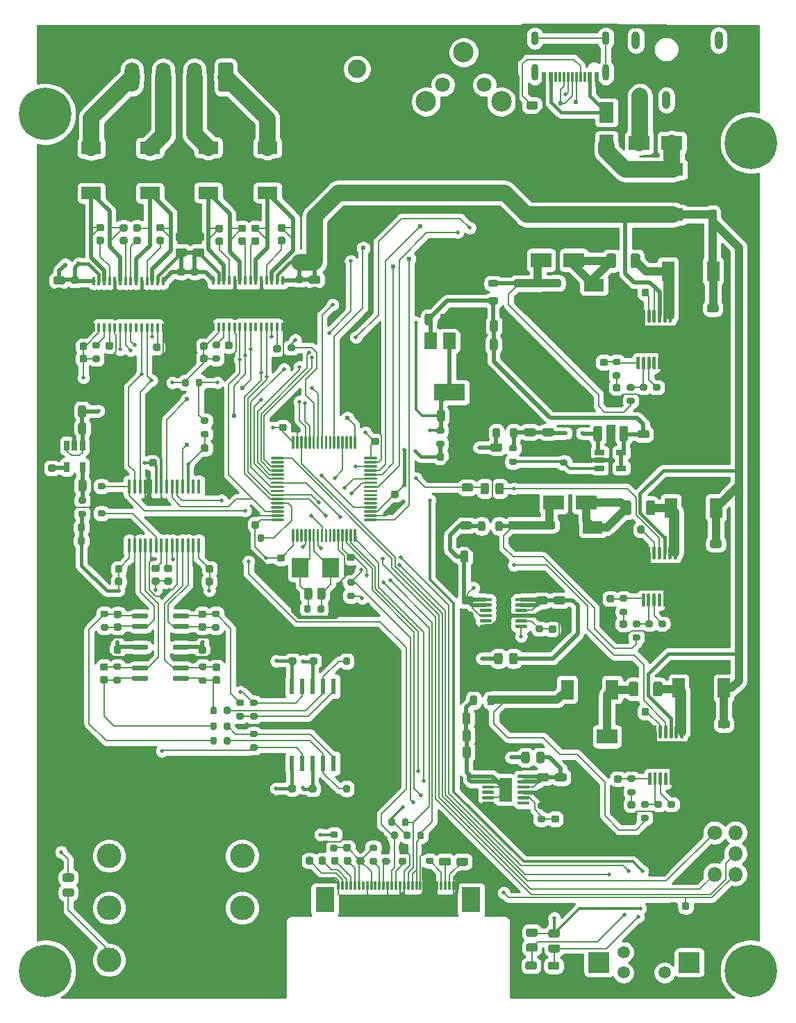
<source format=gbr>
G04 #@! TF.GenerationSoftware,KiCad,Pcbnew,5.1.9*
G04 #@! TF.CreationDate,2021-06-16T15:15:12+08:00*
G04 #@! TF.ProjectId,digital-amplifier2,64696769-7461-46c2-9d61-6d706c696669,rev?*
G04 #@! TF.SameCoordinates,Original*
G04 #@! TF.FileFunction,Copper,L1,Top*
G04 #@! TF.FilePolarity,Positive*
%FSLAX46Y46*%
G04 Gerber Fmt 4.6, Leading zero omitted, Abs format (unit mm)*
G04 Created by KiCad (PCBNEW 5.1.9) date 2021-06-16 15:15:12*
%MOMM*%
%LPD*%
G01*
G04 APERTURE LIST*
G04 #@! TA.AperFunction,ComponentPad*
%ADD10O,1.800000X3.600000*%
G04 #@! TD*
G04 #@! TA.AperFunction,ComponentPad*
%ADD11C,0.500000*%
G04 #@! TD*
G04 #@! TA.AperFunction,SMDPad,CuDef*
%ADD12R,1.650000X2.850000*%
G04 #@! TD*
G04 #@! TA.AperFunction,SMDPad,CuDef*
%ADD13R,0.600000X0.450000*%
G04 #@! TD*
G04 #@! TA.AperFunction,ComponentPad*
%ADD14C,0.600000*%
G04 #@! TD*
G04 #@! TA.AperFunction,SMDPad,CuDef*
%ADD15R,3.810000X2.789999*%
G04 #@! TD*
G04 #@! TA.AperFunction,SMDPad,CuDef*
%ADD16R,0.558000X1.969999*%
G04 #@! TD*
G04 #@! TA.AperFunction,SMDPad,CuDef*
%ADD17R,2.400000X1.500000*%
G04 #@! TD*
G04 #@! TA.AperFunction,SMDPad,CuDef*
%ADD18R,9.500000X3.400000*%
G04 #@! TD*
G04 #@! TA.AperFunction,SMDPad,CuDef*
%ADD19R,0.400000X1.100000*%
G04 #@! TD*
G04 #@! TA.AperFunction,SMDPad,CuDef*
%ADD20R,2.300000X3.100000*%
G04 #@! TD*
G04 #@! TA.AperFunction,SMDPad,CuDef*
%ADD21R,0.300000X1.100000*%
G04 #@! TD*
G04 #@! TA.AperFunction,ComponentPad*
%ADD22R,2.600000X2.500000*%
G04 #@! TD*
G04 #@! TA.AperFunction,ComponentPad*
%ADD23C,1.500000*%
G04 #@! TD*
G04 #@! TA.AperFunction,SMDPad,CuDef*
%ADD24R,0.600000X1.160000*%
G04 #@! TD*
G04 #@! TA.AperFunction,SMDPad,CuDef*
%ADD25R,0.300000X1.160000*%
G04 #@! TD*
G04 #@! TA.AperFunction,ComponentPad*
%ADD26O,0.900000X1.700000*%
G04 #@! TD*
G04 #@! TA.AperFunction,ComponentPad*
%ADD27O,0.900000X2.000000*%
G04 #@! TD*
G04 #@! TA.AperFunction,ComponentPad*
%ADD28C,2.250000*%
G04 #@! TD*
G04 #@! TA.AperFunction,SMDPad,CuDef*
%ADD29R,2.000000X2.400000*%
G04 #@! TD*
G04 #@! TA.AperFunction,SMDPad,CuDef*
%ADD30R,0.650000X1.220000*%
G04 #@! TD*
G04 #@! TA.AperFunction,SMDPad,CuDef*
%ADD31R,1.220000X0.650000*%
G04 #@! TD*
G04 #@! TA.AperFunction,SMDPad,CuDef*
%ADD32R,5.000000X3.400000*%
G04 #@! TD*
G04 #@! TA.AperFunction,ComponentPad*
%ADD33C,1.800000*%
G04 #@! TD*
G04 #@! TA.AperFunction,WasherPad*
%ADD34C,2.500000*%
G04 #@! TD*
G04 #@! TA.AperFunction,SMDPad,CuDef*
%ADD35R,0.450000X1.750000*%
G04 #@! TD*
G04 #@! TA.AperFunction,SMDPad,CuDef*
%ADD36R,1.500000X2.000000*%
G04 #@! TD*
G04 #@! TA.AperFunction,SMDPad,CuDef*
%ADD37R,3.800000X2.000000*%
G04 #@! TD*
G04 #@! TA.AperFunction,SMDPad,CuDef*
%ADD38R,1.500000X2.400000*%
G04 #@! TD*
G04 #@! TA.AperFunction,ComponentPad*
%ADD39O,1.800000X1.800000*%
G04 #@! TD*
G04 #@! TA.AperFunction,ComponentPad*
%ADD40C,3.000000*%
G04 #@! TD*
G04 #@! TA.AperFunction,ComponentPad*
%ADD41O,1.000000X2.200000*%
G04 #@! TD*
G04 #@! TA.AperFunction,ComponentPad*
%ADD42C,6.400000*%
G04 #@! TD*
G04 #@! TA.AperFunction,SMDPad,CuDef*
%ADD43R,2.500000X1.800000*%
G04 #@! TD*
G04 #@! TA.AperFunction,SMDPad,CuDef*
%ADD44R,1.800000X2.500000*%
G04 #@! TD*
G04 #@! TA.AperFunction,ViaPad*
%ADD45C,0.600000*%
G04 #@! TD*
G04 #@! TA.AperFunction,ViaPad*
%ADD46C,0.500000*%
G04 #@! TD*
G04 #@! TA.AperFunction,Conductor*
%ADD47C,0.400000*%
G04 #@! TD*
G04 #@! TA.AperFunction,Conductor*
%ADD48C,2.000000*%
G04 #@! TD*
G04 #@! TA.AperFunction,Conductor*
%ADD49C,0.500000*%
G04 #@! TD*
G04 #@! TA.AperFunction,Conductor*
%ADD50C,1.000000*%
G04 #@! TD*
G04 #@! TA.AperFunction,Conductor*
%ADD51C,0.200000*%
G04 #@! TD*
G04 #@! TA.AperFunction,Conductor*
%ADD52C,0.300000*%
G04 #@! TD*
G04 #@! TA.AperFunction,Conductor*
%ADD53C,0.254000*%
G04 #@! TD*
G04 #@! TA.AperFunction,Conductor*
%ADD54C,0.100000*%
G04 #@! TD*
G04 APERTURE END LIST*
D10*
X114570000Y-107000000D03*
X118380000Y-107000000D03*
X122190000Y-107000000D03*
G04 #@! TA.AperFunction,ComponentPad*
G36*
G01*
X126900000Y-105450000D02*
X126900000Y-108550000D01*
G75*
G02*
X126650000Y-108800000I-250000J0D01*
G01*
X125350000Y-108800000D01*
G75*
G02*
X125100000Y-108550000I0J250000D01*
G01*
X125100000Y-105450000D01*
G75*
G02*
X125350000Y-105200000I250000J0D01*
G01*
X126650000Y-105200000D01*
G75*
G02*
X126900000Y-105450000I0J-250000D01*
G01*
G37*
G04 #@! TD.AperFunction*
G04 #@! TA.AperFunction,SMDPad,CuDef*
G36*
G01*
X123194000Y-153360000D02*
X123694000Y-153360000D01*
G75*
G02*
X123919000Y-153585000I0J-225000D01*
G01*
X123919000Y-154035000D01*
G75*
G02*
X123694000Y-154260000I-225000J0D01*
G01*
X123194000Y-154260000D01*
G75*
G02*
X122969000Y-154035000I0J225000D01*
G01*
X122969000Y-153585000D01*
G75*
G02*
X123194000Y-153360000I225000J0D01*
G01*
G37*
G04 #@! TD.AperFunction*
G04 #@! TA.AperFunction,SMDPad,CuDef*
G36*
G01*
X123194000Y-151810000D02*
X123694000Y-151810000D01*
G75*
G02*
X123919000Y-152035000I0J-225000D01*
G01*
X123919000Y-152485000D01*
G75*
G02*
X123694000Y-152710000I-225000J0D01*
G01*
X123194000Y-152710000D01*
G75*
G02*
X122969000Y-152485000I0J225000D01*
G01*
X122969000Y-152035000D01*
G75*
G02*
X123194000Y-151810000I225000J0D01*
G01*
G37*
G04 #@! TD.AperFunction*
D11*
X160647000Y-194929000D03*
X159647000Y-194929000D03*
X160647000Y-193929000D03*
X159647000Y-193929000D03*
X160647000Y-192929000D03*
X159647000Y-192929000D03*
D12*
X160147000Y-193929000D03*
G04 #@! TA.AperFunction,SMDPad,CuDef*
G36*
G01*
X161572000Y-192404000D02*
X161572000Y-192204000D01*
G75*
G02*
X161672000Y-192104000I100000J0D01*
G01*
X162922000Y-192104000D01*
G75*
G02*
X163022000Y-192204000I0J-100000D01*
G01*
X163022000Y-192404000D01*
G75*
G02*
X162922000Y-192504000I-100000J0D01*
G01*
X161672000Y-192504000D01*
G75*
G02*
X161572000Y-192404000I0J100000D01*
G01*
G37*
G04 #@! TD.AperFunction*
G04 #@! TA.AperFunction,SMDPad,CuDef*
G36*
G01*
X161572000Y-193054000D02*
X161572000Y-192854000D01*
G75*
G02*
X161672000Y-192754000I100000J0D01*
G01*
X162922000Y-192754000D01*
G75*
G02*
X163022000Y-192854000I0J-100000D01*
G01*
X163022000Y-193054000D01*
G75*
G02*
X162922000Y-193154000I-100000J0D01*
G01*
X161672000Y-193154000D01*
G75*
G02*
X161572000Y-193054000I0J100000D01*
G01*
G37*
G04 #@! TD.AperFunction*
G04 #@! TA.AperFunction,SMDPad,CuDef*
G36*
G01*
X161572000Y-193704000D02*
X161572000Y-193504000D01*
G75*
G02*
X161672000Y-193404000I100000J0D01*
G01*
X162922000Y-193404000D01*
G75*
G02*
X163022000Y-193504000I0J-100000D01*
G01*
X163022000Y-193704000D01*
G75*
G02*
X162922000Y-193804000I-100000J0D01*
G01*
X161672000Y-193804000D01*
G75*
G02*
X161572000Y-193704000I0J100000D01*
G01*
G37*
G04 #@! TD.AperFunction*
G04 #@! TA.AperFunction,SMDPad,CuDef*
G36*
G01*
X161572000Y-194354000D02*
X161572000Y-194154000D01*
G75*
G02*
X161672000Y-194054000I100000J0D01*
G01*
X162922000Y-194054000D01*
G75*
G02*
X163022000Y-194154000I0J-100000D01*
G01*
X163022000Y-194354000D01*
G75*
G02*
X162922000Y-194454000I-100000J0D01*
G01*
X161672000Y-194454000D01*
G75*
G02*
X161572000Y-194354000I0J100000D01*
G01*
G37*
G04 #@! TD.AperFunction*
G04 #@! TA.AperFunction,SMDPad,CuDef*
G36*
G01*
X161572000Y-195004000D02*
X161572000Y-194804000D01*
G75*
G02*
X161672000Y-194704000I100000J0D01*
G01*
X162922000Y-194704000D01*
G75*
G02*
X163022000Y-194804000I0J-100000D01*
G01*
X163022000Y-195004000D01*
G75*
G02*
X162922000Y-195104000I-100000J0D01*
G01*
X161672000Y-195104000D01*
G75*
G02*
X161572000Y-195004000I0J100000D01*
G01*
G37*
G04 #@! TD.AperFunction*
G04 #@! TA.AperFunction,SMDPad,CuDef*
G36*
G01*
X161572000Y-195654000D02*
X161572000Y-195454000D01*
G75*
G02*
X161672000Y-195354000I100000J0D01*
G01*
X162922000Y-195354000D01*
G75*
G02*
X163022000Y-195454000I0J-100000D01*
G01*
X163022000Y-195654000D01*
G75*
G02*
X162922000Y-195754000I-100000J0D01*
G01*
X161672000Y-195754000D01*
G75*
G02*
X161572000Y-195654000I0J100000D01*
G01*
G37*
G04 #@! TD.AperFunction*
G04 #@! TA.AperFunction,SMDPad,CuDef*
G36*
G01*
X157272000Y-195654000D02*
X157272000Y-195454000D01*
G75*
G02*
X157372000Y-195354000I100000J0D01*
G01*
X158622000Y-195354000D01*
G75*
G02*
X158722000Y-195454000I0J-100000D01*
G01*
X158722000Y-195654000D01*
G75*
G02*
X158622000Y-195754000I-100000J0D01*
G01*
X157372000Y-195754000D01*
G75*
G02*
X157272000Y-195654000I0J100000D01*
G01*
G37*
G04 #@! TD.AperFunction*
G04 #@! TA.AperFunction,SMDPad,CuDef*
G36*
G01*
X157272000Y-195004000D02*
X157272000Y-194804000D01*
G75*
G02*
X157372000Y-194704000I100000J0D01*
G01*
X158622000Y-194704000D01*
G75*
G02*
X158722000Y-194804000I0J-100000D01*
G01*
X158722000Y-195004000D01*
G75*
G02*
X158622000Y-195104000I-100000J0D01*
G01*
X157372000Y-195104000D01*
G75*
G02*
X157272000Y-195004000I0J100000D01*
G01*
G37*
G04 #@! TD.AperFunction*
G04 #@! TA.AperFunction,SMDPad,CuDef*
G36*
G01*
X157272000Y-194354000D02*
X157272000Y-194154000D01*
G75*
G02*
X157372000Y-194054000I100000J0D01*
G01*
X158622000Y-194054000D01*
G75*
G02*
X158722000Y-194154000I0J-100000D01*
G01*
X158722000Y-194354000D01*
G75*
G02*
X158622000Y-194454000I-100000J0D01*
G01*
X157372000Y-194454000D01*
G75*
G02*
X157272000Y-194354000I0J100000D01*
G01*
G37*
G04 #@! TD.AperFunction*
G04 #@! TA.AperFunction,SMDPad,CuDef*
G36*
G01*
X157272000Y-193704000D02*
X157272000Y-193504000D01*
G75*
G02*
X157372000Y-193404000I100000J0D01*
G01*
X158622000Y-193404000D01*
G75*
G02*
X158722000Y-193504000I0J-100000D01*
G01*
X158722000Y-193704000D01*
G75*
G02*
X158622000Y-193804000I-100000J0D01*
G01*
X157372000Y-193804000D01*
G75*
G02*
X157272000Y-193704000I0J100000D01*
G01*
G37*
G04 #@! TD.AperFunction*
G04 #@! TA.AperFunction,SMDPad,CuDef*
G36*
G01*
X157272000Y-193054000D02*
X157272000Y-192854000D01*
G75*
G02*
X157372000Y-192754000I100000J0D01*
G01*
X158622000Y-192754000D01*
G75*
G02*
X158722000Y-192854000I0J-100000D01*
G01*
X158722000Y-193054000D01*
G75*
G02*
X158622000Y-193154000I-100000J0D01*
G01*
X157372000Y-193154000D01*
G75*
G02*
X157272000Y-193054000I0J100000D01*
G01*
G37*
G04 #@! TD.AperFunction*
G04 #@! TA.AperFunction,SMDPad,CuDef*
G36*
G01*
X157272000Y-192404000D02*
X157272000Y-192204000D01*
G75*
G02*
X157372000Y-192104000I100000J0D01*
G01*
X158622000Y-192104000D01*
G75*
G02*
X158722000Y-192204000I0J-100000D01*
G01*
X158722000Y-192404000D01*
G75*
G02*
X158622000Y-192504000I-100000J0D01*
G01*
X157372000Y-192504000D01*
G75*
G02*
X157272000Y-192404000I0J100000D01*
G01*
G37*
G04 #@! TD.AperFunction*
D11*
X160357440Y-173364400D03*
X159357440Y-173364400D03*
X160357440Y-172364400D03*
X159357440Y-172364400D03*
X160357440Y-171364400D03*
X159357440Y-171364400D03*
D12*
X159857440Y-172364400D03*
G04 #@! TA.AperFunction,SMDPad,CuDef*
G36*
G01*
X161282440Y-170839400D02*
X161282440Y-170639400D01*
G75*
G02*
X161382440Y-170539400I100000J0D01*
G01*
X162632440Y-170539400D01*
G75*
G02*
X162732440Y-170639400I0J-100000D01*
G01*
X162732440Y-170839400D01*
G75*
G02*
X162632440Y-170939400I-100000J0D01*
G01*
X161382440Y-170939400D01*
G75*
G02*
X161282440Y-170839400I0J100000D01*
G01*
G37*
G04 #@! TD.AperFunction*
G04 #@! TA.AperFunction,SMDPad,CuDef*
G36*
G01*
X161282440Y-171489400D02*
X161282440Y-171289400D01*
G75*
G02*
X161382440Y-171189400I100000J0D01*
G01*
X162632440Y-171189400D01*
G75*
G02*
X162732440Y-171289400I0J-100000D01*
G01*
X162732440Y-171489400D01*
G75*
G02*
X162632440Y-171589400I-100000J0D01*
G01*
X161382440Y-171589400D01*
G75*
G02*
X161282440Y-171489400I0J100000D01*
G01*
G37*
G04 #@! TD.AperFunction*
G04 #@! TA.AperFunction,SMDPad,CuDef*
G36*
G01*
X161282440Y-172139400D02*
X161282440Y-171939400D01*
G75*
G02*
X161382440Y-171839400I100000J0D01*
G01*
X162632440Y-171839400D01*
G75*
G02*
X162732440Y-171939400I0J-100000D01*
G01*
X162732440Y-172139400D01*
G75*
G02*
X162632440Y-172239400I-100000J0D01*
G01*
X161382440Y-172239400D01*
G75*
G02*
X161282440Y-172139400I0J100000D01*
G01*
G37*
G04 #@! TD.AperFunction*
G04 #@! TA.AperFunction,SMDPad,CuDef*
G36*
G01*
X161282440Y-172789400D02*
X161282440Y-172589400D01*
G75*
G02*
X161382440Y-172489400I100000J0D01*
G01*
X162632440Y-172489400D01*
G75*
G02*
X162732440Y-172589400I0J-100000D01*
G01*
X162732440Y-172789400D01*
G75*
G02*
X162632440Y-172889400I-100000J0D01*
G01*
X161382440Y-172889400D01*
G75*
G02*
X161282440Y-172789400I0J100000D01*
G01*
G37*
G04 #@! TD.AperFunction*
G04 #@! TA.AperFunction,SMDPad,CuDef*
G36*
G01*
X161282440Y-173439400D02*
X161282440Y-173239400D01*
G75*
G02*
X161382440Y-173139400I100000J0D01*
G01*
X162632440Y-173139400D01*
G75*
G02*
X162732440Y-173239400I0J-100000D01*
G01*
X162732440Y-173439400D01*
G75*
G02*
X162632440Y-173539400I-100000J0D01*
G01*
X161382440Y-173539400D01*
G75*
G02*
X161282440Y-173439400I0J100000D01*
G01*
G37*
G04 #@! TD.AperFunction*
G04 #@! TA.AperFunction,SMDPad,CuDef*
G36*
G01*
X161282440Y-174089400D02*
X161282440Y-173889400D01*
G75*
G02*
X161382440Y-173789400I100000J0D01*
G01*
X162632440Y-173789400D01*
G75*
G02*
X162732440Y-173889400I0J-100000D01*
G01*
X162732440Y-174089400D01*
G75*
G02*
X162632440Y-174189400I-100000J0D01*
G01*
X161382440Y-174189400D01*
G75*
G02*
X161282440Y-174089400I0J100000D01*
G01*
G37*
G04 #@! TD.AperFunction*
G04 #@! TA.AperFunction,SMDPad,CuDef*
G36*
G01*
X156982440Y-174089400D02*
X156982440Y-173889400D01*
G75*
G02*
X157082440Y-173789400I100000J0D01*
G01*
X158332440Y-173789400D01*
G75*
G02*
X158432440Y-173889400I0J-100000D01*
G01*
X158432440Y-174089400D01*
G75*
G02*
X158332440Y-174189400I-100000J0D01*
G01*
X157082440Y-174189400D01*
G75*
G02*
X156982440Y-174089400I0J100000D01*
G01*
G37*
G04 #@! TD.AperFunction*
G04 #@! TA.AperFunction,SMDPad,CuDef*
G36*
G01*
X156982440Y-173439400D02*
X156982440Y-173239400D01*
G75*
G02*
X157082440Y-173139400I100000J0D01*
G01*
X158332440Y-173139400D01*
G75*
G02*
X158432440Y-173239400I0J-100000D01*
G01*
X158432440Y-173439400D01*
G75*
G02*
X158332440Y-173539400I-100000J0D01*
G01*
X157082440Y-173539400D01*
G75*
G02*
X156982440Y-173439400I0J100000D01*
G01*
G37*
G04 #@! TD.AperFunction*
G04 #@! TA.AperFunction,SMDPad,CuDef*
G36*
G01*
X156982440Y-172789400D02*
X156982440Y-172589400D01*
G75*
G02*
X157082440Y-172489400I100000J0D01*
G01*
X158332440Y-172489400D01*
G75*
G02*
X158432440Y-172589400I0J-100000D01*
G01*
X158432440Y-172789400D01*
G75*
G02*
X158332440Y-172889400I-100000J0D01*
G01*
X157082440Y-172889400D01*
G75*
G02*
X156982440Y-172789400I0J100000D01*
G01*
G37*
G04 #@! TD.AperFunction*
G04 #@! TA.AperFunction,SMDPad,CuDef*
G36*
G01*
X156982440Y-172139400D02*
X156982440Y-171939400D01*
G75*
G02*
X157082440Y-171839400I100000J0D01*
G01*
X158332440Y-171839400D01*
G75*
G02*
X158432440Y-171939400I0J-100000D01*
G01*
X158432440Y-172139400D01*
G75*
G02*
X158332440Y-172239400I-100000J0D01*
G01*
X157082440Y-172239400D01*
G75*
G02*
X156982440Y-172139400I0J100000D01*
G01*
G37*
G04 #@! TD.AperFunction*
G04 #@! TA.AperFunction,SMDPad,CuDef*
G36*
G01*
X156982440Y-171489400D02*
X156982440Y-171289400D01*
G75*
G02*
X157082440Y-171189400I100000J0D01*
G01*
X158332440Y-171189400D01*
G75*
G02*
X158432440Y-171289400I0J-100000D01*
G01*
X158432440Y-171489400D01*
G75*
G02*
X158332440Y-171589400I-100000J0D01*
G01*
X157082440Y-171589400D01*
G75*
G02*
X156982440Y-171489400I0J100000D01*
G01*
G37*
G04 #@! TD.AperFunction*
G04 #@! TA.AperFunction,SMDPad,CuDef*
G36*
G01*
X156982440Y-170839400D02*
X156982440Y-170639400D01*
G75*
G02*
X157082440Y-170539400I100000J0D01*
G01*
X158332440Y-170539400D01*
G75*
G02*
X158432440Y-170639400I0J-100000D01*
G01*
X158432440Y-170839400D01*
G75*
G02*
X158332440Y-170939400I-100000J0D01*
G01*
X157082440Y-170939400D01*
G75*
G02*
X156982440Y-170839400I0J100000D01*
G01*
G37*
G04 #@! TD.AperFunction*
G04 #@! TA.AperFunction,SMDPad,CuDef*
G36*
G01*
X153281260Y-153577100D02*
X153281260Y-153077100D01*
G75*
G02*
X153506260Y-152852100I225000J0D01*
G01*
X153956260Y-152852100D01*
G75*
G02*
X154181260Y-153077100I0J-225000D01*
G01*
X154181260Y-153577100D01*
G75*
G02*
X153956260Y-153802100I-225000J0D01*
G01*
X153506260Y-153802100D01*
G75*
G02*
X153281260Y-153577100I0J225000D01*
G01*
G37*
G04 #@! TD.AperFunction*
G04 #@! TA.AperFunction,SMDPad,CuDef*
G36*
G01*
X151731260Y-153577100D02*
X151731260Y-153077100D01*
G75*
G02*
X151956260Y-152852100I225000J0D01*
G01*
X152406260Y-152852100D01*
G75*
G02*
X152631260Y-153077100I0J-225000D01*
G01*
X152631260Y-153577100D01*
G75*
G02*
X152406260Y-153802100I-225000J0D01*
G01*
X151956260Y-153802100D01*
G75*
G02*
X151731260Y-153577100I0J225000D01*
G01*
G37*
G04 #@! TD.AperFunction*
G04 #@! TA.AperFunction,SMDPad,CuDef*
G36*
G01*
X139472080Y-199805240D02*
X138922080Y-199805240D01*
G75*
G02*
X138722080Y-199605240I0J200000D01*
G01*
X138722080Y-199205240D01*
G75*
G02*
X138922080Y-199005240I200000J0D01*
G01*
X139472080Y-199005240D01*
G75*
G02*
X139672080Y-199205240I0J-200000D01*
G01*
X139672080Y-199605240D01*
G75*
G02*
X139472080Y-199805240I-200000J0D01*
G01*
G37*
G04 #@! TD.AperFunction*
G04 #@! TA.AperFunction,SMDPad,CuDef*
G36*
G01*
X139472080Y-201455240D02*
X138922080Y-201455240D01*
G75*
G02*
X138722080Y-201255240I0J200000D01*
G01*
X138722080Y-200855240D01*
G75*
G02*
X138922080Y-200655240I200000J0D01*
G01*
X139472080Y-200655240D01*
G75*
G02*
X139672080Y-200855240I0J-200000D01*
G01*
X139672080Y-201255240D01*
G75*
G02*
X139472080Y-201455240I-200000J0D01*
G01*
G37*
G04 #@! TD.AperFunction*
G04 #@! TA.AperFunction,SMDPad,CuDef*
G36*
G01*
X145340520Y-199242000D02*
X145340520Y-199792000D01*
G75*
G02*
X145140520Y-199992000I-200000J0D01*
G01*
X144740520Y-199992000D01*
G75*
G02*
X144540520Y-199792000I0J200000D01*
G01*
X144540520Y-199242000D01*
G75*
G02*
X144740520Y-199042000I200000J0D01*
G01*
X145140520Y-199042000D01*
G75*
G02*
X145340520Y-199242000I0J-200000D01*
G01*
G37*
G04 #@! TD.AperFunction*
G04 #@! TA.AperFunction,SMDPad,CuDef*
G36*
G01*
X146990520Y-199242000D02*
X146990520Y-199792000D01*
G75*
G02*
X146790520Y-199992000I-200000J0D01*
G01*
X146390520Y-199992000D01*
G75*
G02*
X146190520Y-199792000I0J200000D01*
G01*
X146190520Y-199242000D01*
G75*
G02*
X146390520Y-199042000I200000J0D01*
G01*
X146790520Y-199042000D01*
G75*
G02*
X146990520Y-199242000I0J-200000D01*
G01*
G37*
G04 #@! TD.AperFunction*
G04 #@! TA.AperFunction,SMDPad,CuDef*
G36*
G01*
X145287320Y-202258480D02*
X145837320Y-202258480D01*
G75*
G02*
X146037320Y-202458480I0J-200000D01*
G01*
X146037320Y-202858480D01*
G75*
G02*
X145837320Y-203058480I-200000J0D01*
G01*
X145287320Y-203058480D01*
G75*
G02*
X145087320Y-202858480I0J200000D01*
G01*
X145087320Y-202458480D01*
G75*
G02*
X145287320Y-202258480I200000J0D01*
G01*
G37*
G04 #@! TD.AperFunction*
G04 #@! TA.AperFunction,SMDPad,CuDef*
G36*
G01*
X145287320Y-200608480D02*
X145837320Y-200608480D01*
G75*
G02*
X146037320Y-200808480I0J-200000D01*
G01*
X146037320Y-201208480D01*
G75*
G02*
X145837320Y-201408480I-200000J0D01*
G01*
X145287320Y-201408480D01*
G75*
G02*
X145087320Y-201208480I0J200000D01*
G01*
X145087320Y-200808480D01*
G75*
G02*
X145287320Y-200608480I200000J0D01*
G01*
G37*
G04 #@! TD.AperFunction*
G04 #@! TA.AperFunction,SMDPad,CuDef*
G36*
G01*
X143717600Y-202273720D02*
X144267600Y-202273720D01*
G75*
G02*
X144467600Y-202473720I0J-200000D01*
G01*
X144467600Y-202873720D01*
G75*
G02*
X144267600Y-203073720I-200000J0D01*
G01*
X143717600Y-203073720D01*
G75*
G02*
X143517600Y-202873720I0J200000D01*
G01*
X143517600Y-202473720D01*
G75*
G02*
X143717600Y-202273720I200000J0D01*
G01*
G37*
G04 #@! TD.AperFunction*
G04 #@! TA.AperFunction,SMDPad,CuDef*
G36*
G01*
X143717600Y-200623720D02*
X144267600Y-200623720D01*
G75*
G02*
X144467600Y-200823720I0J-200000D01*
G01*
X144467600Y-201223720D01*
G75*
G02*
X144267600Y-201423720I-200000J0D01*
G01*
X143717600Y-201423720D01*
G75*
G02*
X143517600Y-201223720I0J200000D01*
G01*
X143517600Y-200823720D01*
G75*
G02*
X143717600Y-200623720I200000J0D01*
G01*
G37*
G04 #@! TD.AperFunction*
G04 #@! TA.AperFunction,SMDPad,CuDef*
G36*
G01*
X147268520Y-202263560D02*
X147818520Y-202263560D01*
G75*
G02*
X148018520Y-202463560I0J-200000D01*
G01*
X148018520Y-202863560D01*
G75*
G02*
X147818520Y-203063560I-200000J0D01*
G01*
X147268520Y-203063560D01*
G75*
G02*
X147068520Y-202863560I0J200000D01*
G01*
X147068520Y-202463560D01*
G75*
G02*
X147268520Y-202263560I200000J0D01*
G01*
G37*
G04 #@! TD.AperFunction*
G04 #@! TA.AperFunction,SMDPad,CuDef*
G36*
G01*
X147268520Y-200613560D02*
X147818520Y-200613560D01*
G75*
G02*
X148018520Y-200813560I0J-200000D01*
G01*
X148018520Y-201213560D01*
G75*
G02*
X147818520Y-201413560I-200000J0D01*
G01*
X147268520Y-201413560D01*
G75*
G02*
X147068520Y-201213560I0J200000D01*
G01*
X147068520Y-200813560D01*
G75*
G02*
X147268520Y-200613560I200000J0D01*
G01*
G37*
G04 #@! TD.AperFunction*
G04 #@! TA.AperFunction,SMDPad,CuDef*
G36*
G01*
X150585760Y-202207680D02*
X151135760Y-202207680D01*
G75*
G02*
X151335760Y-202407680I0J-200000D01*
G01*
X151335760Y-202807680D01*
G75*
G02*
X151135760Y-203007680I-200000J0D01*
G01*
X150585760Y-203007680D01*
G75*
G02*
X150385760Y-202807680I0J200000D01*
G01*
X150385760Y-202407680D01*
G75*
G02*
X150585760Y-202207680I200000J0D01*
G01*
G37*
G04 #@! TD.AperFunction*
G04 #@! TA.AperFunction,SMDPad,CuDef*
G36*
G01*
X150585760Y-200557680D02*
X151135760Y-200557680D01*
G75*
G02*
X151335760Y-200757680I0J-200000D01*
G01*
X151335760Y-201157680D01*
G75*
G02*
X151135760Y-201357680I-200000J0D01*
G01*
X150585760Y-201357680D01*
G75*
G02*
X150385760Y-201157680I0J200000D01*
G01*
X150385760Y-200757680D01*
G75*
G02*
X150585760Y-200557680I200000J0D01*
G01*
G37*
G04 #@! TD.AperFunction*
G04 #@! TA.AperFunction,SMDPad,CuDef*
G36*
G01*
X141057440Y-199903200D02*
X140557440Y-199903200D01*
G75*
G02*
X140332440Y-199678200I0J225000D01*
G01*
X140332440Y-199228200D01*
G75*
G02*
X140557440Y-199003200I225000J0D01*
G01*
X141057440Y-199003200D01*
G75*
G02*
X141282440Y-199228200I0J-225000D01*
G01*
X141282440Y-199678200D01*
G75*
G02*
X141057440Y-199903200I-225000J0D01*
G01*
G37*
G04 #@! TD.AperFunction*
G04 #@! TA.AperFunction,SMDPad,CuDef*
G36*
G01*
X141057440Y-201453200D02*
X140557440Y-201453200D01*
G75*
G02*
X140332440Y-201228200I0J225000D01*
G01*
X140332440Y-200778200D01*
G75*
G02*
X140557440Y-200553200I225000J0D01*
G01*
X141057440Y-200553200D01*
G75*
G02*
X141282440Y-200778200I0J-225000D01*
G01*
X141282440Y-201228200D01*
G75*
G02*
X141057440Y-201453200I-225000J0D01*
G01*
G37*
G04 #@! TD.AperFunction*
G04 #@! TA.AperFunction,SMDPad,CuDef*
G36*
G01*
X136662280Y-202335320D02*
X136662280Y-202835320D01*
G75*
G02*
X136437280Y-203060320I-225000J0D01*
G01*
X135987280Y-203060320D01*
G75*
G02*
X135762280Y-202835320I0J225000D01*
G01*
X135762280Y-202335320D01*
G75*
G02*
X135987280Y-202110320I225000J0D01*
G01*
X136437280Y-202110320D01*
G75*
G02*
X136662280Y-202335320I0J-225000D01*
G01*
G37*
G04 #@! TD.AperFunction*
G04 #@! TA.AperFunction,SMDPad,CuDef*
G36*
G01*
X138212280Y-202335320D02*
X138212280Y-202835320D01*
G75*
G02*
X137987280Y-203060320I-225000J0D01*
G01*
X137537280Y-203060320D01*
G75*
G02*
X137312280Y-202835320I0J225000D01*
G01*
X137312280Y-202335320D01*
G75*
G02*
X137537280Y-202110320I225000J0D01*
G01*
X137987280Y-202110320D01*
G75*
G02*
X138212280Y-202335320I0J-225000D01*
G01*
G37*
G04 #@! TD.AperFunction*
G04 #@! TA.AperFunction,SMDPad,CuDef*
G36*
G01*
X140398380Y-202842940D02*
X140398380Y-202342940D01*
G75*
G02*
X140623380Y-202117940I225000J0D01*
G01*
X141073380Y-202117940D01*
G75*
G02*
X141298380Y-202342940I0J-225000D01*
G01*
X141298380Y-202842940D01*
G75*
G02*
X141073380Y-203067940I-225000J0D01*
G01*
X140623380Y-203067940D01*
G75*
G02*
X140398380Y-202842940I0J225000D01*
G01*
G37*
G04 #@! TD.AperFunction*
G04 #@! TA.AperFunction,SMDPad,CuDef*
G36*
G01*
X138848380Y-202842940D02*
X138848380Y-202342940D01*
G75*
G02*
X139073380Y-202117940I225000J0D01*
G01*
X139523380Y-202117940D01*
G75*
G02*
X139748380Y-202342940I0J-225000D01*
G01*
X139748380Y-202842940D01*
G75*
G02*
X139523380Y-203067940I-225000J0D01*
G01*
X139073380Y-203067940D01*
G75*
G02*
X138848380Y-202842940I0J225000D01*
G01*
G37*
G04 #@! TD.AperFunction*
D13*
X169492640Y-150434040D03*
X167392640Y-150434040D03*
G04 #@! TA.AperFunction,SMDPad,CuDef*
G36*
G01*
X111146000Y-157309000D02*
X110596000Y-157309000D01*
G75*
G02*
X110396000Y-157109000I0J200000D01*
G01*
X110396000Y-156709000D01*
G75*
G02*
X110596000Y-156509000I200000J0D01*
G01*
X111146000Y-156509000D01*
G75*
G02*
X111346000Y-156709000I0J-200000D01*
G01*
X111346000Y-157109000D01*
G75*
G02*
X111146000Y-157309000I-200000J0D01*
G01*
G37*
G04 #@! TD.AperFunction*
G04 #@! TA.AperFunction,SMDPad,CuDef*
G36*
G01*
X111146000Y-158959000D02*
X110596000Y-158959000D01*
G75*
G02*
X110396000Y-158759000I0J200000D01*
G01*
X110396000Y-158359000D01*
G75*
G02*
X110596000Y-158159000I200000J0D01*
G01*
X111146000Y-158159000D01*
G75*
G02*
X111346000Y-158359000I0J-200000D01*
G01*
X111346000Y-158759000D01*
G75*
G02*
X111146000Y-158959000I-200000J0D01*
G01*
G37*
G04 #@! TD.AperFunction*
G04 #@! TA.AperFunction,SMDPad,CuDef*
G36*
G01*
X133710000Y-141262920D02*
X134260000Y-141262920D01*
G75*
G02*
X134460000Y-141462920I0J-200000D01*
G01*
X134460000Y-141862920D01*
G75*
G02*
X134260000Y-142062920I-200000J0D01*
G01*
X133710000Y-142062920D01*
G75*
G02*
X133510000Y-141862920I0J200000D01*
G01*
X133510000Y-141462920D01*
G75*
G02*
X133710000Y-141262920I200000J0D01*
G01*
G37*
G04 #@! TD.AperFunction*
G04 #@! TA.AperFunction,SMDPad,CuDef*
G36*
G01*
X133710000Y-139612920D02*
X134260000Y-139612920D01*
G75*
G02*
X134460000Y-139812920I0J-200000D01*
G01*
X134460000Y-140212920D01*
G75*
G02*
X134260000Y-140412920I-200000J0D01*
G01*
X133710000Y-140412920D01*
G75*
G02*
X133510000Y-140212920I0J200000D01*
G01*
X133510000Y-139812920D01*
G75*
G02*
X133710000Y-139612920I200000J0D01*
G01*
G37*
G04 #@! TD.AperFunction*
G04 #@! TA.AperFunction,SMDPad,CuDef*
G36*
G01*
X126115000Y-140832720D02*
X126615000Y-140832720D01*
G75*
G02*
X126840000Y-141057720I0J-225000D01*
G01*
X126840000Y-141507720D01*
G75*
G02*
X126615000Y-141732720I-225000J0D01*
G01*
X126115000Y-141732720D01*
G75*
G02*
X125890000Y-141507720I0J225000D01*
G01*
X125890000Y-141057720D01*
G75*
G02*
X126115000Y-140832720I225000J0D01*
G01*
G37*
G04 #@! TD.AperFunction*
G04 #@! TA.AperFunction,SMDPad,CuDef*
G36*
G01*
X126115000Y-139282720D02*
X126615000Y-139282720D01*
G75*
G02*
X126840000Y-139507720I0J-225000D01*
G01*
X126840000Y-139957720D01*
G75*
G02*
X126615000Y-140182720I-225000J0D01*
G01*
X126115000Y-140182720D01*
G75*
G02*
X125890000Y-139957720I0J225000D01*
G01*
X125890000Y-139507720D01*
G75*
G02*
X126115000Y-139282720I225000J0D01*
G01*
G37*
G04 #@! TD.AperFunction*
G04 #@! TA.AperFunction,SMDPad,CuDef*
G36*
G01*
X132012880Y-141228960D02*
X132512880Y-141228960D01*
G75*
G02*
X132737880Y-141453960I0J-225000D01*
G01*
X132737880Y-141903960D01*
G75*
G02*
X132512880Y-142128960I-225000J0D01*
G01*
X132012880Y-142128960D01*
G75*
G02*
X131787880Y-141903960I0J225000D01*
G01*
X131787880Y-141453960D01*
G75*
G02*
X132012880Y-141228960I225000J0D01*
G01*
G37*
G04 #@! TD.AperFunction*
G04 #@! TA.AperFunction,SMDPad,CuDef*
G36*
G01*
X132012880Y-139678960D02*
X132512880Y-139678960D01*
G75*
G02*
X132737880Y-139903960I0J-225000D01*
G01*
X132737880Y-140353960D01*
G75*
G02*
X132512880Y-140578960I-225000J0D01*
G01*
X132012880Y-140578960D01*
G75*
G02*
X131787880Y-140353960I0J225000D01*
G01*
X131787880Y-139903960D01*
G75*
G02*
X132012880Y-139678960I225000J0D01*
G01*
G37*
G04 #@! TD.AperFunction*
G04 #@! TA.AperFunction,SMDPad,CuDef*
G36*
G01*
X111565880Y-140883520D02*
X112065880Y-140883520D01*
G75*
G02*
X112290880Y-141108520I0J-225000D01*
G01*
X112290880Y-141558520D01*
G75*
G02*
X112065880Y-141783520I-225000J0D01*
G01*
X111565880Y-141783520D01*
G75*
G02*
X111340880Y-141558520I0J225000D01*
G01*
X111340880Y-141108520D01*
G75*
G02*
X111565880Y-140883520I225000J0D01*
G01*
G37*
G04 #@! TD.AperFunction*
G04 #@! TA.AperFunction,SMDPad,CuDef*
G36*
G01*
X111565880Y-139333520D02*
X112065880Y-139333520D01*
G75*
G02*
X112290880Y-139558520I0J-225000D01*
G01*
X112290880Y-140008520D01*
G75*
G02*
X112065880Y-140233520I-225000J0D01*
G01*
X111565880Y-140233520D01*
G75*
G02*
X111340880Y-140008520I0J225000D01*
G01*
X111340880Y-139558520D01*
G75*
G02*
X111565880Y-139333520I225000J0D01*
G01*
G37*
G04 #@! TD.AperFunction*
G04 #@! TA.AperFunction,SMDPad,CuDef*
G36*
G01*
X117352000Y-141041000D02*
X117852000Y-141041000D01*
G75*
G02*
X118077000Y-141266000I0J-225000D01*
G01*
X118077000Y-141716000D01*
G75*
G02*
X117852000Y-141941000I-225000J0D01*
G01*
X117352000Y-141941000D01*
G75*
G02*
X117127000Y-141716000I0J225000D01*
G01*
X117127000Y-141266000D01*
G75*
G02*
X117352000Y-141041000I225000J0D01*
G01*
G37*
G04 #@! TD.AperFunction*
G04 #@! TA.AperFunction,SMDPad,CuDef*
G36*
G01*
X117352000Y-139491000D02*
X117852000Y-139491000D01*
G75*
G02*
X118077000Y-139716000I0J-225000D01*
G01*
X118077000Y-140166000D01*
G75*
G02*
X117852000Y-140391000I-225000J0D01*
G01*
X117352000Y-140391000D01*
G75*
G02*
X117127000Y-140166000I0J225000D01*
G01*
X117127000Y-139716000D01*
G75*
G02*
X117352000Y-139491000I225000J0D01*
G01*
G37*
G04 #@! TD.AperFunction*
G04 #@! TA.AperFunction,SMDPad,CuDef*
G36*
G01*
X122230000Y-141101000D02*
X122230000Y-141601000D01*
G75*
G02*
X122005000Y-141826000I-225000J0D01*
G01*
X121555000Y-141826000D01*
G75*
G02*
X121330000Y-141601000I0J225000D01*
G01*
X121330000Y-141101000D01*
G75*
G02*
X121555000Y-140876000I225000J0D01*
G01*
X122005000Y-140876000D01*
G75*
G02*
X122230000Y-141101000I0J-225000D01*
G01*
G37*
G04 #@! TD.AperFunction*
G04 #@! TA.AperFunction,SMDPad,CuDef*
G36*
G01*
X123780000Y-141101000D02*
X123780000Y-141601000D01*
G75*
G02*
X123555000Y-141826000I-225000J0D01*
G01*
X123105000Y-141826000D01*
G75*
G02*
X122880000Y-141601000I0J225000D01*
G01*
X122880000Y-141101000D01*
G75*
G02*
X123105000Y-140876000I225000J0D01*
G01*
X123555000Y-140876000D01*
G75*
G02*
X123780000Y-141101000I0J-225000D01*
G01*
G37*
G04 #@! TD.AperFunction*
G04 #@! TA.AperFunction,SMDPad,CuDef*
G36*
G01*
X107548800Y-141101000D02*
X107548800Y-141601000D01*
G75*
G02*
X107323800Y-141826000I-225000J0D01*
G01*
X106873800Y-141826000D01*
G75*
G02*
X106648800Y-141601000I0J225000D01*
G01*
X106648800Y-141101000D01*
G75*
G02*
X106873800Y-140876000I225000J0D01*
G01*
X107323800Y-140876000D01*
G75*
G02*
X107548800Y-141101000I0J-225000D01*
G01*
G37*
G04 #@! TD.AperFunction*
G04 #@! TA.AperFunction,SMDPad,CuDef*
G36*
G01*
X109098800Y-141101000D02*
X109098800Y-141601000D01*
G75*
G02*
X108873800Y-141826000I-225000J0D01*
G01*
X108423800Y-141826000D01*
G75*
G02*
X108198800Y-141601000I0J225000D01*
G01*
X108198800Y-141101000D01*
G75*
G02*
X108423800Y-140876000I225000J0D01*
G01*
X108873800Y-140876000D01*
G75*
G02*
X109098800Y-141101000I0J-225000D01*
G01*
G37*
G04 #@! TD.AperFunction*
G04 #@! TA.AperFunction,SMDPad,CuDef*
G36*
G01*
X186738680Y-124330480D02*
X186738680Y-123380480D01*
G75*
G02*
X186988680Y-123130480I250000J0D01*
G01*
X187488680Y-123130480D01*
G75*
G02*
X187738680Y-123380480I0J-250000D01*
G01*
X187738680Y-124330480D01*
G75*
G02*
X187488680Y-124580480I-250000J0D01*
G01*
X186988680Y-124580480D01*
G75*
G02*
X186738680Y-124330480I0J250000D01*
G01*
G37*
G04 #@! TD.AperFunction*
G04 #@! TA.AperFunction,SMDPad,CuDef*
G36*
G01*
X184838680Y-124330480D02*
X184838680Y-123380480D01*
G75*
G02*
X185088680Y-123130480I250000J0D01*
G01*
X185588680Y-123130480D01*
G75*
G02*
X185838680Y-123380480I0J-250000D01*
G01*
X185838680Y-124330480D01*
G75*
G02*
X185588680Y-124580480I-250000J0D01*
G01*
X185088680Y-124580480D01*
G75*
G02*
X184838680Y-124330480I0J250000D01*
G01*
G37*
G04 #@! TD.AperFunction*
G04 #@! TA.AperFunction,SMDPad,CuDef*
G36*
G01*
X105075800Y-153593920D02*
X104575800Y-153593920D01*
G75*
G02*
X104350800Y-153368920I0J225000D01*
G01*
X104350800Y-152918920D01*
G75*
G02*
X104575800Y-152693920I225000J0D01*
G01*
X105075800Y-152693920D01*
G75*
G02*
X105300800Y-152918920I0J-225000D01*
G01*
X105300800Y-153368920D01*
G75*
G02*
X105075800Y-153593920I-225000J0D01*
G01*
G37*
G04 #@! TD.AperFunction*
G04 #@! TA.AperFunction,SMDPad,CuDef*
G36*
G01*
X105075800Y-155143920D02*
X104575800Y-155143920D01*
G75*
G02*
X104350800Y-154918920I0J225000D01*
G01*
X104350800Y-154468920D01*
G75*
G02*
X104575800Y-154243920I225000J0D01*
G01*
X105075800Y-154243920D01*
G75*
G02*
X105300800Y-154468920I0J-225000D01*
G01*
X105300800Y-154918920D01*
G75*
G02*
X105075800Y-155143920I-225000J0D01*
G01*
G37*
G04 #@! TD.AperFunction*
G04 #@! TA.AperFunction,SMDPad,CuDef*
G36*
G01*
X111694080Y-176615280D02*
X111694080Y-177115280D01*
G75*
G02*
X111469080Y-177340280I-225000J0D01*
G01*
X111019080Y-177340280D01*
G75*
G02*
X110794080Y-177115280I0J225000D01*
G01*
X110794080Y-176615280D01*
G75*
G02*
X111019080Y-176390280I225000J0D01*
G01*
X111469080Y-176390280D01*
G75*
G02*
X111694080Y-176615280I0J-225000D01*
G01*
G37*
G04 #@! TD.AperFunction*
G04 #@! TA.AperFunction,SMDPad,CuDef*
G36*
G01*
X113244080Y-176615280D02*
X113244080Y-177115280D01*
G75*
G02*
X113019080Y-177340280I-225000J0D01*
G01*
X112569080Y-177340280D01*
G75*
G02*
X112344080Y-177115280I0J225000D01*
G01*
X112344080Y-176615280D01*
G75*
G02*
X112569080Y-176390280I225000J0D01*
G01*
X113019080Y-176390280D01*
G75*
G02*
X113244080Y-176615280I0J-225000D01*
G01*
G37*
G04 #@! TD.AperFunction*
G04 #@! TA.AperFunction,SMDPad,CuDef*
G36*
G01*
X124256680Y-177140680D02*
X124256680Y-176640680D01*
G75*
G02*
X124481680Y-176415680I225000J0D01*
G01*
X124931680Y-176415680D01*
G75*
G02*
X125156680Y-176640680I0J-225000D01*
G01*
X125156680Y-177140680D01*
G75*
G02*
X124931680Y-177365680I-225000J0D01*
G01*
X124481680Y-177365680D01*
G75*
G02*
X124256680Y-177140680I0J225000D01*
G01*
G37*
G04 #@! TD.AperFunction*
G04 #@! TA.AperFunction,SMDPad,CuDef*
G36*
G01*
X122706680Y-177140680D02*
X122706680Y-176640680D01*
G75*
G02*
X122931680Y-176415680I225000J0D01*
G01*
X123381680Y-176415680D01*
G75*
G02*
X123606680Y-176640680I0J-225000D01*
G01*
X123606680Y-177140680D01*
G75*
G02*
X123381680Y-177365680I-225000J0D01*
G01*
X122931680Y-177365680D01*
G75*
G02*
X122706680Y-177140680I0J225000D01*
G01*
G37*
G04 #@! TD.AperFunction*
G04 #@! TA.AperFunction,SMDPad,CuDef*
G36*
G01*
X134382320Y-177134640D02*
X133882320Y-177134640D01*
G75*
G02*
X133657320Y-176909640I0J225000D01*
G01*
X133657320Y-176459640D01*
G75*
G02*
X133882320Y-176234640I225000J0D01*
G01*
X134382320Y-176234640D01*
G75*
G02*
X134607320Y-176459640I0J-225000D01*
G01*
X134607320Y-176909640D01*
G75*
G02*
X134382320Y-177134640I-225000J0D01*
G01*
G37*
G04 #@! TD.AperFunction*
G04 #@! TA.AperFunction,SMDPad,CuDef*
G36*
G01*
X134382320Y-178684640D02*
X133882320Y-178684640D01*
G75*
G02*
X133657320Y-178459640I0J225000D01*
G01*
X133657320Y-178009640D01*
G75*
G02*
X133882320Y-177784640I225000J0D01*
G01*
X134382320Y-177784640D01*
G75*
G02*
X134607320Y-178009640I0J-225000D01*
G01*
X134607320Y-178459640D01*
G75*
G02*
X134382320Y-178684640I-225000J0D01*
G01*
G37*
G04 #@! TD.AperFunction*
G04 #@! TA.AperFunction,SMDPad,CuDef*
G36*
G01*
X133836600Y-194889000D02*
X134336600Y-194889000D01*
G75*
G02*
X134561600Y-195114000I0J-225000D01*
G01*
X134561600Y-195564000D01*
G75*
G02*
X134336600Y-195789000I-225000J0D01*
G01*
X133836600Y-195789000D01*
G75*
G02*
X133611600Y-195564000I0J225000D01*
G01*
X133611600Y-195114000D01*
G75*
G02*
X133836600Y-194889000I225000J0D01*
G01*
G37*
G04 #@! TD.AperFunction*
G04 #@! TA.AperFunction,SMDPad,CuDef*
G36*
G01*
X133836600Y-193339000D02*
X134336600Y-193339000D01*
G75*
G02*
X134561600Y-193564000I0J-225000D01*
G01*
X134561600Y-194014000D01*
G75*
G02*
X134336600Y-194239000I-225000J0D01*
G01*
X133836600Y-194239000D01*
G75*
G02*
X133611600Y-194014000I0J225000D01*
G01*
X133611600Y-193564000D01*
G75*
G02*
X133836600Y-193339000I225000J0D01*
G01*
G37*
G04 #@! TD.AperFunction*
G04 #@! TA.AperFunction,SMDPad,CuDef*
G36*
G01*
X136335960Y-194919480D02*
X136835960Y-194919480D01*
G75*
G02*
X137060960Y-195144480I0J-225000D01*
G01*
X137060960Y-195594480D01*
G75*
G02*
X136835960Y-195819480I-225000J0D01*
G01*
X136335960Y-195819480D01*
G75*
G02*
X136110960Y-195594480I0J225000D01*
G01*
X136110960Y-195144480D01*
G75*
G02*
X136335960Y-194919480I225000J0D01*
G01*
G37*
G04 #@! TD.AperFunction*
G04 #@! TA.AperFunction,SMDPad,CuDef*
G36*
G01*
X136335960Y-193369480D02*
X136835960Y-193369480D01*
G75*
G02*
X137060960Y-193594480I0J-225000D01*
G01*
X137060960Y-194044480D01*
G75*
G02*
X136835960Y-194269480I-225000J0D01*
G01*
X136335960Y-194269480D01*
G75*
G02*
X136110960Y-194044480I0J225000D01*
G01*
X136110960Y-193594480D01*
G75*
G02*
X136335960Y-193369480I225000J0D01*
G01*
G37*
G04 #@! TD.AperFunction*
G04 #@! TA.AperFunction,SMDPad,CuDef*
G36*
G01*
X136942640Y-177139720D02*
X136442640Y-177139720D01*
G75*
G02*
X136217640Y-176914720I0J225000D01*
G01*
X136217640Y-176464720D01*
G75*
G02*
X136442640Y-176239720I225000J0D01*
G01*
X136942640Y-176239720D01*
G75*
G02*
X137167640Y-176464720I0J-225000D01*
G01*
X137167640Y-176914720D01*
G75*
G02*
X136942640Y-177139720I-225000J0D01*
G01*
G37*
G04 #@! TD.AperFunction*
G04 #@! TA.AperFunction,SMDPad,CuDef*
G36*
G01*
X136942640Y-178689720D02*
X136442640Y-178689720D01*
G75*
G02*
X136217640Y-178464720I0J225000D01*
G01*
X136217640Y-178014720D01*
G75*
G02*
X136442640Y-177789720I225000J0D01*
G01*
X136942640Y-177789720D01*
G75*
G02*
X137167640Y-178014720I0J-225000D01*
G01*
X137167640Y-178464720D01*
G75*
G02*
X136942640Y-178689720I-225000J0D01*
G01*
G37*
G04 #@! TD.AperFunction*
G04 #@! TA.AperFunction,SMDPad,CuDef*
G36*
G01*
X164205240Y-197122600D02*
X164755240Y-197122600D01*
G75*
G02*
X164955240Y-197322600I0J-200000D01*
G01*
X164955240Y-197722600D01*
G75*
G02*
X164755240Y-197922600I-200000J0D01*
G01*
X164205240Y-197922600D01*
G75*
G02*
X164005240Y-197722600I0J200000D01*
G01*
X164005240Y-197322600D01*
G75*
G02*
X164205240Y-197122600I200000J0D01*
G01*
G37*
G04 #@! TD.AperFunction*
G04 #@! TA.AperFunction,SMDPad,CuDef*
G36*
G01*
X164205240Y-195472600D02*
X164755240Y-195472600D01*
G75*
G02*
X164955240Y-195672600I0J-200000D01*
G01*
X164955240Y-196072600D01*
G75*
G02*
X164755240Y-196272600I-200000J0D01*
G01*
X164205240Y-196272600D01*
G75*
G02*
X164005240Y-196072600I0J200000D01*
G01*
X164005240Y-195672600D01*
G75*
G02*
X164205240Y-195472600I200000J0D01*
G01*
G37*
G04 #@! TD.AperFunction*
G04 #@! TA.AperFunction,SMDPad,CuDef*
G36*
G01*
X163984260Y-175552920D02*
X164534260Y-175552920D01*
G75*
G02*
X164734260Y-175752920I0J-200000D01*
G01*
X164734260Y-176152920D01*
G75*
G02*
X164534260Y-176352920I-200000J0D01*
G01*
X163984260Y-176352920D01*
G75*
G02*
X163784260Y-176152920I0J200000D01*
G01*
X163784260Y-175752920D01*
G75*
G02*
X163984260Y-175552920I200000J0D01*
G01*
G37*
G04 #@! TD.AperFunction*
G04 #@! TA.AperFunction,SMDPad,CuDef*
G36*
G01*
X163984260Y-173902920D02*
X164534260Y-173902920D01*
G75*
G02*
X164734260Y-174102920I0J-200000D01*
G01*
X164734260Y-174502920D01*
G75*
G02*
X164534260Y-174702920I-200000J0D01*
G01*
X163984260Y-174702920D01*
G75*
G02*
X163784260Y-174502920I0J200000D01*
G01*
X163784260Y-174102920D01*
G75*
G02*
X163984260Y-173902920I200000J0D01*
G01*
G37*
G04 #@! TD.AperFunction*
G04 #@! TA.AperFunction,SMDPad,CuDef*
G36*
G01*
X165906640Y-197035300D02*
X166406640Y-197035300D01*
G75*
G02*
X166631640Y-197260300I0J-225000D01*
G01*
X166631640Y-197710300D01*
G75*
G02*
X166406640Y-197935300I-225000J0D01*
G01*
X165906640Y-197935300D01*
G75*
G02*
X165681640Y-197710300I0J225000D01*
G01*
X165681640Y-197260300D01*
G75*
G02*
X165906640Y-197035300I225000J0D01*
G01*
G37*
G04 #@! TD.AperFunction*
G04 #@! TA.AperFunction,SMDPad,CuDef*
G36*
G01*
X165906640Y-195485300D02*
X166406640Y-195485300D01*
G75*
G02*
X166631640Y-195710300I0J-225000D01*
G01*
X166631640Y-196160300D01*
G75*
G02*
X166406640Y-196385300I-225000J0D01*
G01*
X165906640Y-196385300D01*
G75*
G02*
X165681640Y-196160300I0J225000D01*
G01*
X165681640Y-195710300D01*
G75*
G02*
X165906640Y-195485300I225000J0D01*
G01*
G37*
G04 #@! TD.AperFunction*
G04 #@! TA.AperFunction,SMDPad,CuDef*
G36*
G01*
X165584060Y-175452920D02*
X166084060Y-175452920D01*
G75*
G02*
X166309060Y-175677920I0J-225000D01*
G01*
X166309060Y-176127920D01*
G75*
G02*
X166084060Y-176352920I-225000J0D01*
G01*
X165584060Y-176352920D01*
G75*
G02*
X165359060Y-176127920I0J225000D01*
G01*
X165359060Y-175677920D01*
G75*
G02*
X165584060Y-175452920I225000J0D01*
G01*
G37*
G04 #@! TD.AperFunction*
G04 #@! TA.AperFunction,SMDPad,CuDef*
G36*
G01*
X165584060Y-173902920D02*
X166084060Y-173902920D01*
G75*
G02*
X166309060Y-174127920I0J-225000D01*
G01*
X166309060Y-174577920D01*
G75*
G02*
X166084060Y-174802920I-225000J0D01*
G01*
X165584060Y-174802920D01*
G75*
G02*
X165359060Y-174577920I0J225000D01*
G01*
X165359060Y-174127920D01*
G75*
G02*
X165584060Y-173902920I225000J0D01*
G01*
G37*
G04 #@! TD.AperFunction*
G04 #@! TA.AperFunction,SMDPad,CuDef*
G36*
G01*
X122345000Y-144547000D02*
X122345000Y-143997000D01*
G75*
G02*
X122545000Y-143797000I200000J0D01*
G01*
X122945000Y-143797000D01*
G75*
G02*
X123145000Y-143997000I0J-200000D01*
G01*
X123145000Y-144547000D01*
G75*
G02*
X122945000Y-144747000I-200000J0D01*
G01*
X122545000Y-144747000D01*
G75*
G02*
X122345000Y-144547000I0J200000D01*
G01*
G37*
G04 #@! TD.AperFunction*
G04 #@! TA.AperFunction,SMDPad,CuDef*
G36*
G01*
X120695000Y-144547000D02*
X120695000Y-143997000D01*
G75*
G02*
X120895000Y-143797000I200000J0D01*
G01*
X121295000Y-143797000D01*
G75*
G02*
X121495000Y-143997000I0J-200000D01*
G01*
X121495000Y-144547000D01*
G75*
G02*
X121295000Y-144747000I-200000J0D01*
G01*
X120895000Y-144747000D01*
G75*
G02*
X120695000Y-144547000I0J200000D01*
G01*
G37*
G04 #@! TD.AperFunction*
G04 #@! TA.AperFunction,SMDPad,CuDef*
G36*
G01*
X149350280Y-199781840D02*
X149350280Y-199231840D01*
G75*
G02*
X149550280Y-199031840I200000J0D01*
G01*
X149950280Y-199031840D01*
G75*
G02*
X150150280Y-199231840I0J-200000D01*
G01*
X150150280Y-199781840D01*
G75*
G02*
X149950280Y-199981840I-200000J0D01*
G01*
X149550280Y-199981840D01*
G75*
G02*
X149350280Y-199781840I0J200000D01*
G01*
G37*
G04 #@! TD.AperFunction*
G04 #@! TA.AperFunction,SMDPad,CuDef*
G36*
G01*
X147700280Y-199781840D02*
X147700280Y-199231840D01*
G75*
G02*
X147900280Y-199031840I200000J0D01*
G01*
X148300280Y-199031840D01*
G75*
G02*
X148500280Y-199231840I0J-200000D01*
G01*
X148500280Y-199781840D01*
G75*
G02*
X148300280Y-199981840I-200000J0D01*
G01*
X147900280Y-199981840D01*
G75*
G02*
X147700280Y-199781840I0J200000D01*
G01*
G37*
G04 #@! TD.AperFunction*
G04 #@! TA.AperFunction,SMDPad,CuDef*
G36*
G01*
X147491000Y-198181640D02*
X147491000Y-197631640D01*
G75*
G02*
X147691000Y-197431640I200000J0D01*
G01*
X148091000Y-197431640D01*
G75*
G02*
X148291000Y-197631640I0J-200000D01*
G01*
X148291000Y-198181640D01*
G75*
G02*
X148091000Y-198381640I-200000J0D01*
G01*
X147691000Y-198381640D01*
G75*
G02*
X147491000Y-198181640I0J200000D01*
G01*
G37*
G04 #@! TD.AperFunction*
G04 #@! TA.AperFunction,SMDPad,CuDef*
G36*
G01*
X145841000Y-198181640D02*
X145841000Y-197631640D01*
G75*
G02*
X146041000Y-197431640I200000J0D01*
G01*
X146441000Y-197431640D01*
G75*
G02*
X146641000Y-197631640I0J-200000D01*
G01*
X146641000Y-198181640D01*
G75*
G02*
X146441000Y-198381640I-200000J0D01*
G01*
X146041000Y-198381640D01*
G75*
G02*
X145841000Y-198181640I0J200000D01*
G01*
G37*
G04 #@! TD.AperFunction*
G04 #@! TA.AperFunction,SMDPad,CuDef*
G36*
G01*
X141534560Y-169038720D02*
X140984560Y-169038720D01*
G75*
G02*
X140784560Y-168838720I0J200000D01*
G01*
X140784560Y-168438720D01*
G75*
G02*
X140984560Y-168238720I200000J0D01*
G01*
X141534560Y-168238720D01*
G75*
G02*
X141734560Y-168438720I0J-200000D01*
G01*
X141734560Y-168838720D01*
G75*
G02*
X141534560Y-169038720I-200000J0D01*
G01*
G37*
G04 #@! TD.AperFunction*
G04 #@! TA.AperFunction,SMDPad,CuDef*
G36*
G01*
X141534560Y-170688720D02*
X140984560Y-170688720D01*
G75*
G02*
X140784560Y-170488720I0J200000D01*
G01*
X140784560Y-170088720D01*
G75*
G02*
X140984560Y-169888720I200000J0D01*
G01*
X141534560Y-169888720D01*
G75*
G02*
X141734560Y-170088720I0J-200000D01*
G01*
X141734560Y-170488720D01*
G75*
G02*
X141534560Y-170688720I-200000J0D01*
G01*
G37*
G04 #@! TD.AperFunction*
G04 #@! TA.AperFunction,SMDPad,CuDef*
G36*
G01*
X152446400Y-150501800D02*
X151896400Y-150501800D01*
G75*
G02*
X151696400Y-150301800I0J200000D01*
G01*
X151696400Y-149901800D01*
G75*
G02*
X151896400Y-149701800I200000J0D01*
G01*
X152446400Y-149701800D01*
G75*
G02*
X152646400Y-149901800I0J-200000D01*
G01*
X152646400Y-150301800D01*
G75*
G02*
X152446400Y-150501800I-200000J0D01*
G01*
G37*
G04 #@! TD.AperFunction*
G04 #@! TA.AperFunction,SMDPad,CuDef*
G36*
G01*
X152446400Y-152151800D02*
X151896400Y-152151800D01*
G75*
G02*
X151696400Y-151951800I0J200000D01*
G01*
X151696400Y-151551800D01*
G75*
G02*
X151896400Y-151351800I200000J0D01*
G01*
X152446400Y-151351800D01*
G75*
G02*
X152646400Y-151551800I0J-200000D01*
G01*
X152646400Y-151951800D01*
G75*
G02*
X152446400Y-152151800I-200000J0D01*
G01*
G37*
G04 #@! TD.AperFunction*
G04 #@! TA.AperFunction,SMDPad,CuDef*
G36*
G01*
X129041340Y-162945400D02*
X129041340Y-163495400D01*
G75*
G02*
X128841340Y-163695400I-200000J0D01*
G01*
X128441340Y-163695400D01*
G75*
G02*
X128241340Y-163495400I0J200000D01*
G01*
X128241340Y-162945400D01*
G75*
G02*
X128441340Y-162745400I200000J0D01*
G01*
X128841340Y-162745400D01*
G75*
G02*
X129041340Y-162945400I0J-200000D01*
G01*
G37*
G04 #@! TD.AperFunction*
G04 #@! TA.AperFunction,SMDPad,CuDef*
G36*
G01*
X130691340Y-162945400D02*
X130691340Y-163495400D01*
G75*
G02*
X130491340Y-163695400I-200000J0D01*
G01*
X130091340Y-163695400D01*
G75*
G02*
X129891340Y-163495400I0J200000D01*
G01*
X129891340Y-162945400D01*
G75*
G02*
X130091340Y-162745400I200000J0D01*
G01*
X130491340Y-162745400D01*
G75*
G02*
X130691340Y-162945400I0J-200000D01*
G01*
G37*
G04 #@! TD.AperFunction*
G04 #@! TA.AperFunction,SMDPad,CuDef*
G36*
G01*
X167488280Y-152787800D02*
X166938280Y-152787800D01*
G75*
G02*
X166738280Y-152587800I0J200000D01*
G01*
X166738280Y-152187800D01*
G75*
G02*
X166938280Y-151987800I200000J0D01*
G01*
X167488280Y-151987800D01*
G75*
G02*
X167688280Y-152187800I0J-200000D01*
G01*
X167688280Y-152587800D01*
G75*
G02*
X167488280Y-152787800I-200000J0D01*
G01*
G37*
G04 #@! TD.AperFunction*
G04 #@! TA.AperFunction,SMDPad,CuDef*
G36*
G01*
X167488280Y-154437800D02*
X166938280Y-154437800D01*
G75*
G02*
X166738280Y-154237800I0J200000D01*
G01*
X166738280Y-153837800D01*
G75*
G02*
X166938280Y-153637800I200000J0D01*
G01*
X167488280Y-153637800D01*
G75*
G02*
X167688280Y-153837800I0J-200000D01*
G01*
X167688280Y-154237800D01*
G75*
G02*
X167488280Y-154437800I-200000J0D01*
G01*
G37*
G04 #@! TD.AperFunction*
G04 #@! TA.AperFunction,SMDPad,CuDef*
G36*
G01*
X160750840Y-153515880D02*
X161300840Y-153515880D01*
G75*
G02*
X161500840Y-153715880I0J-200000D01*
G01*
X161500840Y-154115880D01*
G75*
G02*
X161300840Y-154315880I-200000J0D01*
G01*
X160750840Y-154315880D01*
G75*
G02*
X160550840Y-154115880I0J200000D01*
G01*
X160550840Y-153715880D01*
G75*
G02*
X160750840Y-153515880I200000J0D01*
G01*
G37*
G04 #@! TD.AperFunction*
G04 #@! TA.AperFunction,SMDPad,CuDef*
G36*
G01*
X160750840Y-151865880D02*
X161300840Y-151865880D01*
G75*
G02*
X161500840Y-152065880I0J-200000D01*
G01*
X161500840Y-152465880D01*
G75*
G02*
X161300840Y-152665880I-200000J0D01*
G01*
X160750840Y-152665880D01*
G75*
G02*
X160550840Y-152465880I0J200000D01*
G01*
X160550840Y-152065880D01*
G75*
G02*
X160750840Y-151865880I200000J0D01*
G01*
G37*
G04 #@! TD.AperFunction*
G04 #@! TA.AperFunction,SMDPad,CuDef*
G36*
G01*
X117379560Y-152928440D02*
X116879560Y-152928440D01*
G75*
G02*
X116654560Y-152703440I0J225000D01*
G01*
X116654560Y-152253440D01*
G75*
G02*
X116879560Y-152028440I225000J0D01*
G01*
X117379560Y-152028440D01*
G75*
G02*
X117604560Y-152253440I0J-225000D01*
G01*
X117604560Y-152703440D01*
G75*
G02*
X117379560Y-152928440I-225000J0D01*
G01*
G37*
G04 #@! TD.AperFunction*
G04 #@! TA.AperFunction,SMDPad,CuDef*
G36*
G01*
X117379560Y-154478440D02*
X116879560Y-154478440D01*
G75*
G02*
X116654560Y-154253440I0J225000D01*
G01*
X116654560Y-153803440D01*
G75*
G02*
X116879560Y-153578440I225000J0D01*
G01*
X117379560Y-153578440D01*
G75*
G02*
X117604560Y-153803440I0J-225000D01*
G01*
X117604560Y-154253440D01*
G75*
G02*
X117379560Y-154478440I-225000J0D01*
G01*
G37*
G04 #@! TD.AperFunction*
D14*
X141058900Y-185381900D03*
X141058900Y-186651900D03*
X139788900Y-185381900D03*
X139788900Y-186651900D03*
X138518900Y-185381900D03*
X138518900Y-186651900D03*
D15*
X139788900Y-186016900D03*
D16*
X134073900Y-181330600D03*
X135343900Y-181330600D03*
X136613900Y-181330600D03*
X137883900Y-181330600D03*
X139153900Y-181330600D03*
X140423900Y-181330600D03*
X141693900Y-181330600D03*
X142963900Y-181330600D03*
X144233900Y-181330600D03*
X145503900Y-181330600D03*
X145503900Y-190703200D03*
X144233900Y-190703200D03*
X142963900Y-190703200D03*
X141693900Y-190703200D03*
X140423900Y-190703200D03*
X139153900Y-190703200D03*
X137883900Y-190703200D03*
X136613900Y-190703200D03*
X135343900Y-190703200D03*
X134073900Y-190703200D03*
G04 #@! TA.AperFunction,SMDPad,CuDef*
G36*
G01*
X175372600Y-130063001D02*
X175372600Y-128762999D01*
G75*
G02*
X175622599Y-128513000I249999J0D01*
G01*
X176272601Y-128513000D01*
G75*
G02*
X176522600Y-128762999I0J-249999D01*
G01*
X176522600Y-130063001D01*
G75*
G02*
X176272601Y-130313000I-249999J0D01*
G01*
X175622599Y-130313000D01*
G75*
G02*
X175372600Y-130063001I0J249999D01*
G01*
G37*
G04 #@! TD.AperFunction*
G04 #@! TA.AperFunction,SMDPad,CuDef*
G36*
G01*
X172422600Y-130063001D02*
X172422600Y-128762999D01*
G75*
G02*
X172672599Y-128513000I249999J0D01*
G01*
X173322601Y-128513000D01*
G75*
G02*
X173572600Y-128762999I0J-249999D01*
G01*
X173572600Y-130063001D01*
G75*
G02*
X173322601Y-130313000I-249999J0D01*
G01*
X172672599Y-130313000D01*
G75*
G02*
X172422600Y-130063001I0J249999D01*
G01*
G37*
G04 #@! TD.AperFunction*
G04 #@! TA.AperFunction,SMDPad,CuDef*
G36*
G01*
X176335100Y-174098400D02*
X175785100Y-174098400D01*
G75*
G02*
X175585100Y-173898400I0J200000D01*
G01*
X175585100Y-173498400D01*
G75*
G02*
X175785100Y-173298400I200000J0D01*
G01*
X176335100Y-173298400D01*
G75*
G02*
X176535100Y-173498400I0J-200000D01*
G01*
X176535100Y-173898400D01*
G75*
G02*
X176335100Y-174098400I-200000J0D01*
G01*
G37*
G04 #@! TD.AperFunction*
G04 #@! TA.AperFunction,SMDPad,CuDef*
G36*
G01*
X176335100Y-175748400D02*
X175785100Y-175748400D01*
G75*
G02*
X175585100Y-175548400I0J200000D01*
G01*
X175585100Y-175148400D01*
G75*
G02*
X175785100Y-174948400I200000J0D01*
G01*
X176335100Y-174948400D01*
G75*
G02*
X176535100Y-175148400I0J-200000D01*
G01*
X176535100Y-175548400D01*
G75*
G02*
X176335100Y-175748400I-200000J0D01*
G01*
G37*
G04 #@! TD.AperFunction*
G04 #@! TA.AperFunction,SMDPad,CuDef*
G36*
G01*
X177351100Y-196120200D02*
X176801100Y-196120200D01*
G75*
G02*
X176601100Y-195920200I0J200000D01*
G01*
X176601100Y-195520200D01*
G75*
G02*
X176801100Y-195320200I200000J0D01*
G01*
X177351100Y-195320200D01*
G75*
G02*
X177551100Y-195520200I0J-200000D01*
G01*
X177551100Y-195920200D01*
G75*
G02*
X177351100Y-196120200I-200000J0D01*
G01*
G37*
G04 #@! TD.AperFunction*
G04 #@! TA.AperFunction,SMDPad,CuDef*
G36*
G01*
X177351100Y-197770200D02*
X176801100Y-197770200D01*
G75*
G02*
X176601100Y-197570200I0J200000D01*
G01*
X176601100Y-197170200D01*
G75*
G02*
X176801100Y-196970200I200000J0D01*
G01*
X177351100Y-196970200D01*
G75*
G02*
X177551100Y-197170200I0J-200000D01*
G01*
X177551100Y-197570200D01*
G75*
G02*
X177351100Y-197770200I-200000J0D01*
G01*
G37*
G04 #@! TD.AperFunction*
G04 #@! TA.AperFunction,SMDPad,CuDef*
G36*
G01*
X177359900Y-174948400D02*
X177909900Y-174948400D01*
G75*
G02*
X178109900Y-175148400I0J-200000D01*
G01*
X178109900Y-175548400D01*
G75*
G02*
X177909900Y-175748400I-200000J0D01*
G01*
X177359900Y-175748400D01*
G75*
G02*
X177159900Y-175548400I0J200000D01*
G01*
X177159900Y-175148400D01*
G75*
G02*
X177359900Y-174948400I200000J0D01*
G01*
G37*
G04 #@! TD.AperFunction*
G04 #@! TA.AperFunction,SMDPad,CuDef*
G36*
G01*
X177359900Y-173298400D02*
X177909900Y-173298400D01*
G75*
G02*
X178109900Y-173498400I0J-200000D01*
G01*
X178109900Y-173898400D01*
G75*
G02*
X177909900Y-174098400I-200000J0D01*
G01*
X177359900Y-174098400D01*
G75*
G02*
X177159900Y-173898400I0J200000D01*
G01*
X177159900Y-173498400D01*
G75*
G02*
X177359900Y-173298400I200000J0D01*
G01*
G37*
G04 #@! TD.AperFunction*
G04 #@! TA.AperFunction,SMDPad,CuDef*
G36*
G01*
X178426700Y-196970200D02*
X178976700Y-196970200D01*
G75*
G02*
X179176700Y-197170200I0J-200000D01*
G01*
X179176700Y-197570200D01*
G75*
G02*
X178976700Y-197770200I-200000J0D01*
G01*
X178426700Y-197770200D01*
G75*
G02*
X178226700Y-197570200I0J200000D01*
G01*
X178226700Y-197170200D01*
G75*
G02*
X178426700Y-196970200I200000J0D01*
G01*
G37*
G04 #@! TD.AperFunction*
G04 #@! TA.AperFunction,SMDPad,CuDef*
G36*
G01*
X178426700Y-195320200D02*
X178976700Y-195320200D01*
G75*
G02*
X179176700Y-195520200I0J-200000D01*
G01*
X179176700Y-195920200D01*
G75*
G02*
X178976700Y-196120200I-200000J0D01*
G01*
X178426700Y-196120200D01*
G75*
G02*
X178226700Y-195920200I0J200000D01*
G01*
X178226700Y-195520200D01*
G75*
G02*
X178426700Y-195320200I200000J0D01*
G01*
G37*
G04 #@! TD.AperFunction*
G04 #@! TA.AperFunction,SMDPad,CuDef*
G36*
G01*
X175175500Y-193820600D02*
X175725500Y-193820600D01*
G75*
G02*
X175925500Y-194020600I0J-200000D01*
G01*
X175925500Y-194420600D01*
G75*
G02*
X175725500Y-194620600I-200000J0D01*
G01*
X175175500Y-194620600D01*
G75*
G02*
X174975500Y-194420600I0J200000D01*
G01*
X174975500Y-194020600D01*
G75*
G02*
X175175500Y-193820600I200000J0D01*
G01*
G37*
G04 #@! TD.AperFunction*
G04 #@! TA.AperFunction,SMDPad,CuDef*
G36*
G01*
X175175500Y-192170600D02*
X175725500Y-192170600D01*
G75*
G02*
X175925500Y-192370600I0J-200000D01*
G01*
X175925500Y-192770600D01*
G75*
G02*
X175725500Y-192970600I-200000J0D01*
G01*
X175175500Y-192970600D01*
G75*
G02*
X174975500Y-192770600I0J200000D01*
G01*
X174975500Y-192370600D01*
G75*
G02*
X175175500Y-192170600I200000J0D01*
G01*
G37*
G04 #@! TD.AperFunction*
G04 #@! TA.AperFunction,SMDPad,CuDef*
G36*
G01*
X174210300Y-171836400D02*
X174760300Y-171836400D01*
G75*
G02*
X174960300Y-172036400I0J-200000D01*
G01*
X174960300Y-172436400D01*
G75*
G02*
X174760300Y-172636400I-200000J0D01*
G01*
X174210300Y-172636400D01*
G75*
G02*
X174010300Y-172436400I0J200000D01*
G01*
X174010300Y-172036400D01*
G75*
G02*
X174210300Y-171836400I200000J0D01*
G01*
G37*
G04 #@! TD.AperFunction*
G04 #@! TA.AperFunction,SMDPad,CuDef*
G36*
G01*
X174210300Y-170186400D02*
X174760300Y-170186400D01*
G75*
G02*
X174960300Y-170386400I0J-200000D01*
G01*
X174960300Y-170786400D01*
G75*
G02*
X174760300Y-170986400I-200000J0D01*
G01*
X174210300Y-170986400D01*
G75*
G02*
X174010300Y-170786400I0J200000D01*
G01*
X174010300Y-170386400D01*
G75*
G02*
X174210300Y-170186400I200000J0D01*
G01*
G37*
G04 #@! TD.AperFunction*
G04 #@! TA.AperFunction,SMDPad,CuDef*
G36*
G01*
X180052300Y-196970200D02*
X180602300Y-196970200D01*
G75*
G02*
X180802300Y-197170200I0J-200000D01*
G01*
X180802300Y-197570200D01*
G75*
G02*
X180602300Y-197770200I-200000J0D01*
G01*
X180052300Y-197770200D01*
G75*
G02*
X179852300Y-197570200I0J200000D01*
G01*
X179852300Y-197170200D01*
G75*
G02*
X180052300Y-196970200I200000J0D01*
G01*
G37*
G04 #@! TD.AperFunction*
G04 #@! TA.AperFunction,SMDPad,CuDef*
G36*
G01*
X180052300Y-195320200D02*
X180602300Y-195320200D01*
G75*
G02*
X180802300Y-195520200I0J-200000D01*
G01*
X180802300Y-195920200D01*
G75*
G02*
X180602300Y-196120200I-200000J0D01*
G01*
X180052300Y-196120200D01*
G75*
G02*
X179852300Y-195920200I0J200000D01*
G01*
X179852300Y-195520200D01*
G75*
G02*
X180052300Y-195320200I200000J0D01*
G01*
G37*
G04 #@! TD.AperFunction*
G04 #@! TA.AperFunction,SMDPad,CuDef*
G36*
G01*
X178934700Y-174948400D02*
X179484700Y-174948400D01*
G75*
G02*
X179684700Y-175148400I0J-200000D01*
G01*
X179684700Y-175548400D01*
G75*
G02*
X179484700Y-175748400I-200000J0D01*
G01*
X178934700Y-175748400D01*
G75*
G02*
X178734700Y-175548400I0J200000D01*
G01*
X178734700Y-175148400D01*
G75*
G02*
X178934700Y-174948400I200000J0D01*
G01*
G37*
G04 #@! TD.AperFunction*
G04 #@! TA.AperFunction,SMDPad,CuDef*
G36*
G01*
X178934700Y-173298400D02*
X179484700Y-173298400D01*
G75*
G02*
X179684700Y-173498400I0J-200000D01*
G01*
X179684700Y-173898400D01*
G75*
G02*
X179484700Y-174098400I-200000J0D01*
G01*
X178934700Y-174098400D01*
G75*
G02*
X178734700Y-173898400I0J200000D01*
G01*
X178734700Y-173498400D01*
G75*
G02*
X178934700Y-173298400I200000J0D01*
G01*
G37*
G04 #@! TD.AperFunction*
G04 #@! TA.AperFunction,SMDPad,CuDef*
G36*
G01*
X175636600Y-145244000D02*
X175086600Y-145244000D01*
G75*
G02*
X174886600Y-145044000I0J200000D01*
G01*
X174886600Y-144644000D01*
G75*
G02*
X175086600Y-144444000I200000J0D01*
G01*
X175636600Y-144444000D01*
G75*
G02*
X175836600Y-144644000I0J-200000D01*
G01*
X175836600Y-145044000D01*
G75*
G02*
X175636600Y-145244000I-200000J0D01*
G01*
G37*
G04 #@! TD.AperFunction*
G04 #@! TA.AperFunction,SMDPad,CuDef*
G36*
G01*
X175636600Y-146894000D02*
X175086600Y-146894000D01*
G75*
G02*
X174886600Y-146694000I0J200000D01*
G01*
X174886600Y-146294000D01*
G75*
G02*
X175086600Y-146094000I200000J0D01*
G01*
X175636600Y-146094000D01*
G75*
G02*
X175836600Y-146294000I0J-200000D01*
G01*
X175836600Y-146694000D01*
G75*
G02*
X175636600Y-146894000I-200000J0D01*
G01*
G37*
G04 #@! TD.AperFunction*
G04 #@! TA.AperFunction,SMDPad,CuDef*
G36*
G01*
X176661400Y-146081800D02*
X177211400Y-146081800D01*
G75*
G02*
X177411400Y-146281800I0J-200000D01*
G01*
X177411400Y-146681800D01*
G75*
G02*
X177211400Y-146881800I-200000J0D01*
G01*
X176661400Y-146881800D01*
G75*
G02*
X176461400Y-146681800I0J200000D01*
G01*
X176461400Y-146281800D01*
G75*
G02*
X176661400Y-146081800I200000J0D01*
G01*
G37*
G04 #@! TD.AperFunction*
G04 #@! TA.AperFunction,SMDPad,CuDef*
G36*
G01*
X176661400Y-144431800D02*
X177211400Y-144431800D01*
G75*
G02*
X177411400Y-144631800I0J-200000D01*
G01*
X177411400Y-145031800D01*
G75*
G02*
X177211400Y-145231800I-200000J0D01*
G01*
X176661400Y-145231800D01*
G75*
G02*
X176461400Y-145031800I0J200000D01*
G01*
X176461400Y-144631800D01*
G75*
G02*
X176661400Y-144431800I200000J0D01*
G01*
G37*
G04 #@! TD.AperFunction*
G04 #@! TA.AperFunction,SMDPad,CuDef*
G36*
G01*
X173384800Y-142995200D02*
X173934800Y-142995200D01*
G75*
G02*
X174134800Y-143195200I0J-200000D01*
G01*
X174134800Y-143595200D01*
G75*
G02*
X173934800Y-143795200I-200000J0D01*
G01*
X173384800Y-143795200D01*
G75*
G02*
X173184800Y-143595200I0J200000D01*
G01*
X173184800Y-143195200D01*
G75*
G02*
X173384800Y-142995200I200000J0D01*
G01*
G37*
G04 #@! TD.AperFunction*
G04 #@! TA.AperFunction,SMDPad,CuDef*
G36*
G01*
X173384800Y-141345200D02*
X173934800Y-141345200D01*
G75*
G02*
X174134800Y-141545200I0J-200000D01*
G01*
X174134800Y-141945200D01*
G75*
G02*
X173934800Y-142145200I-200000J0D01*
G01*
X173384800Y-142145200D01*
G75*
G02*
X173184800Y-141945200I0J200000D01*
G01*
X173184800Y-141545200D01*
G75*
G02*
X173384800Y-141345200I200000J0D01*
G01*
G37*
G04 #@! TD.AperFunction*
G04 #@! TA.AperFunction,SMDPad,CuDef*
G36*
G01*
X178236200Y-146094000D02*
X178786200Y-146094000D01*
G75*
G02*
X178986200Y-146294000I0J-200000D01*
G01*
X178986200Y-146694000D01*
G75*
G02*
X178786200Y-146894000I-200000J0D01*
G01*
X178236200Y-146894000D01*
G75*
G02*
X178036200Y-146694000I0J200000D01*
G01*
X178036200Y-146294000D01*
G75*
G02*
X178236200Y-146094000I200000J0D01*
G01*
G37*
G04 #@! TD.AperFunction*
G04 #@! TA.AperFunction,SMDPad,CuDef*
G36*
G01*
X178236200Y-144444000D02*
X178786200Y-144444000D01*
G75*
G02*
X178986200Y-144644000I0J-200000D01*
G01*
X178986200Y-145044000D01*
G75*
G02*
X178786200Y-145244000I-200000J0D01*
G01*
X178236200Y-145244000D01*
G75*
G02*
X178036200Y-145044000I0J200000D01*
G01*
X178036200Y-144644000D01*
G75*
G02*
X178236200Y-144444000I200000J0D01*
G01*
G37*
G04 #@! TD.AperFunction*
G04 #@! TA.AperFunction,SMDPad,CuDef*
G36*
G01*
X171835000Y-142895200D02*
X172335000Y-142895200D01*
G75*
G02*
X172560000Y-143120200I0J-225000D01*
G01*
X172560000Y-143570200D01*
G75*
G02*
X172335000Y-143795200I-225000J0D01*
G01*
X171835000Y-143795200D01*
G75*
G02*
X171610000Y-143570200I0J225000D01*
G01*
X171610000Y-143120200D01*
G75*
G02*
X171835000Y-142895200I225000J0D01*
G01*
G37*
G04 #@! TD.AperFunction*
G04 #@! TA.AperFunction,SMDPad,CuDef*
G36*
G01*
X171835000Y-141345200D02*
X172335000Y-141345200D01*
G75*
G02*
X172560000Y-141570200I0J-225000D01*
G01*
X172560000Y-142020200D01*
G75*
G02*
X172335000Y-142245200I-225000J0D01*
G01*
X171835000Y-142245200D01*
G75*
G02*
X171610000Y-142020200I0J225000D01*
G01*
X171610000Y-141570200D01*
G75*
G02*
X171835000Y-141345200I225000J0D01*
G01*
G37*
G04 #@! TD.AperFunction*
G04 #@! TA.AperFunction,SMDPad,CuDef*
G36*
G01*
X173549500Y-193720600D02*
X174049500Y-193720600D01*
G75*
G02*
X174274500Y-193945600I0J-225000D01*
G01*
X174274500Y-194395600D01*
G75*
G02*
X174049500Y-194620600I-225000J0D01*
G01*
X173549500Y-194620600D01*
G75*
G02*
X173324500Y-194395600I0J225000D01*
G01*
X173324500Y-193945600D01*
G75*
G02*
X173549500Y-193720600I225000J0D01*
G01*
G37*
G04 #@! TD.AperFunction*
G04 #@! TA.AperFunction,SMDPad,CuDef*
G36*
G01*
X173549500Y-192170600D02*
X174049500Y-192170600D01*
G75*
G02*
X174274500Y-192395600I0J-225000D01*
G01*
X174274500Y-192845600D01*
G75*
G02*
X174049500Y-193070600I-225000J0D01*
G01*
X173549500Y-193070600D01*
G75*
G02*
X173324500Y-192845600I0J225000D01*
G01*
X173324500Y-192395600D01*
G75*
G02*
X173549500Y-192170600I225000J0D01*
G01*
G37*
G04 #@! TD.AperFunction*
G04 #@! TA.AperFunction,SMDPad,CuDef*
G36*
G01*
X172635100Y-171724200D02*
X173135100Y-171724200D01*
G75*
G02*
X173360100Y-171949200I0J-225000D01*
G01*
X173360100Y-172399200D01*
G75*
G02*
X173135100Y-172624200I-225000J0D01*
G01*
X172635100Y-172624200D01*
G75*
G02*
X172410100Y-172399200I0J225000D01*
G01*
X172410100Y-171949200D01*
G75*
G02*
X172635100Y-171724200I225000J0D01*
G01*
G37*
G04 #@! TD.AperFunction*
G04 #@! TA.AperFunction,SMDPad,CuDef*
G36*
G01*
X172635100Y-170174200D02*
X173135100Y-170174200D01*
G75*
G02*
X173360100Y-170399200I0J-225000D01*
G01*
X173360100Y-170849200D01*
G75*
G02*
X173135100Y-171074200I-225000J0D01*
G01*
X172635100Y-171074200D01*
G75*
G02*
X172410100Y-170849200I0J225000D01*
G01*
X172410100Y-170399200D01*
G75*
G02*
X172635100Y-170174200I225000J0D01*
G01*
G37*
G04 #@! TD.AperFunction*
G04 #@! TA.AperFunction,SMDPad,CuDef*
G36*
G01*
X175200500Y-196870200D02*
X175700500Y-196870200D01*
G75*
G02*
X175925500Y-197095200I0J-225000D01*
G01*
X175925500Y-197545200D01*
G75*
G02*
X175700500Y-197770200I-225000J0D01*
G01*
X175200500Y-197770200D01*
G75*
G02*
X174975500Y-197545200I0J225000D01*
G01*
X174975500Y-197095200D01*
G75*
G02*
X175200500Y-196870200I225000J0D01*
G01*
G37*
G04 #@! TD.AperFunction*
G04 #@! TA.AperFunction,SMDPad,CuDef*
G36*
G01*
X175200500Y-195320200D02*
X175700500Y-195320200D01*
G75*
G02*
X175925500Y-195545200I0J-225000D01*
G01*
X175925500Y-195995200D01*
G75*
G02*
X175700500Y-196220200I-225000J0D01*
G01*
X175200500Y-196220200D01*
G75*
G02*
X174975500Y-195995200I0J225000D01*
G01*
X174975500Y-195545200D01*
G75*
G02*
X175200500Y-195320200I225000J0D01*
G01*
G37*
G04 #@! TD.AperFunction*
G04 #@! TA.AperFunction,SMDPad,CuDef*
G36*
G01*
X174209900Y-174823000D02*
X174709900Y-174823000D01*
G75*
G02*
X174934900Y-175048000I0J-225000D01*
G01*
X174934900Y-175498000D01*
G75*
G02*
X174709900Y-175723000I-225000J0D01*
G01*
X174209900Y-175723000D01*
G75*
G02*
X173984900Y-175498000I0J225000D01*
G01*
X173984900Y-175048000D01*
G75*
G02*
X174209900Y-174823000I225000J0D01*
G01*
G37*
G04 #@! TD.AperFunction*
G04 #@! TA.AperFunction,SMDPad,CuDef*
G36*
G01*
X174209900Y-173273000D02*
X174709900Y-173273000D01*
G75*
G02*
X174934900Y-173498000I0J-225000D01*
G01*
X174934900Y-173948000D01*
G75*
G02*
X174709900Y-174173000I-225000J0D01*
G01*
X174209900Y-174173000D01*
G75*
G02*
X173984900Y-173948000I0J225000D01*
G01*
X173984900Y-173498000D01*
G75*
G02*
X174209900Y-173273000I225000J0D01*
G01*
G37*
G04 #@! TD.AperFunction*
G04 #@! TA.AperFunction,SMDPad,CuDef*
G36*
G01*
X176039900Y-184179400D02*
X176039900Y-184679400D01*
G75*
G02*
X175814900Y-184904400I-225000J0D01*
G01*
X175364900Y-184904400D01*
G75*
G02*
X175139900Y-184679400I0J225000D01*
G01*
X175139900Y-184179400D01*
G75*
G02*
X175364900Y-183954400I225000J0D01*
G01*
X175814900Y-183954400D01*
G75*
G02*
X176039900Y-184179400I0J-225000D01*
G01*
G37*
G04 #@! TD.AperFunction*
G04 #@! TA.AperFunction,SMDPad,CuDef*
G36*
G01*
X177589900Y-184179400D02*
X177589900Y-184679400D01*
G75*
G02*
X177364900Y-184904400I-225000J0D01*
G01*
X176914900Y-184904400D01*
G75*
G02*
X176689900Y-184679400I0J225000D01*
G01*
X176689900Y-184179400D01*
G75*
G02*
X176914900Y-183954400I225000J0D01*
G01*
X177364900Y-183954400D01*
G75*
G02*
X177589900Y-184179400I0J-225000D01*
G01*
G37*
G04 #@! TD.AperFunction*
G04 #@! TA.AperFunction,SMDPad,CuDef*
G36*
G01*
X175519200Y-161949320D02*
X175519200Y-162449320D01*
G75*
G02*
X175294200Y-162674320I-225000J0D01*
G01*
X174844200Y-162674320D01*
G75*
G02*
X174619200Y-162449320I0J225000D01*
G01*
X174619200Y-161949320D01*
G75*
G02*
X174844200Y-161724320I225000J0D01*
G01*
X175294200Y-161724320D01*
G75*
G02*
X175519200Y-161949320I0J-225000D01*
G01*
G37*
G04 #@! TD.AperFunction*
G04 #@! TA.AperFunction,SMDPad,CuDef*
G36*
G01*
X177069200Y-161949320D02*
X177069200Y-162449320D01*
G75*
G02*
X176844200Y-162674320I-225000J0D01*
G01*
X176394200Y-162674320D01*
G75*
G02*
X176169200Y-162449320I0J225000D01*
G01*
X176169200Y-161949320D01*
G75*
G02*
X176394200Y-161724320I225000J0D01*
G01*
X176844200Y-161724320D01*
G75*
G02*
X177069200Y-161949320I0J-225000D01*
G01*
G37*
G04 #@! TD.AperFunction*
G04 #@! TA.AperFunction,SMDPad,CuDef*
G36*
G01*
X173409800Y-145981000D02*
X173909800Y-145981000D01*
G75*
G02*
X174134800Y-146206000I0J-225000D01*
G01*
X174134800Y-146656000D01*
G75*
G02*
X173909800Y-146881000I-225000J0D01*
G01*
X173409800Y-146881000D01*
G75*
G02*
X173184800Y-146656000I0J225000D01*
G01*
X173184800Y-146206000D01*
G75*
G02*
X173409800Y-145981000I225000J0D01*
G01*
G37*
G04 #@! TD.AperFunction*
G04 #@! TA.AperFunction,SMDPad,CuDef*
G36*
G01*
X173409800Y-144431000D02*
X173909800Y-144431000D01*
G75*
G02*
X174134800Y-144656000I0J-225000D01*
G01*
X174134800Y-145106000D01*
G75*
G02*
X173909800Y-145331000I-225000J0D01*
G01*
X173409800Y-145331000D01*
G75*
G02*
X173184800Y-145106000I0J225000D01*
G01*
X173184800Y-144656000D01*
G75*
G02*
X173409800Y-144431000I225000J0D01*
G01*
G37*
G04 #@! TD.AperFunction*
G04 #@! TA.AperFunction,SMDPad,CuDef*
G36*
G01*
X176052600Y-133049200D02*
X176052600Y-133549200D01*
G75*
G02*
X175827600Y-133774200I-225000J0D01*
G01*
X175377600Y-133774200D01*
G75*
G02*
X175152600Y-133549200I0J225000D01*
G01*
X175152600Y-133049200D01*
G75*
G02*
X175377600Y-132824200I225000J0D01*
G01*
X175827600Y-132824200D01*
G75*
G02*
X176052600Y-133049200I0J-225000D01*
G01*
G37*
G04 #@! TD.AperFunction*
G04 #@! TA.AperFunction,SMDPad,CuDef*
G36*
G01*
X177602600Y-133049200D02*
X177602600Y-133549200D01*
G75*
G02*
X177377600Y-133774200I-225000J0D01*
G01*
X176927600Y-133774200D01*
G75*
G02*
X176702600Y-133549200I0J225000D01*
G01*
X176702600Y-133049200D01*
G75*
G02*
X176927600Y-132824200I225000J0D01*
G01*
X177377600Y-132824200D01*
G75*
G02*
X177602600Y-133049200I0J-225000D01*
G01*
G37*
G04 #@! TD.AperFunction*
D17*
X180568600Y-123781000D03*
X180568600Y-118281000D03*
G04 #@! TA.AperFunction,SMDPad,CuDef*
G36*
G01*
X124566000Y-140927640D02*
X125116000Y-140927640D01*
G75*
G02*
X125316000Y-141127640I0J-200000D01*
G01*
X125316000Y-141527640D01*
G75*
G02*
X125116000Y-141727640I-200000J0D01*
G01*
X124566000Y-141727640D01*
G75*
G02*
X124366000Y-141527640I0J200000D01*
G01*
X124366000Y-141127640D01*
G75*
G02*
X124566000Y-140927640I200000J0D01*
G01*
G37*
G04 #@! TD.AperFunction*
G04 #@! TA.AperFunction,SMDPad,CuDef*
G36*
G01*
X124566000Y-139277640D02*
X125116000Y-139277640D01*
G75*
G02*
X125316000Y-139477640I0J-200000D01*
G01*
X125316000Y-139877640D01*
G75*
G02*
X125116000Y-140077640I-200000J0D01*
G01*
X124566000Y-140077640D01*
G75*
G02*
X124366000Y-139877640I0J200000D01*
G01*
X124366000Y-139477640D01*
G75*
G02*
X124566000Y-139277640I200000J0D01*
G01*
G37*
G04 #@! TD.AperFunction*
G04 #@! TA.AperFunction,SMDPad,CuDef*
G36*
G01*
X109920360Y-140973360D02*
X110470360Y-140973360D01*
G75*
G02*
X110670360Y-141173360I0J-200000D01*
G01*
X110670360Y-141573360D01*
G75*
G02*
X110470360Y-141773360I-200000J0D01*
G01*
X109920360Y-141773360D01*
G75*
G02*
X109720360Y-141573360I0J200000D01*
G01*
X109720360Y-141173360D01*
G75*
G02*
X109920360Y-140973360I200000J0D01*
G01*
G37*
G04 #@! TD.AperFunction*
G04 #@! TA.AperFunction,SMDPad,CuDef*
G36*
G01*
X109920360Y-139323360D02*
X110470360Y-139323360D01*
G75*
G02*
X110670360Y-139523360I0J-200000D01*
G01*
X110670360Y-139923360D01*
G75*
G02*
X110470360Y-140123360I-200000J0D01*
G01*
X109920360Y-140123360D01*
G75*
G02*
X109720360Y-139923360I0J200000D01*
G01*
X109720360Y-139523360D01*
G75*
G02*
X109920360Y-139323360I200000J0D01*
G01*
G37*
G04 #@! TD.AperFunction*
D14*
X133151800Y-135945400D03*
X133151800Y-134645400D03*
X133151800Y-133345400D03*
X131371800Y-135945400D03*
X131371800Y-134645400D03*
X131371800Y-133345400D03*
X129591800Y-135945400D03*
X129591800Y-134645400D03*
X129591800Y-133345400D03*
X127811800Y-135945400D03*
X127811800Y-134645400D03*
X127811800Y-133345400D03*
X126031800Y-135945400D03*
X126031800Y-134645400D03*
X126031800Y-133345400D03*
X124251800Y-133345400D03*
X124251800Y-134645400D03*
X124251800Y-135945400D03*
D18*
X128701800Y-134645400D03*
D19*
X124476800Y-131795400D03*
X125126800Y-131795400D03*
X125776800Y-131795400D03*
X126426800Y-131795400D03*
X127076800Y-131795400D03*
X127726800Y-131795400D03*
X128376800Y-131795400D03*
X129026800Y-131795400D03*
X129676800Y-131795400D03*
X130326800Y-131795400D03*
X130976800Y-131795400D03*
X131626800Y-131795400D03*
X132276800Y-131795400D03*
X132926800Y-131795400D03*
X132926800Y-137495400D03*
X132276800Y-137495400D03*
X131626800Y-137495400D03*
X130976800Y-137495400D03*
X130326800Y-137495400D03*
X129676800Y-137495400D03*
X129026800Y-137495400D03*
X128376800Y-137495400D03*
X127726800Y-137495400D03*
X127076800Y-137495400D03*
X126426800Y-137495400D03*
X125776800Y-137495400D03*
X125126800Y-137495400D03*
X124476800Y-137495400D03*
D14*
X118572200Y-135996200D03*
X118572200Y-134696200D03*
X118572200Y-133396200D03*
X116792200Y-135996200D03*
X116792200Y-134696200D03*
X116792200Y-133396200D03*
X115012200Y-135996200D03*
X115012200Y-134696200D03*
X115012200Y-133396200D03*
X113232200Y-135996200D03*
X113232200Y-134696200D03*
X113232200Y-133396200D03*
X111452200Y-135996200D03*
X111452200Y-134696200D03*
X111452200Y-133396200D03*
X109672200Y-133396200D03*
X109672200Y-134696200D03*
X109672200Y-135996200D03*
D18*
X114122200Y-134696200D03*
D19*
X109897200Y-131846200D03*
X110547200Y-131846200D03*
X111197200Y-131846200D03*
X111847200Y-131846200D03*
X112497200Y-131846200D03*
X113147200Y-131846200D03*
X113797200Y-131846200D03*
X114447200Y-131846200D03*
X115097200Y-131846200D03*
X115747200Y-131846200D03*
X116397200Y-131846200D03*
X117047200Y-131846200D03*
X117697200Y-131846200D03*
X118347200Y-131846200D03*
X118347200Y-137546200D03*
X117697200Y-137546200D03*
X117047200Y-137546200D03*
X116397200Y-137546200D03*
X115747200Y-137546200D03*
X115097200Y-137546200D03*
X114447200Y-137546200D03*
X113797200Y-137546200D03*
X113147200Y-137546200D03*
X112497200Y-137546200D03*
X111847200Y-137546200D03*
X111197200Y-137546200D03*
X110547200Y-137546200D03*
X109897200Y-137546200D03*
D17*
X131089400Y-121088600D03*
X131089400Y-115588600D03*
X116763800Y-121139400D03*
X116763800Y-115639400D03*
X123875800Y-121088600D03*
X123875800Y-115588600D03*
X109601000Y-121139400D03*
X109601000Y-115639400D03*
D20*
X155920000Y-207350000D03*
X138080000Y-207350000D03*
D21*
X154250000Y-205650000D03*
X153750000Y-205650000D03*
X153250000Y-205650000D03*
X152750000Y-205650000D03*
X152250000Y-205650000D03*
X151750000Y-205650000D03*
X151250000Y-205650000D03*
X150750000Y-205650000D03*
X150250000Y-205650000D03*
X149750000Y-205650000D03*
X149250000Y-205650000D03*
X148750000Y-205650000D03*
X148250000Y-205650000D03*
X147750000Y-205650000D03*
X147250000Y-205650000D03*
X146750000Y-205650000D03*
X146250000Y-205650000D03*
X145750000Y-205650000D03*
X145250000Y-205650000D03*
X144750000Y-205650000D03*
X144250000Y-205650000D03*
X143750000Y-205650000D03*
X143250000Y-205650000D03*
X142750000Y-205650000D03*
X142250000Y-205650000D03*
X141750000Y-205650000D03*
X141250000Y-205650000D03*
X140750000Y-205650000D03*
X140250000Y-205650000D03*
X139750000Y-205650000D03*
G04 #@! TA.AperFunction,SMDPad,CuDef*
G36*
G01*
X129366200Y-126537600D02*
X129866200Y-126537600D01*
G75*
G02*
X130091200Y-126762600I0J-225000D01*
G01*
X130091200Y-127212600D01*
G75*
G02*
X129866200Y-127437600I-225000J0D01*
G01*
X129366200Y-127437600D01*
G75*
G02*
X129141200Y-127212600I0J225000D01*
G01*
X129141200Y-126762600D01*
G75*
G02*
X129366200Y-126537600I225000J0D01*
G01*
G37*
G04 #@! TD.AperFunction*
G04 #@! TA.AperFunction,SMDPad,CuDef*
G36*
G01*
X129366200Y-124987600D02*
X129866200Y-124987600D01*
G75*
G02*
X130091200Y-125212600I0J-225000D01*
G01*
X130091200Y-125662600D01*
G75*
G02*
X129866200Y-125887600I-225000J0D01*
G01*
X129366200Y-125887600D01*
G75*
G02*
X129141200Y-125662600I0J225000D01*
G01*
X129141200Y-125212600D01*
G75*
G02*
X129366200Y-124987600I225000J0D01*
G01*
G37*
G04 #@! TD.AperFunction*
G04 #@! TA.AperFunction,SMDPad,CuDef*
G36*
G01*
X132566600Y-126486800D02*
X133066600Y-126486800D01*
G75*
G02*
X133291600Y-126711800I0J-225000D01*
G01*
X133291600Y-127161800D01*
G75*
G02*
X133066600Y-127386800I-225000J0D01*
G01*
X132566600Y-127386800D01*
G75*
G02*
X132341600Y-127161800I0J225000D01*
G01*
X132341600Y-126711800D01*
G75*
G02*
X132566600Y-126486800I225000J0D01*
G01*
G37*
G04 #@! TD.AperFunction*
G04 #@! TA.AperFunction,SMDPad,CuDef*
G36*
G01*
X132566600Y-124936800D02*
X133066600Y-124936800D01*
G75*
G02*
X133291600Y-125161800I0J-225000D01*
G01*
X133291600Y-125611800D01*
G75*
G02*
X133066600Y-125836800I-225000J0D01*
G01*
X132566600Y-125836800D01*
G75*
G02*
X132341600Y-125611800I0J225000D01*
G01*
X132341600Y-125161800D01*
G75*
G02*
X132566600Y-124936800I225000J0D01*
G01*
G37*
G04 #@! TD.AperFunction*
G04 #@! TA.AperFunction,SMDPad,CuDef*
G36*
G01*
X127740600Y-126537600D02*
X128240600Y-126537600D01*
G75*
G02*
X128465600Y-126762600I0J-225000D01*
G01*
X128465600Y-127212600D01*
G75*
G02*
X128240600Y-127437600I-225000J0D01*
G01*
X127740600Y-127437600D01*
G75*
G02*
X127515600Y-127212600I0J225000D01*
G01*
X127515600Y-126762600D01*
G75*
G02*
X127740600Y-126537600I225000J0D01*
G01*
G37*
G04 #@! TD.AperFunction*
G04 #@! TA.AperFunction,SMDPad,CuDef*
G36*
G01*
X127740600Y-124987600D02*
X128240600Y-124987600D01*
G75*
G02*
X128465600Y-125212600I0J-225000D01*
G01*
X128465600Y-125662600D01*
G75*
G02*
X128240600Y-125887600I-225000J0D01*
G01*
X127740600Y-125887600D01*
G75*
G02*
X127515600Y-125662600I0J225000D01*
G01*
X127515600Y-125212600D01*
G75*
G02*
X127740600Y-124987600I225000J0D01*
G01*
G37*
G04 #@! TD.AperFunction*
G04 #@! TA.AperFunction,SMDPad,CuDef*
G36*
G01*
X124977080Y-126568080D02*
X125477080Y-126568080D01*
G75*
G02*
X125702080Y-126793080I0J-225000D01*
G01*
X125702080Y-127243080D01*
G75*
G02*
X125477080Y-127468080I-225000J0D01*
G01*
X124977080Y-127468080D01*
G75*
G02*
X124752080Y-127243080I0J225000D01*
G01*
X124752080Y-126793080D01*
G75*
G02*
X124977080Y-126568080I225000J0D01*
G01*
G37*
G04 #@! TD.AperFunction*
G04 #@! TA.AperFunction,SMDPad,CuDef*
G36*
G01*
X124977080Y-125018080D02*
X125477080Y-125018080D01*
G75*
G02*
X125702080Y-125243080I0J-225000D01*
G01*
X125702080Y-125693080D01*
G75*
G02*
X125477080Y-125918080I-225000J0D01*
G01*
X124977080Y-125918080D01*
G75*
G02*
X124752080Y-125693080I0J225000D01*
G01*
X124752080Y-125243080D01*
G75*
G02*
X124977080Y-125018080I225000J0D01*
G01*
G37*
G04 #@! TD.AperFunction*
G04 #@! TA.AperFunction,SMDPad,CuDef*
G36*
G01*
X114939000Y-126486800D02*
X115439000Y-126486800D01*
G75*
G02*
X115664000Y-126711800I0J-225000D01*
G01*
X115664000Y-127161800D01*
G75*
G02*
X115439000Y-127386800I-225000J0D01*
G01*
X114939000Y-127386800D01*
G75*
G02*
X114714000Y-127161800I0J225000D01*
G01*
X114714000Y-126711800D01*
G75*
G02*
X114939000Y-126486800I225000J0D01*
G01*
G37*
G04 #@! TD.AperFunction*
G04 #@! TA.AperFunction,SMDPad,CuDef*
G36*
G01*
X114939000Y-124936800D02*
X115439000Y-124936800D01*
G75*
G02*
X115664000Y-125161800I0J-225000D01*
G01*
X115664000Y-125611800D01*
G75*
G02*
X115439000Y-125836800I-225000J0D01*
G01*
X114939000Y-125836800D01*
G75*
G02*
X114714000Y-125611800I0J225000D01*
G01*
X114714000Y-125161800D01*
G75*
G02*
X114939000Y-124936800I225000J0D01*
G01*
G37*
G04 #@! TD.AperFunction*
G04 #@! TA.AperFunction,SMDPad,CuDef*
G36*
G01*
X117768560Y-126476640D02*
X118268560Y-126476640D01*
G75*
G02*
X118493560Y-126701640I0J-225000D01*
G01*
X118493560Y-127151640D01*
G75*
G02*
X118268560Y-127376640I-225000J0D01*
G01*
X117768560Y-127376640D01*
G75*
G02*
X117543560Y-127151640I0J225000D01*
G01*
X117543560Y-126701640D01*
G75*
G02*
X117768560Y-126476640I225000J0D01*
G01*
G37*
G04 #@! TD.AperFunction*
G04 #@! TA.AperFunction,SMDPad,CuDef*
G36*
G01*
X117768560Y-124926640D02*
X118268560Y-124926640D01*
G75*
G02*
X118493560Y-125151640I0J-225000D01*
G01*
X118493560Y-125601640D01*
G75*
G02*
X118268560Y-125826640I-225000J0D01*
G01*
X117768560Y-125826640D01*
G75*
G02*
X117543560Y-125601640I0J225000D01*
G01*
X117543560Y-125151640D01*
G75*
G02*
X117768560Y-124926640I225000J0D01*
G01*
G37*
G04 #@! TD.AperFunction*
G04 #@! TA.AperFunction,SMDPad,CuDef*
G36*
G01*
X113313400Y-126486800D02*
X113813400Y-126486800D01*
G75*
G02*
X114038400Y-126711800I0J-225000D01*
G01*
X114038400Y-127161800D01*
G75*
G02*
X113813400Y-127386800I-225000J0D01*
G01*
X113313400Y-127386800D01*
G75*
G02*
X113088400Y-127161800I0J225000D01*
G01*
X113088400Y-126711800D01*
G75*
G02*
X113313400Y-126486800I225000J0D01*
G01*
G37*
G04 #@! TD.AperFunction*
G04 #@! TA.AperFunction,SMDPad,CuDef*
G36*
G01*
X113313400Y-124936800D02*
X113813400Y-124936800D01*
G75*
G02*
X114038400Y-125161800I0J-225000D01*
G01*
X114038400Y-125611800D01*
G75*
G02*
X113813400Y-125836800I-225000J0D01*
G01*
X113313400Y-125836800D01*
G75*
G02*
X113088400Y-125611800I0J225000D01*
G01*
X113088400Y-125161800D01*
G75*
G02*
X113313400Y-124936800I225000J0D01*
G01*
G37*
G04 #@! TD.AperFunction*
G04 #@! TA.AperFunction,SMDPad,CuDef*
G36*
G01*
X110443200Y-126461400D02*
X110943200Y-126461400D01*
G75*
G02*
X111168200Y-126686400I0J-225000D01*
G01*
X111168200Y-127136400D01*
G75*
G02*
X110943200Y-127361400I-225000J0D01*
G01*
X110443200Y-127361400D01*
G75*
G02*
X110218200Y-127136400I0J225000D01*
G01*
X110218200Y-126686400D01*
G75*
G02*
X110443200Y-126461400I225000J0D01*
G01*
G37*
G04 #@! TD.AperFunction*
G04 #@! TA.AperFunction,SMDPad,CuDef*
G36*
G01*
X110443200Y-124911400D02*
X110943200Y-124911400D01*
G75*
G02*
X111168200Y-125136400I0J-225000D01*
G01*
X111168200Y-125586400D01*
G75*
G02*
X110943200Y-125811400I-225000J0D01*
G01*
X110443200Y-125811400D01*
G75*
G02*
X110218200Y-125586400I0J225000D01*
G01*
X110218200Y-125136400D01*
G75*
G02*
X110443200Y-124911400I225000J0D01*
G01*
G37*
G04 #@! TD.AperFunction*
G04 #@! TA.AperFunction,SMDPad,CuDef*
G36*
G01*
X122230000Y-139577000D02*
X122230000Y-140077000D01*
G75*
G02*
X122005000Y-140302000I-225000J0D01*
G01*
X121555000Y-140302000D01*
G75*
G02*
X121330000Y-140077000I0J225000D01*
G01*
X121330000Y-139577000D01*
G75*
G02*
X121555000Y-139352000I225000J0D01*
G01*
X122005000Y-139352000D01*
G75*
G02*
X122230000Y-139577000I0J-225000D01*
G01*
G37*
G04 #@! TD.AperFunction*
G04 #@! TA.AperFunction,SMDPad,CuDef*
G36*
G01*
X123780000Y-139577000D02*
X123780000Y-140077000D01*
G75*
G02*
X123555000Y-140302000I-225000J0D01*
G01*
X123105000Y-140302000D01*
G75*
G02*
X122880000Y-140077000I0J225000D01*
G01*
X122880000Y-139577000D01*
G75*
G02*
X123105000Y-139352000I225000J0D01*
G01*
X123555000Y-139352000D01*
G75*
G02*
X123780000Y-139577000I0J-225000D01*
G01*
G37*
G04 #@! TD.AperFunction*
G04 #@! TA.AperFunction,SMDPad,CuDef*
G36*
G01*
X107354560Y-132852040D02*
X107854560Y-132852040D01*
G75*
G02*
X108079560Y-133077040I0J-225000D01*
G01*
X108079560Y-133527040D01*
G75*
G02*
X107854560Y-133752040I-225000J0D01*
G01*
X107354560Y-133752040D01*
G75*
G02*
X107129560Y-133527040I0J225000D01*
G01*
X107129560Y-133077040D01*
G75*
G02*
X107354560Y-132852040I225000J0D01*
G01*
G37*
G04 #@! TD.AperFunction*
G04 #@! TA.AperFunction,SMDPad,CuDef*
G36*
G01*
X107354560Y-131302040D02*
X107854560Y-131302040D01*
G75*
G02*
X108079560Y-131527040I0J-225000D01*
G01*
X108079560Y-131977040D01*
G75*
G02*
X107854560Y-132202040I-225000J0D01*
G01*
X107354560Y-132202040D01*
G75*
G02*
X107129560Y-131977040I0J225000D01*
G01*
X107129560Y-131527040D01*
G75*
G02*
X107354560Y-131302040I225000J0D01*
G01*
G37*
G04 #@! TD.AperFunction*
G04 #@! TA.AperFunction,SMDPad,CuDef*
G36*
G01*
X121969720Y-131856360D02*
X122469720Y-131856360D01*
G75*
G02*
X122694720Y-132081360I0J-225000D01*
G01*
X122694720Y-132531360D01*
G75*
G02*
X122469720Y-132756360I-225000J0D01*
G01*
X121969720Y-132756360D01*
G75*
G02*
X121744720Y-132531360I0J225000D01*
G01*
X121744720Y-132081360D01*
G75*
G02*
X121969720Y-131856360I225000J0D01*
G01*
G37*
G04 #@! TD.AperFunction*
G04 #@! TA.AperFunction,SMDPad,CuDef*
G36*
G01*
X121969720Y-130306360D02*
X122469720Y-130306360D01*
G75*
G02*
X122694720Y-130531360I0J-225000D01*
G01*
X122694720Y-130981360D01*
G75*
G02*
X122469720Y-131206360I-225000J0D01*
G01*
X121969720Y-131206360D01*
G75*
G02*
X121744720Y-130981360I0J225000D01*
G01*
X121744720Y-130531360D01*
G75*
G02*
X121969720Y-130306360I225000J0D01*
G01*
G37*
G04 #@! TD.AperFunction*
G04 #@! TA.AperFunction,SMDPad,CuDef*
G36*
G01*
X120313640Y-131866520D02*
X120813640Y-131866520D01*
G75*
G02*
X121038640Y-132091520I0J-225000D01*
G01*
X121038640Y-132541520D01*
G75*
G02*
X120813640Y-132766520I-225000J0D01*
G01*
X120313640Y-132766520D01*
G75*
G02*
X120088640Y-132541520I0J225000D01*
G01*
X120088640Y-132091520D01*
G75*
G02*
X120313640Y-131866520I225000J0D01*
G01*
G37*
G04 #@! TD.AperFunction*
G04 #@! TA.AperFunction,SMDPad,CuDef*
G36*
G01*
X120313640Y-130316520D02*
X120813640Y-130316520D01*
G75*
G02*
X121038640Y-130541520I0J-225000D01*
G01*
X121038640Y-130991520D01*
G75*
G02*
X120813640Y-131216520I-225000J0D01*
G01*
X120313640Y-131216520D01*
G75*
G02*
X120088640Y-130991520I0J225000D01*
G01*
X120088640Y-130541520D01*
G75*
G02*
X120313640Y-130316520I225000J0D01*
G01*
G37*
G04 #@! TD.AperFunction*
G04 #@! TA.AperFunction,SMDPad,CuDef*
G36*
G01*
X134730680Y-132780920D02*
X135230680Y-132780920D01*
G75*
G02*
X135455680Y-133005920I0J-225000D01*
G01*
X135455680Y-133455920D01*
G75*
G02*
X135230680Y-133680920I-225000J0D01*
G01*
X134730680Y-133680920D01*
G75*
G02*
X134505680Y-133455920I0J225000D01*
G01*
X134505680Y-133005920D01*
G75*
G02*
X134730680Y-132780920I225000J0D01*
G01*
G37*
G04 #@! TD.AperFunction*
G04 #@! TA.AperFunction,SMDPad,CuDef*
G36*
G01*
X134730680Y-131230920D02*
X135230680Y-131230920D01*
G75*
G02*
X135455680Y-131455920I0J-225000D01*
G01*
X135455680Y-131905920D01*
G75*
G02*
X135230680Y-132130920I-225000J0D01*
G01*
X134730680Y-132130920D01*
G75*
G02*
X134505680Y-131905920I0J225000D01*
G01*
X134505680Y-131455920D01*
G75*
G02*
X134730680Y-131230920I225000J0D01*
G01*
G37*
G04 #@! TD.AperFunction*
G04 #@! TA.AperFunction,SMDPad,CuDef*
G36*
G01*
X107551340Y-139577000D02*
X107551340Y-140077000D01*
G75*
G02*
X107326340Y-140302000I-225000J0D01*
G01*
X106876340Y-140302000D01*
G75*
G02*
X106651340Y-140077000I0J225000D01*
G01*
X106651340Y-139577000D01*
G75*
G02*
X106876340Y-139352000I225000J0D01*
G01*
X107326340Y-139352000D01*
G75*
G02*
X107551340Y-139577000I0J-225000D01*
G01*
G37*
G04 #@! TD.AperFunction*
G04 #@! TA.AperFunction,SMDPad,CuDef*
G36*
G01*
X109101340Y-139577000D02*
X109101340Y-140077000D01*
G75*
G02*
X108876340Y-140302000I-225000J0D01*
G01*
X108426340Y-140302000D01*
G75*
G02*
X108201340Y-140077000I0J225000D01*
G01*
X108201340Y-139577000D01*
G75*
G02*
X108426340Y-139352000I225000J0D01*
G01*
X108876340Y-139352000D01*
G75*
G02*
X109101340Y-139577000I0J-225000D01*
G01*
G37*
G04 #@! TD.AperFunction*
G04 #@! TA.AperFunction,SMDPad,CuDef*
G36*
G01*
X105239800Y-133195480D02*
X106189800Y-133195480D01*
G75*
G02*
X106439800Y-133445480I0J-250000D01*
G01*
X106439800Y-133945480D01*
G75*
G02*
X106189800Y-134195480I-250000J0D01*
G01*
X105239800Y-134195480D01*
G75*
G02*
X104989800Y-133945480I0J250000D01*
G01*
X104989800Y-133445480D01*
G75*
G02*
X105239800Y-133195480I250000J0D01*
G01*
G37*
G04 #@! TD.AperFunction*
G04 #@! TA.AperFunction,SMDPad,CuDef*
G36*
G01*
X105239800Y-131295480D02*
X106189800Y-131295480D01*
G75*
G02*
X106439800Y-131545480I0J-250000D01*
G01*
X106439800Y-132045480D01*
G75*
G02*
X106189800Y-132295480I-250000J0D01*
G01*
X105239800Y-132295480D01*
G75*
G02*
X104989800Y-132045480I0J250000D01*
G01*
X104989800Y-131545480D01*
G75*
G02*
X105239800Y-131295480I250000J0D01*
G01*
G37*
G04 #@! TD.AperFunction*
G04 #@! TA.AperFunction,SMDPad,CuDef*
G36*
G01*
X123151920Y-126981800D02*
X122201920Y-126981800D01*
G75*
G02*
X121951920Y-126731800I0J250000D01*
G01*
X121951920Y-126231800D01*
G75*
G02*
X122201920Y-125981800I250000J0D01*
G01*
X123151920Y-125981800D01*
G75*
G02*
X123401920Y-126231800I0J-250000D01*
G01*
X123401920Y-126731800D01*
G75*
G02*
X123151920Y-126981800I-250000J0D01*
G01*
G37*
G04 #@! TD.AperFunction*
G04 #@! TA.AperFunction,SMDPad,CuDef*
G36*
G01*
X123151920Y-128881800D02*
X122201920Y-128881800D01*
G75*
G02*
X121951920Y-128631800I0J250000D01*
G01*
X121951920Y-128131800D01*
G75*
G02*
X122201920Y-127881800I250000J0D01*
G01*
X123151920Y-127881800D01*
G75*
G02*
X123401920Y-128131800I0J-250000D01*
G01*
X123401920Y-128631800D01*
G75*
G02*
X123151920Y-128881800I-250000J0D01*
G01*
G37*
G04 #@! TD.AperFunction*
G04 #@! TA.AperFunction,SMDPad,CuDef*
G36*
G01*
X121069120Y-126986880D02*
X120119120Y-126986880D01*
G75*
G02*
X119869120Y-126736880I0J250000D01*
G01*
X119869120Y-126236880D01*
G75*
G02*
X120119120Y-125986880I250000J0D01*
G01*
X121069120Y-125986880D01*
G75*
G02*
X121319120Y-126236880I0J-250000D01*
G01*
X121319120Y-126736880D01*
G75*
G02*
X121069120Y-126986880I-250000J0D01*
G01*
G37*
G04 #@! TD.AperFunction*
G04 #@! TA.AperFunction,SMDPad,CuDef*
G36*
G01*
X121069120Y-128886880D02*
X120119120Y-128886880D01*
G75*
G02*
X119869120Y-128636880I0J250000D01*
G01*
X119869120Y-128136880D01*
G75*
G02*
X120119120Y-127886880I250000J0D01*
G01*
X121069120Y-127886880D01*
G75*
G02*
X121319120Y-128136880I0J-250000D01*
G01*
X121319120Y-128636880D01*
G75*
G02*
X121069120Y-128886880I-250000J0D01*
G01*
G37*
G04 #@! TD.AperFunction*
G04 #@! TA.AperFunction,SMDPad,CuDef*
G36*
G01*
X136349720Y-133114200D02*
X137299720Y-133114200D01*
G75*
G02*
X137549720Y-133364200I0J-250000D01*
G01*
X137549720Y-133864200D01*
G75*
G02*
X137299720Y-134114200I-250000J0D01*
G01*
X136349720Y-134114200D01*
G75*
G02*
X136099720Y-133864200I0J250000D01*
G01*
X136099720Y-133364200D01*
G75*
G02*
X136349720Y-133114200I250000J0D01*
G01*
G37*
G04 #@! TD.AperFunction*
G04 #@! TA.AperFunction,SMDPad,CuDef*
G36*
G01*
X136349720Y-131214200D02*
X137299720Y-131214200D01*
G75*
G02*
X137549720Y-131464200I0J-250000D01*
G01*
X137549720Y-131964200D01*
G75*
G02*
X137299720Y-132214200I-250000J0D01*
G01*
X136349720Y-132214200D01*
G75*
G02*
X136099720Y-131964200I0J250000D01*
G01*
X136099720Y-131464200D01*
G75*
G02*
X136349720Y-131214200I250000J0D01*
G01*
G37*
G04 #@! TD.AperFunction*
G04 #@! TA.AperFunction,SMDPad,CuDef*
G36*
G01*
X142683040Y-201523720D02*
X142183040Y-201523720D01*
G75*
G02*
X141958040Y-201298720I0J225000D01*
G01*
X141958040Y-200848720D01*
G75*
G02*
X142183040Y-200623720I225000J0D01*
G01*
X142683040Y-200623720D01*
G75*
G02*
X142908040Y-200848720I0J-225000D01*
G01*
X142908040Y-201298720D01*
G75*
G02*
X142683040Y-201523720I-225000J0D01*
G01*
G37*
G04 #@! TD.AperFunction*
G04 #@! TA.AperFunction,SMDPad,CuDef*
G36*
G01*
X142683040Y-203073720D02*
X142183040Y-203073720D01*
G75*
G02*
X141958040Y-202848720I0J225000D01*
G01*
X141958040Y-202398720D01*
G75*
G02*
X142183040Y-202173720I225000J0D01*
G01*
X142683040Y-202173720D01*
G75*
G02*
X142908040Y-202398720I0J-225000D01*
G01*
X142908040Y-202848720D01*
G75*
G02*
X142683040Y-203073720I-225000J0D01*
G01*
G37*
G04 #@! TD.AperFunction*
G04 #@! TA.AperFunction,SMDPad,CuDef*
G36*
G01*
X154365940Y-202222520D02*
X155315940Y-202222520D01*
G75*
G02*
X155565940Y-202472520I0J-250000D01*
G01*
X155565940Y-202972520D01*
G75*
G02*
X155315940Y-203222520I-250000J0D01*
G01*
X154365940Y-203222520D01*
G75*
G02*
X154115940Y-202972520I0J250000D01*
G01*
X154115940Y-202472520D01*
G75*
G02*
X154365940Y-202222520I250000J0D01*
G01*
G37*
G04 #@! TD.AperFunction*
G04 #@! TA.AperFunction,SMDPad,CuDef*
G36*
G01*
X154365940Y-200322520D02*
X155315940Y-200322520D01*
G75*
G02*
X155565940Y-200572520I0J-250000D01*
G01*
X155565940Y-201072520D01*
G75*
G02*
X155315940Y-201322520I-250000J0D01*
G01*
X154365940Y-201322520D01*
G75*
G02*
X154115940Y-201072520I0J250000D01*
G01*
X154115940Y-200572520D01*
G75*
G02*
X154365940Y-200322520I250000J0D01*
G01*
G37*
G04 #@! TD.AperFunction*
G04 #@! TA.AperFunction,SMDPad,CuDef*
G36*
G01*
X152245040Y-202209820D02*
X153195040Y-202209820D01*
G75*
G02*
X153445040Y-202459820I0J-250000D01*
G01*
X153445040Y-202959820D01*
G75*
G02*
X153195040Y-203209820I-250000J0D01*
G01*
X152245040Y-203209820D01*
G75*
G02*
X151995040Y-202959820I0J250000D01*
G01*
X151995040Y-202459820D01*
G75*
G02*
X152245040Y-202209820I250000J0D01*
G01*
G37*
G04 #@! TD.AperFunction*
G04 #@! TA.AperFunction,SMDPad,CuDef*
G36*
G01*
X152245040Y-200309820D02*
X153195040Y-200309820D01*
G75*
G02*
X153445040Y-200559820I0J-250000D01*
G01*
X153445040Y-201059820D01*
G75*
G02*
X153195040Y-201309820I-250000J0D01*
G01*
X152245040Y-201309820D01*
G75*
G02*
X151995040Y-201059820I0J250000D01*
G01*
X151995040Y-200559820D01*
G75*
G02*
X152245040Y-200309820I250000J0D01*
G01*
G37*
G04 #@! TD.AperFunction*
D22*
X182500000Y-215000000D03*
X171500000Y-215000000D03*
D23*
X179500000Y-213750000D03*
X174500000Y-213750000D03*
X177000000Y-216250000D03*
X179500000Y-216250000D03*
X174500000Y-216250000D03*
G04 #@! TA.AperFunction,SMDPad,CuDef*
G36*
G01*
X124515200Y-173729200D02*
X125065200Y-173729200D01*
G75*
G02*
X125265200Y-173929200I0J-200000D01*
G01*
X125265200Y-174329200D01*
G75*
G02*
X125065200Y-174529200I-200000J0D01*
G01*
X124515200Y-174529200D01*
G75*
G02*
X124315200Y-174329200I0J200000D01*
G01*
X124315200Y-173929200D01*
G75*
G02*
X124515200Y-173729200I200000J0D01*
G01*
G37*
G04 #@! TD.AperFunction*
G04 #@! TA.AperFunction,SMDPad,CuDef*
G36*
G01*
X124515200Y-172079200D02*
X125065200Y-172079200D01*
G75*
G02*
X125265200Y-172279200I0J-200000D01*
G01*
X125265200Y-172679200D01*
G75*
G02*
X125065200Y-172879200I-200000J0D01*
G01*
X124515200Y-172879200D01*
G75*
G02*
X124315200Y-172679200I0J200000D01*
G01*
X124315200Y-172279200D01*
G75*
G02*
X124515200Y-172079200I200000J0D01*
G01*
G37*
G04 #@! TD.AperFunction*
G04 #@! TA.AperFunction,SMDPad,CuDef*
G36*
G01*
X110951600Y-173729200D02*
X111501600Y-173729200D01*
G75*
G02*
X111701600Y-173929200I0J-200000D01*
G01*
X111701600Y-174329200D01*
G75*
G02*
X111501600Y-174529200I-200000J0D01*
G01*
X110951600Y-174529200D01*
G75*
G02*
X110751600Y-174329200I0J200000D01*
G01*
X110751600Y-173929200D01*
G75*
G02*
X110951600Y-173729200I200000J0D01*
G01*
G37*
G04 #@! TD.AperFunction*
G04 #@! TA.AperFunction,SMDPad,CuDef*
G36*
G01*
X110951600Y-172079200D02*
X111501600Y-172079200D01*
G75*
G02*
X111701600Y-172279200I0J-200000D01*
G01*
X111701600Y-172679200D01*
G75*
G02*
X111501600Y-172879200I-200000J0D01*
G01*
X110951600Y-172879200D01*
G75*
G02*
X110751600Y-172679200I0J200000D01*
G01*
X110751600Y-172279200D01*
G75*
G02*
X110951600Y-172079200I200000J0D01*
G01*
G37*
G04 #@! TD.AperFunction*
G04 #@! TA.AperFunction,SMDPad,CuDef*
G36*
G01*
X113051000Y-179318100D02*
X112501000Y-179318100D01*
G75*
G02*
X112301000Y-179118100I0J200000D01*
G01*
X112301000Y-178718100D01*
G75*
G02*
X112501000Y-178518100I200000J0D01*
G01*
X113051000Y-178518100D01*
G75*
G02*
X113251000Y-178718100I0J-200000D01*
G01*
X113251000Y-179118100D01*
G75*
G02*
X113051000Y-179318100I-200000J0D01*
G01*
G37*
G04 #@! TD.AperFunction*
G04 #@! TA.AperFunction,SMDPad,CuDef*
G36*
G01*
X113051000Y-180968100D02*
X112501000Y-180968100D01*
G75*
G02*
X112301000Y-180768100I0J200000D01*
G01*
X112301000Y-180368100D01*
G75*
G02*
X112501000Y-180168100I200000J0D01*
G01*
X113051000Y-180168100D01*
G75*
G02*
X113251000Y-180368100I0J-200000D01*
G01*
X113251000Y-180768100D01*
G75*
G02*
X113051000Y-180968100I-200000J0D01*
G01*
G37*
G04 #@! TD.AperFunction*
G04 #@! TA.AperFunction,SMDPad,CuDef*
G36*
G01*
X123477700Y-179343500D02*
X122927700Y-179343500D01*
G75*
G02*
X122727700Y-179143500I0J200000D01*
G01*
X122727700Y-178743500D01*
G75*
G02*
X122927700Y-178543500I200000J0D01*
G01*
X123477700Y-178543500D01*
G75*
G02*
X123677700Y-178743500I0J-200000D01*
G01*
X123677700Y-179143500D01*
G75*
G02*
X123477700Y-179343500I-200000J0D01*
G01*
G37*
G04 #@! TD.AperFunction*
G04 #@! TA.AperFunction,SMDPad,CuDef*
G36*
G01*
X123477700Y-180993500D02*
X122927700Y-180993500D01*
G75*
G02*
X122727700Y-180793500I0J200000D01*
G01*
X122727700Y-180393500D01*
G75*
G02*
X122927700Y-180193500I200000J0D01*
G01*
X123477700Y-180193500D01*
G75*
G02*
X123677700Y-180393500I0J-200000D01*
G01*
X123677700Y-180793500D01*
G75*
G02*
X123477700Y-180993500I-200000J0D01*
G01*
G37*
G04 #@! TD.AperFunction*
G04 #@! TA.AperFunction,SMDPad,CuDef*
G36*
G01*
X108778720Y-159051440D02*
X108228720Y-159051440D01*
G75*
G02*
X108028720Y-158851440I0J200000D01*
G01*
X108028720Y-158451440D01*
G75*
G02*
X108228720Y-158251440I200000J0D01*
G01*
X108778720Y-158251440D01*
G75*
G02*
X108978720Y-158451440I0J-200000D01*
G01*
X108978720Y-158851440D01*
G75*
G02*
X108778720Y-159051440I-200000J0D01*
G01*
G37*
G04 #@! TD.AperFunction*
G04 #@! TA.AperFunction,SMDPad,CuDef*
G36*
G01*
X108778720Y-160701440D02*
X108228720Y-160701440D01*
G75*
G02*
X108028720Y-160501440I0J200000D01*
G01*
X108028720Y-160101440D01*
G75*
G02*
X108228720Y-159901440I200000J0D01*
G01*
X108778720Y-159901440D01*
G75*
G02*
X108978720Y-160101440I0J-200000D01*
G01*
X108978720Y-160501440D01*
G75*
G02*
X108778720Y-160701440I-200000J0D01*
G01*
G37*
G04 #@! TD.AperFunction*
G04 #@! TA.AperFunction,SMDPad,CuDef*
G36*
G01*
X110596000Y-161461000D02*
X111146000Y-161461000D01*
G75*
G02*
X111346000Y-161661000I0J-200000D01*
G01*
X111346000Y-162061000D01*
G75*
G02*
X111146000Y-162261000I-200000J0D01*
G01*
X110596000Y-162261000D01*
G75*
G02*
X110396000Y-162061000I0J200000D01*
G01*
X110396000Y-161661000D01*
G75*
G02*
X110596000Y-161461000I200000J0D01*
G01*
G37*
G04 #@! TD.AperFunction*
G04 #@! TA.AperFunction,SMDPad,CuDef*
G36*
G01*
X110596000Y-159811000D02*
X111146000Y-159811000D01*
G75*
G02*
X111346000Y-160011000I0J-200000D01*
G01*
X111346000Y-160411000D01*
G75*
G02*
X111146000Y-160611000I-200000J0D01*
G01*
X110596000Y-160611000D01*
G75*
G02*
X110396000Y-160411000I0J200000D01*
G01*
X110396000Y-160011000D01*
G75*
G02*
X110596000Y-159811000I200000J0D01*
G01*
G37*
G04 #@! TD.AperFunction*
G04 #@! TA.AperFunction,SMDPad,CuDef*
G36*
G01*
X123719000Y-149308000D02*
X123169000Y-149308000D01*
G75*
G02*
X122969000Y-149108000I0J200000D01*
G01*
X122969000Y-148708000D01*
G75*
G02*
X123169000Y-148508000I200000J0D01*
G01*
X123719000Y-148508000D01*
G75*
G02*
X123919000Y-148708000I0J-200000D01*
G01*
X123919000Y-149108000D01*
G75*
G02*
X123719000Y-149308000I-200000J0D01*
G01*
G37*
G04 #@! TD.AperFunction*
G04 #@! TA.AperFunction,SMDPad,CuDef*
G36*
G01*
X123719000Y-150958000D02*
X123169000Y-150958000D01*
G75*
G02*
X122969000Y-150758000I0J200000D01*
G01*
X122969000Y-150358000D01*
G75*
G02*
X123169000Y-150158000I200000J0D01*
G01*
X123719000Y-150158000D01*
G75*
G02*
X123919000Y-150358000I0J-200000D01*
G01*
X123919000Y-150758000D01*
G75*
G02*
X123719000Y-150958000I-200000J0D01*
G01*
G37*
G04 #@! TD.AperFunction*
G04 #@! TA.AperFunction,SMDPad,CuDef*
G36*
G01*
X129688000Y-183725000D02*
X129138000Y-183725000D01*
G75*
G02*
X128938000Y-183525000I0J200000D01*
G01*
X128938000Y-183125000D01*
G75*
G02*
X129138000Y-182925000I200000J0D01*
G01*
X129688000Y-182925000D01*
G75*
G02*
X129888000Y-183125000I0J-200000D01*
G01*
X129888000Y-183525000D01*
G75*
G02*
X129688000Y-183725000I-200000J0D01*
G01*
G37*
G04 #@! TD.AperFunction*
G04 #@! TA.AperFunction,SMDPad,CuDef*
G36*
G01*
X129688000Y-185375000D02*
X129138000Y-185375000D01*
G75*
G02*
X128938000Y-185175000I0J200000D01*
G01*
X128938000Y-184775000D01*
G75*
G02*
X129138000Y-184575000I200000J0D01*
G01*
X129688000Y-184575000D01*
G75*
G02*
X129888000Y-184775000I0J-200000D01*
G01*
X129888000Y-185175000D01*
G75*
G02*
X129688000Y-185375000I-200000J0D01*
G01*
G37*
G04 #@! TD.AperFunction*
G04 #@! TA.AperFunction,SMDPad,CuDef*
G36*
G01*
X129138000Y-188385000D02*
X129688000Y-188385000D01*
G75*
G02*
X129888000Y-188585000I0J-200000D01*
G01*
X129888000Y-188985000D01*
G75*
G02*
X129688000Y-189185000I-200000J0D01*
G01*
X129138000Y-189185000D01*
G75*
G02*
X128938000Y-188985000I0J200000D01*
G01*
X128938000Y-188585000D01*
G75*
G02*
X129138000Y-188385000I200000J0D01*
G01*
G37*
G04 #@! TD.AperFunction*
G04 #@! TA.AperFunction,SMDPad,CuDef*
G36*
G01*
X129138000Y-186735000D02*
X129688000Y-186735000D01*
G75*
G02*
X129888000Y-186935000I0J-200000D01*
G01*
X129888000Y-187335000D01*
G75*
G02*
X129688000Y-187535000I-200000J0D01*
G01*
X129138000Y-187535000D01*
G75*
G02*
X128938000Y-187335000I0J200000D01*
G01*
X128938000Y-186935000D01*
G75*
G02*
X129138000Y-186735000I200000J0D01*
G01*
G37*
G04 #@! TD.AperFunction*
G04 #@! TA.AperFunction,SMDPad,CuDef*
G36*
G01*
X141986320Y-178537280D02*
X141986320Y-177987280D01*
G75*
G02*
X142186320Y-177787280I200000J0D01*
G01*
X142586320Y-177787280D01*
G75*
G02*
X142786320Y-177987280I0J-200000D01*
G01*
X142786320Y-178537280D01*
G75*
G02*
X142586320Y-178737280I-200000J0D01*
G01*
X142186320Y-178737280D01*
G75*
G02*
X141986320Y-178537280I0J200000D01*
G01*
G37*
G04 #@! TD.AperFunction*
G04 #@! TA.AperFunction,SMDPad,CuDef*
G36*
G01*
X140336320Y-178537280D02*
X140336320Y-177987280D01*
G75*
G02*
X140536320Y-177787280I200000J0D01*
G01*
X140936320Y-177787280D01*
G75*
G02*
X141136320Y-177987280I0J-200000D01*
G01*
X141136320Y-178537280D01*
G75*
G02*
X140936320Y-178737280I-200000J0D01*
G01*
X140536320Y-178737280D01*
G75*
G02*
X140336320Y-178537280I0J200000D01*
G01*
G37*
G04 #@! TD.AperFunction*
G04 #@! TA.AperFunction,SMDPad,CuDef*
G36*
G01*
X141999520Y-194082080D02*
X141999520Y-193532080D01*
G75*
G02*
X142199520Y-193332080I200000J0D01*
G01*
X142599520Y-193332080D01*
G75*
G02*
X142799520Y-193532080I0J-200000D01*
G01*
X142799520Y-194082080D01*
G75*
G02*
X142599520Y-194282080I-200000J0D01*
G01*
X142199520Y-194282080D01*
G75*
G02*
X141999520Y-194082080I0J200000D01*
G01*
G37*
G04 #@! TD.AperFunction*
G04 #@! TA.AperFunction,SMDPad,CuDef*
G36*
G01*
X140349520Y-194082080D02*
X140349520Y-193532080D01*
G75*
G02*
X140549520Y-193332080I200000J0D01*
G01*
X140949520Y-193332080D01*
G75*
G02*
X141149520Y-193532080I0J-200000D01*
G01*
X141149520Y-194082080D01*
G75*
G02*
X140949520Y-194282080I-200000J0D01*
G01*
X140549520Y-194282080D01*
G75*
G02*
X140349520Y-194082080I0J200000D01*
G01*
G37*
G04 #@! TD.AperFunction*
G04 #@! TA.AperFunction,SMDPad,CuDef*
G36*
G01*
X124924000Y-184002000D02*
X124924000Y-184552000D01*
G75*
G02*
X124724000Y-184752000I-200000J0D01*
G01*
X124324000Y-184752000D01*
G75*
G02*
X124124000Y-184552000I0J200000D01*
G01*
X124124000Y-184002000D01*
G75*
G02*
X124324000Y-183802000I200000J0D01*
G01*
X124724000Y-183802000D01*
G75*
G02*
X124924000Y-184002000I0J-200000D01*
G01*
G37*
G04 #@! TD.AperFunction*
G04 #@! TA.AperFunction,SMDPad,CuDef*
G36*
G01*
X126574000Y-184002000D02*
X126574000Y-184552000D01*
G75*
G02*
X126374000Y-184752000I-200000J0D01*
G01*
X125974000Y-184752000D01*
G75*
G02*
X125774000Y-184552000I0J200000D01*
G01*
X125774000Y-184002000D01*
G75*
G02*
X125974000Y-183802000I200000J0D01*
G01*
X126374000Y-183802000D01*
G75*
G02*
X126574000Y-184002000I0J-200000D01*
G01*
G37*
G04 #@! TD.AperFunction*
G04 #@! TA.AperFunction,SMDPad,CuDef*
G36*
G01*
X128037000Y-183725000D02*
X127487000Y-183725000D01*
G75*
G02*
X127287000Y-183525000I0J200000D01*
G01*
X127287000Y-183125000D01*
G75*
G02*
X127487000Y-182925000I200000J0D01*
G01*
X128037000Y-182925000D01*
G75*
G02*
X128237000Y-183125000I0J-200000D01*
G01*
X128237000Y-183525000D01*
G75*
G02*
X128037000Y-183725000I-200000J0D01*
G01*
G37*
G04 #@! TD.AperFunction*
G04 #@! TA.AperFunction,SMDPad,CuDef*
G36*
G01*
X128037000Y-185375000D02*
X127487000Y-185375000D01*
G75*
G02*
X127287000Y-185175000I0J200000D01*
G01*
X127287000Y-184775000D01*
G75*
G02*
X127487000Y-184575000I200000J0D01*
G01*
X128037000Y-184575000D01*
G75*
G02*
X128237000Y-184775000I0J-200000D01*
G01*
X128237000Y-185175000D01*
G75*
G02*
X128037000Y-185375000I-200000J0D01*
G01*
G37*
G04 #@! TD.AperFunction*
G04 #@! TA.AperFunction,SMDPad,CuDef*
G36*
G01*
X124924000Y-185907000D02*
X124924000Y-186457000D01*
G75*
G02*
X124724000Y-186657000I-200000J0D01*
G01*
X124324000Y-186657000D01*
G75*
G02*
X124124000Y-186457000I0J200000D01*
G01*
X124124000Y-185907000D01*
G75*
G02*
X124324000Y-185707000I200000J0D01*
G01*
X124724000Y-185707000D01*
G75*
G02*
X124924000Y-185907000I0J-200000D01*
G01*
G37*
G04 #@! TD.AperFunction*
G04 #@! TA.AperFunction,SMDPad,CuDef*
G36*
G01*
X126574000Y-185907000D02*
X126574000Y-186457000D01*
G75*
G02*
X126374000Y-186657000I-200000J0D01*
G01*
X125974000Y-186657000D01*
G75*
G02*
X125774000Y-186457000I0J200000D01*
G01*
X125774000Y-185907000D01*
G75*
G02*
X125974000Y-185707000I200000J0D01*
G01*
X126374000Y-185707000D01*
G75*
G02*
X126574000Y-185907000I0J-200000D01*
G01*
G37*
G04 #@! TD.AperFunction*
G04 #@! TA.AperFunction,SMDPad,CuDef*
G36*
G01*
X124924000Y-187685000D02*
X124924000Y-188235000D01*
G75*
G02*
X124724000Y-188435000I-200000J0D01*
G01*
X124324000Y-188435000D01*
G75*
G02*
X124124000Y-188235000I0J200000D01*
G01*
X124124000Y-187685000D01*
G75*
G02*
X124324000Y-187485000I200000J0D01*
G01*
X124724000Y-187485000D01*
G75*
G02*
X124924000Y-187685000I0J-200000D01*
G01*
G37*
G04 #@! TD.AperFunction*
G04 #@! TA.AperFunction,SMDPad,CuDef*
G36*
G01*
X126574000Y-187685000D02*
X126574000Y-188235000D01*
G75*
G02*
X126374000Y-188435000I-200000J0D01*
G01*
X125974000Y-188435000D01*
G75*
G02*
X125774000Y-188235000I0J200000D01*
G01*
X125774000Y-187685000D01*
G75*
G02*
X125974000Y-187485000I200000J0D01*
G01*
X126374000Y-187485000D01*
G75*
G02*
X126574000Y-187685000I0J-200000D01*
G01*
G37*
G04 #@! TD.AperFunction*
G04 #@! TA.AperFunction,SMDPad,CuDef*
G36*
G01*
X122889200Y-173629200D02*
X123389200Y-173629200D01*
G75*
G02*
X123614200Y-173854200I0J-225000D01*
G01*
X123614200Y-174304200D01*
G75*
G02*
X123389200Y-174529200I-225000J0D01*
G01*
X122889200Y-174529200D01*
G75*
G02*
X122664200Y-174304200I0J225000D01*
G01*
X122664200Y-173854200D01*
G75*
G02*
X122889200Y-173629200I225000J0D01*
G01*
G37*
G04 #@! TD.AperFunction*
G04 #@! TA.AperFunction,SMDPad,CuDef*
G36*
G01*
X122889200Y-172079200D02*
X123389200Y-172079200D01*
G75*
G02*
X123614200Y-172304200I0J-225000D01*
G01*
X123614200Y-172754200D01*
G75*
G02*
X123389200Y-172979200I-225000J0D01*
G01*
X122889200Y-172979200D01*
G75*
G02*
X122664200Y-172754200I0J225000D01*
G01*
X122664200Y-172304200D01*
G75*
G02*
X122889200Y-172079200I225000J0D01*
G01*
G37*
G04 #@! TD.AperFunction*
G04 #@! TA.AperFunction,SMDPad,CuDef*
G36*
G01*
X112576800Y-173641900D02*
X113076800Y-173641900D01*
G75*
G02*
X113301800Y-173866900I0J-225000D01*
G01*
X113301800Y-174316900D01*
G75*
G02*
X113076800Y-174541900I-225000J0D01*
G01*
X112576800Y-174541900D01*
G75*
G02*
X112351800Y-174316900I0J225000D01*
G01*
X112351800Y-173866900D01*
G75*
G02*
X112576800Y-173641900I225000J0D01*
G01*
G37*
G04 #@! TD.AperFunction*
G04 #@! TA.AperFunction,SMDPad,CuDef*
G36*
G01*
X112576800Y-172091900D02*
X113076800Y-172091900D01*
G75*
G02*
X113301800Y-172316900I0J-225000D01*
G01*
X113301800Y-172766900D01*
G75*
G02*
X113076800Y-172991900I-225000J0D01*
G01*
X112576800Y-172991900D01*
G75*
G02*
X112351800Y-172766900I0J225000D01*
G01*
X112351800Y-172316900D01*
G75*
G02*
X112576800Y-172091900I225000J0D01*
G01*
G37*
G04 #@! TD.AperFunction*
G04 #@! TA.AperFunction,SMDPad,CuDef*
G36*
G01*
X111413100Y-179405100D02*
X110913100Y-179405100D01*
G75*
G02*
X110688100Y-179180100I0J225000D01*
G01*
X110688100Y-178730100D01*
G75*
G02*
X110913100Y-178505100I225000J0D01*
G01*
X111413100Y-178505100D01*
G75*
G02*
X111638100Y-178730100I0J-225000D01*
G01*
X111638100Y-179180100D01*
G75*
G02*
X111413100Y-179405100I-225000J0D01*
G01*
G37*
G04 #@! TD.AperFunction*
G04 #@! TA.AperFunction,SMDPad,CuDef*
G36*
G01*
X111413100Y-180955100D02*
X110913100Y-180955100D01*
G75*
G02*
X110688100Y-180730100I0J225000D01*
G01*
X110688100Y-180280100D01*
G75*
G02*
X110913100Y-180055100I225000J0D01*
G01*
X111413100Y-180055100D01*
G75*
G02*
X111638100Y-180280100I0J-225000D01*
G01*
X111638100Y-180730100D01*
G75*
G02*
X111413100Y-180955100I-225000J0D01*
G01*
G37*
G04 #@! TD.AperFunction*
G04 #@! TA.AperFunction,SMDPad,CuDef*
G36*
G01*
X125116400Y-179443500D02*
X124616400Y-179443500D01*
G75*
G02*
X124391400Y-179218500I0J225000D01*
G01*
X124391400Y-178768500D01*
G75*
G02*
X124616400Y-178543500I225000J0D01*
G01*
X125116400Y-178543500D01*
G75*
G02*
X125341400Y-178768500I0J-225000D01*
G01*
X125341400Y-179218500D01*
G75*
G02*
X125116400Y-179443500I-225000J0D01*
G01*
G37*
G04 #@! TD.AperFunction*
G04 #@! TA.AperFunction,SMDPad,CuDef*
G36*
G01*
X125116400Y-180993500D02*
X124616400Y-180993500D01*
G75*
G02*
X124391400Y-180768500I0J225000D01*
G01*
X124391400Y-180318500D01*
G75*
G02*
X124616400Y-180093500I225000J0D01*
G01*
X125116400Y-180093500D01*
G75*
G02*
X125341400Y-180318500I0J-225000D01*
G01*
X125341400Y-180768500D01*
G75*
G02*
X125116400Y-180993500I-225000J0D01*
G01*
G37*
G04 #@! TD.AperFunction*
G04 #@! TA.AperFunction,SMDPad,CuDef*
G36*
G01*
X122903100Y-168291700D02*
X122903100Y-168791700D01*
G75*
G02*
X122678100Y-169016700I-225000J0D01*
G01*
X122228100Y-169016700D01*
G75*
G02*
X122003100Y-168791700I0J225000D01*
G01*
X122003100Y-168291700D01*
G75*
G02*
X122228100Y-168066700I225000J0D01*
G01*
X122678100Y-168066700D01*
G75*
G02*
X122903100Y-168291700I0J-225000D01*
G01*
G37*
G04 #@! TD.AperFunction*
G04 #@! TA.AperFunction,SMDPad,CuDef*
G36*
G01*
X124453100Y-168291700D02*
X124453100Y-168791700D01*
G75*
G02*
X124228100Y-169016700I-225000J0D01*
G01*
X123778100Y-169016700D01*
G75*
G02*
X123553100Y-168791700I0J225000D01*
G01*
X123553100Y-168291700D01*
G75*
G02*
X123778100Y-168066700I225000J0D01*
G01*
X124228100Y-168066700D01*
G75*
G02*
X124453100Y-168291700I0J-225000D01*
G01*
G37*
G04 #@! TD.AperFunction*
G04 #@! TA.AperFunction,SMDPad,CuDef*
G36*
G01*
X114053500Y-167255000D02*
X114053500Y-166755000D01*
G75*
G02*
X114278500Y-166530000I225000J0D01*
G01*
X114728500Y-166530000D01*
G75*
G02*
X114953500Y-166755000I0J-225000D01*
G01*
X114953500Y-167255000D01*
G75*
G02*
X114728500Y-167480000I-225000J0D01*
G01*
X114278500Y-167480000D01*
G75*
G02*
X114053500Y-167255000I0J225000D01*
G01*
G37*
G04 #@! TD.AperFunction*
G04 #@! TA.AperFunction,SMDPad,CuDef*
G36*
G01*
X112503500Y-167255000D02*
X112503500Y-166755000D01*
G75*
G02*
X112728500Y-166530000I225000J0D01*
G01*
X113178500Y-166530000D01*
G75*
G02*
X113403500Y-166755000I0J-225000D01*
G01*
X113403500Y-167255000D01*
G75*
G02*
X113178500Y-167480000I-225000J0D01*
G01*
X112728500Y-167480000D01*
G75*
G02*
X112503500Y-167255000I0J225000D01*
G01*
G37*
G04 #@! TD.AperFunction*
G04 #@! TA.AperFunction,SMDPad,CuDef*
G36*
G01*
X107299880Y-163336160D02*
X107299880Y-163836160D01*
G75*
G02*
X107074880Y-164061160I-225000J0D01*
G01*
X106624880Y-164061160D01*
G75*
G02*
X106399880Y-163836160I0J225000D01*
G01*
X106399880Y-163336160D01*
G75*
G02*
X106624880Y-163111160I225000J0D01*
G01*
X107074880Y-163111160D01*
G75*
G02*
X107299880Y-163336160I0J-225000D01*
G01*
G37*
G04 #@! TD.AperFunction*
G04 #@! TA.AperFunction,SMDPad,CuDef*
G36*
G01*
X108849880Y-163336160D02*
X108849880Y-163836160D01*
G75*
G02*
X108624880Y-164061160I-225000J0D01*
G01*
X108174880Y-164061160D01*
G75*
G02*
X107949880Y-163836160I0J225000D01*
G01*
X107949880Y-163336160D01*
G75*
G02*
X108174880Y-163111160I225000J0D01*
G01*
X108624880Y-163111160D01*
G75*
G02*
X108849880Y-163336160I0J-225000D01*
G01*
G37*
G04 #@! TD.AperFunction*
G04 #@! TA.AperFunction,SMDPad,CuDef*
G36*
G01*
X107284640Y-161695320D02*
X107284640Y-162195320D01*
G75*
G02*
X107059640Y-162420320I-225000J0D01*
G01*
X106609640Y-162420320D01*
G75*
G02*
X106384640Y-162195320I0J225000D01*
G01*
X106384640Y-161695320D01*
G75*
G02*
X106609640Y-161470320I225000J0D01*
G01*
X107059640Y-161470320D01*
G75*
G02*
X107284640Y-161695320I0J-225000D01*
G01*
G37*
G04 #@! TD.AperFunction*
G04 #@! TA.AperFunction,SMDPad,CuDef*
G36*
G01*
X108834640Y-161695320D02*
X108834640Y-162195320D01*
G75*
G02*
X108609640Y-162420320I-225000J0D01*
G01*
X108159640Y-162420320D01*
G75*
G02*
X107934640Y-162195320I0J225000D01*
G01*
X107934640Y-161695320D01*
G75*
G02*
X108159640Y-161470320I225000J0D01*
G01*
X108609640Y-161470320D01*
G75*
G02*
X108834640Y-161695320I0J-225000D01*
G01*
G37*
G04 #@! TD.AperFunction*
G04 #@! TA.AperFunction,SMDPad,CuDef*
G36*
G01*
X122928500Y-166742300D02*
X122928500Y-167242300D01*
G75*
G02*
X122703500Y-167467300I-225000J0D01*
G01*
X122253500Y-167467300D01*
G75*
G02*
X122028500Y-167242300I0J225000D01*
G01*
X122028500Y-166742300D01*
G75*
G02*
X122253500Y-166517300I225000J0D01*
G01*
X122703500Y-166517300D01*
G75*
G02*
X122928500Y-166742300I0J-225000D01*
G01*
G37*
G04 #@! TD.AperFunction*
G04 #@! TA.AperFunction,SMDPad,CuDef*
G36*
G01*
X124478500Y-166742300D02*
X124478500Y-167242300D01*
G75*
G02*
X124253500Y-167467300I-225000J0D01*
G01*
X123803500Y-167467300D01*
G75*
G02*
X123578500Y-167242300I0J225000D01*
G01*
X123578500Y-166742300D01*
G75*
G02*
X123803500Y-166517300I225000J0D01*
G01*
X124253500Y-166517300D01*
G75*
G02*
X124478500Y-166742300I0J-225000D01*
G01*
G37*
G04 #@! TD.AperFunction*
G04 #@! TA.AperFunction,SMDPad,CuDef*
G36*
G01*
X114040800Y-168779000D02*
X114040800Y-168279000D01*
G75*
G02*
X114265800Y-168054000I225000J0D01*
G01*
X114715800Y-168054000D01*
G75*
G02*
X114940800Y-168279000I0J-225000D01*
G01*
X114940800Y-168779000D01*
G75*
G02*
X114715800Y-169004000I-225000J0D01*
G01*
X114265800Y-169004000D01*
G75*
G02*
X114040800Y-168779000I0J225000D01*
G01*
G37*
G04 #@! TD.AperFunction*
G04 #@! TA.AperFunction,SMDPad,CuDef*
G36*
G01*
X112490800Y-168779000D02*
X112490800Y-168279000D01*
G75*
G02*
X112715800Y-168054000I225000J0D01*
G01*
X113165800Y-168054000D01*
G75*
G02*
X113390800Y-168279000I0J-225000D01*
G01*
X113390800Y-168779000D01*
G75*
G02*
X113165800Y-169004000I-225000J0D01*
G01*
X112715800Y-169004000D01*
G75*
G02*
X112490800Y-168779000I0J225000D01*
G01*
G37*
G04 #@! TD.AperFunction*
G04 #@! TA.AperFunction,SMDPad,CuDef*
G36*
G01*
X117212300Y-168028500D02*
X117712300Y-168028500D01*
G75*
G02*
X117937300Y-168253500I0J-225000D01*
G01*
X117937300Y-168703500D01*
G75*
G02*
X117712300Y-168928500I-225000J0D01*
G01*
X117212300Y-168928500D01*
G75*
G02*
X116987300Y-168703500I0J225000D01*
G01*
X116987300Y-168253500D01*
G75*
G02*
X117212300Y-168028500I225000J0D01*
G01*
G37*
G04 #@! TD.AperFunction*
G04 #@! TA.AperFunction,SMDPad,CuDef*
G36*
G01*
X117212300Y-166478500D02*
X117712300Y-166478500D01*
G75*
G02*
X117937300Y-166703500I0J-225000D01*
G01*
X117937300Y-167153500D01*
G75*
G02*
X117712300Y-167378500I-225000J0D01*
G01*
X117212300Y-167378500D01*
G75*
G02*
X116987300Y-167153500I0J225000D01*
G01*
X116987300Y-166703500D01*
G75*
G02*
X117212300Y-166478500I225000J0D01*
G01*
G37*
G04 #@! TD.AperFunction*
G04 #@! TA.AperFunction,SMDPad,CuDef*
G36*
G01*
X118736300Y-168028500D02*
X119236300Y-168028500D01*
G75*
G02*
X119461300Y-168253500I0J-225000D01*
G01*
X119461300Y-168703500D01*
G75*
G02*
X119236300Y-168928500I-225000J0D01*
G01*
X118736300Y-168928500D01*
G75*
G02*
X118511300Y-168703500I0J225000D01*
G01*
X118511300Y-168253500D01*
G75*
G02*
X118736300Y-168028500I225000J0D01*
G01*
G37*
G04 #@! TD.AperFunction*
G04 #@! TA.AperFunction,SMDPad,CuDef*
G36*
G01*
X118736300Y-166478500D02*
X119236300Y-166478500D01*
G75*
G02*
X119461300Y-166703500I0J-225000D01*
G01*
X119461300Y-167153500D01*
G75*
G02*
X119236300Y-167378500I-225000J0D01*
G01*
X118736300Y-167378500D01*
G75*
G02*
X118511300Y-167153500I0J225000D01*
G01*
X118511300Y-166703500D01*
G75*
G02*
X118736300Y-166478500I225000J0D01*
G01*
G37*
G04 #@! TD.AperFunction*
G04 #@! TA.AperFunction,SMDPad,CuDef*
G36*
G01*
X180970040Y-207877600D02*
X180970040Y-208377600D01*
G75*
G02*
X180745040Y-208602600I-225000J0D01*
G01*
X180295040Y-208602600D01*
G75*
G02*
X180070040Y-208377600I0J225000D01*
G01*
X180070040Y-207877600D01*
G75*
G02*
X180295040Y-207652600I225000J0D01*
G01*
X180745040Y-207652600D01*
G75*
G02*
X180970040Y-207877600I0J-225000D01*
G01*
G37*
G04 #@! TD.AperFunction*
G04 #@! TA.AperFunction,SMDPad,CuDef*
G36*
G01*
X182520040Y-207877600D02*
X182520040Y-208377600D01*
G75*
G02*
X182295040Y-208602600I-225000J0D01*
G01*
X181845040Y-208602600D01*
G75*
G02*
X181620040Y-208377600I0J225000D01*
G01*
X181620040Y-207877600D01*
G75*
G02*
X181845040Y-207652600I225000J0D01*
G01*
X182295040Y-207652600D01*
G75*
G02*
X182520040Y-207877600I0J-225000D01*
G01*
G37*
G04 #@! TD.AperFunction*
G04 #@! TA.AperFunction,SMDPad,CuDef*
G36*
G01*
X140994320Y-166689920D02*
X141494320Y-166689920D01*
G75*
G02*
X141719320Y-166914920I0J-225000D01*
G01*
X141719320Y-167364920D01*
G75*
G02*
X141494320Y-167589920I-225000J0D01*
G01*
X140994320Y-167589920D01*
G75*
G02*
X140769320Y-167364920I0J225000D01*
G01*
X140769320Y-166914920D01*
G75*
G02*
X140994320Y-166689920I225000J0D01*
G01*
G37*
G04 #@! TD.AperFunction*
G04 #@! TA.AperFunction,SMDPad,CuDef*
G36*
G01*
X140994320Y-165139920D02*
X141494320Y-165139920D01*
G75*
G02*
X141719320Y-165364920I0J-225000D01*
G01*
X141719320Y-165814920D01*
G75*
G02*
X141494320Y-166039920I-225000J0D01*
G01*
X140994320Y-166039920D01*
G75*
G02*
X140769320Y-165814920I0J225000D01*
G01*
X140769320Y-165364920D01*
G75*
G02*
X140994320Y-165139920I225000J0D01*
G01*
G37*
G04 #@! TD.AperFunction*
G04 #@! TA.AperFunction,SMDPad,CuDef*
G36*
G01*
X132490400Y-166750880D02*
X132990400Y-166750880D01*
G75*
G02*
X133215400Y-166975880I0J-225000D01*
G01*
X133215400Y-167425880D01*
G75*
G02*
X132990400Y-167650880I-225000J0D01*
G01*
X132490400Y-167650880D01*
G75*
G02*
X132265400Y-167425880I0J225000D01*
G01*
X132265400Y-166975880D01*
G75*
G02*
X132490400Y-166750880I225000J0D01*
G01*
G37*
G04 #@! TD.AperFunction*
G04 #@! TA.AperFunction,SMDPad,CuDef*
G36*
G01*
X132490400Y-165200880D02*
X132990400Y-165200880D01*
G75*
G02*
X133215400Y-165425880I0J-225000D01*
G01*
X133215400Y-165875880D01*
G75*
G02*
X132990400Y-166100880I-225000J0D01*
G01*
X132490400Y-166100880D01*
G75*
G02*
X132265400Y-165875880I0J225000D01*
G01*
X132265400Y-165425880D01*
G75*
G02*
X132490400Y-165200880I225000J0D01*
G01*
G37*
G04 #@! TD.AperFunction*
G04 #@! TA.AperFunction,SMDPad,CuDef*
G36*
G01*
X133216460Y-148646000D02*
X132716460Y-148646000D01*
G75*
G02*
X132491460Y-148421000I0J225000D01*
G01*
X132491460Y-147971000D01*
G75*
G02*
X132716460Y-147746000I225000J0D01*
G01*
X133216460Y-147746000D01*
G75*
G02*
X133441460Y-147971000I0J-225000D01*
G01*
X133441460Y-148421000D01*
G75*
G02*
X133216460Y-148646000I-225000J0D01*
G01*
G37*
G04 #@! TD.AperFunction*
G04 #@! TA.AperFunction,SMDPad,CuDef*
G36*
G01*
X133216460Y-150196000D02*
X132716460Y-150196000D01*
G75*
G02*
X132491460Y-149971000I0J225000D01*
G01*
X132491460Y-149521000D01*
G75*
G02*
X132716460Y-149296000I225000J0D01*
G01*
X133216460Y-149296000D01*
G75*
G02*
X133441460Y-149521000I0J-225000D01*
G01*
X133441460Y-149971000D01*
G75*
G02*
X133216460Y-150196000I-225000J0D01*
G01*
G37*
G04 #@! TD.AperFunction*
G04 #@! TA.AperFunction,SMDPad,CuDef*
G36*
G01*
X128519040Y-161375280D02*
X128519040Y-161875280D01*
G75*
G02*
X128294040Y-162100280I-225000J0D01*
G01*
X127844040Y-162100280D01*
G75*
G02*
X127619040Y-161875280I0J225000D01*
G01*
X127619040Y-161375280D01*
G75*
G02*
X127844040Y-161150280I225000J0D01*
G01*
X128294040Y-161150280D01*
G75*
G02*
X128519040Y-161375280I0J-225000D01*
G01*
G37*
G04 #@! TD.AperFunction*
G04 #@! TA.AperFunction,SMDPad,CuDef*
G36*
G01*
X130069040Y-161375280D02*
X130069040Y-161875280D01*
G75*
G02*
X129844040Y-162100280I-225000J0D01*
G01*
X129394040Y-162100280D01*
G75*
G02*
X129169040Y-161875280I0J225000D01*
G01*
X129169040Y-161375280D01*
G75*
G02*
X129394040Y-161150280I225000J0D01*
G01*
X129844040Y-161150280D01*
G75*
G02*
X130069040Y-161375280I0J-225000D01*
G01*
G37*
G04 #@! TD.AperFunction*
G04 #@! TA.AperFunction,SMDPad,CuDef*
G36*
G01*
X146363880Y-158991180D02*
X146863880Y-158991180D01*
G75*
G02*
X147088880Y-159216180I0J-225000D01*
G01*
X147088880Y-159666180D01*
G75*
G02*
X146863880Y-159891180I-225000J0D01*
G01*
X146363880Y-159891180D01*
G75*
G02*
X146138880Y-159666180I0J225000D01*
G01*
X146138880Y-159216180D01*
G75*
G02*
X146363880Y-158991180I225000J0D01*
G01*
G37*
G04 #@! TD.AperFunction*
G04 #@! TA.AperFunction,SMDPad,CuDef*
G36*
G01*
X146363880Y-157441180D02*
X146863880Y-157441180D01*
G75*
G02*
X147088880Y-157666180I0J-225000D01*
G01*
X147088880Y-158116180D01*
G75*
G02*
X146863880Y-158341180I-225000J0D01*
G01*
X146363880Y-158341180D01*
G75*
G02*
X146138880Y-158116180I0J225000D01*
G01*
X146138880Y-157666180D01*
G75*
G02*
X146363880Y-157441180I225000J0D01*
G01*
G37*
G04 #@! TD.AperFunction*
G04 #@! TA.AperFunction,SMDPad,CuDef*
G36*
G01*
X144455960Y-150337640D02*
X143955960Y-150337640D01*
G75*
G02*
X143730960Y-150112640I0J225000D01*
G01*
X143730960Y-149662640D01*
G75*
G02*
X143955960Y-149437640I225000J0D01*
G01*
X144455960Y-149437640D01*
G75*
G02*
X144680960Y-149662640I0J-225000D01*
G01*
X144680960Y-150112640D01*
G75*
G02*
X144455960Y-150337640I-225000J0D01*
G01*
G37*
G04 #@! TD.AperFunction*
G04 #@! TA.AperFunction,SMDPad,CuDef*
G36*
G01*
X144455960Y-151887640D02*
X143955960Y-151887640D01*
G75*
G02*
X143730960Y-151662640I0J225000D01*
G01*
X143730960Y-151212640D01*
G75*
G02*
X143955960Y-150987640I225000J0D01*
G01*
X144455960Y-150987640D01*
G75*
G02*
X144680960Y-151212640I0J-225000D01*
G01*
X144680960Y-151662640D01*
G75*
G02*
X144455960Y-151887640I-225000J0D01*
G01*
G37*
G04 #@! TD.AperFunction*
G04 #@! TA.AperFunction,SMDPad,CuDef*
G36*
G01*
X163799941Y-110956140D02*
X162899939Y-110956140D01*
G75*
G02*
X162649940Y-110706141I0J249999D01*
G01*
X162649940Y-110181139D01*
G75*
G02*
X162899939Y-109931140I249999J0D01*
G01*
X163799941Y-109931140D01*
G75*
G02*
X164049940Y-110181139I0J-249999D01*
G01*
X164049940Y-110706141D01*
G75*
G02*
X163799941Y-110956140I-249999J0D01*
G01*
G37*
G04 #@! TD.AperFunction*
G04 #@! TA.AperFunction,SMDPad,CuDef*
G36*
G01*
X163799941Y-112781140D02*
X162899939Y-112781140D01*
G75*
G02*
X162649940Y-112531141I0J249999D01*
G01*
X162649940Y-112006139D01*
G75*
G02*
X162899939Y-111756140I249999J0D01*
G01*
X163799941Y-111756140D01*
G75*
G02*
X164049940Y-112006139I0J-249999D01*
G01*
X164049940Y-112531141D01*
G75*
G02*
X163799941Y-112781140I-249999J0D01*
G01*
G37*
G04 #@! TD.AperFunction*
D24*
X164800000Y-107010000D03*
X165600000Y-107010000D03*
X164800000Y-107010000D03*
X165600000Y-107010000D03*
X171200000Y-107010000D03*
X171200000Y-107010000D03*
X170400000Y-107010000D03*
X170400000Y-107010000D03*
D25*
X166250000Y-107010000D03*
X167250000Y-107010000D03*
X166750000Y-107010000D03*
X169250000Y-107010000D03*
X169750000Y-107010000D03*
X167750000Y-107010000D03*
X168250000Y-107010000D03*
X168750000Y-107010000D03*
D26*
X163680000Y-102260000D03*
X172320000Y-102260000D03*
D27*
X163680000Y-106430000D03*
X172320000Y-106430000D03*
D28*
X142000000Y-106000000D03*
X144540000Y-108540000D03*
X144540000Y-103460000D03*
X139460000Y-103460000D03*
X139460000Y-108540000D03*
D29*
X138806800Y-166865300D03*
X135106800Y-166865300D03*
D30*
X108531700Y-154573600D03*
X106631700Y-154573600D03*
X106631700Y-151953600D03*
X107581700Y-151953600D03*
X108531700Y-151953600D03*
D31*
X174212880Y-152801280D03*
X174212880Y-154701280D03*
X171592880Y-154701280D03*
X171592880Y-153751280D03*
X171592880Y-152801280D03*
D14*
X176254100Y-169219400D03*
X176254100Y-167919400D03*
X176254100Y-166619400D03*
X177554100Y-169219400D03*
X177554100Y-167919400D03*
X177554100Y-166619400D03*
X178854100Y-169219400D03*
X178854100Y-167919400D03*
X178854100Y-166619400D03*
X180154100Y-169219400D03*
X180154100Y-167919400D03*
X180154100Y-166619400D03*
X181454100Y-169219400D03*
X181454100Y-167919400D03*
X181454100Y-166619400D03*
D32*
X178854100Y-167919400D03*
G04 #@! TA.AperFunction,SMDPad,CuDef*
G36*
G01*
X180704100Y-169994400D02*
X180904100Y-169994400D01*
G75*
G02*
X181004100Y-170094400I0J-100000D01*
G01*
X181004100Y-171469400D01*
G75*
G02*
X180904100Y-171569400I-100000J0D01*
G01*
X180704100Y-171569400D01*
G75*
G02*
X180604100Y-171469400I0J100000D01*
G01*
X180604100Y-170094400D01*
G75*
G02*
X180704100Y-169994400I100000J0D01*
G01*
G37*
G04 #@! TD.AperFunction*
G04 #@! TA.AperFunction,SMDPad,CuDef*
G36*
G01*
X180054100Y-169994400D02*
X180254100Y-169994400D01*
G75*
G02*
X180354100Y-170094400I0J-100000D01*
G01*
X180354100Y-171469400D01*
G75*
G02*
X180254100Y-171569400I-100000J0D01*
G01*
X180054100Y-171569400D01*
G75*
G02*
X179954100Y-171469400I0J100000D01*
G01*
X179954100Y-170094400D01*
G75*
G02*
X180054100Y-169994400I100000J0D01*
G01*
G37*
G04 #@! TD.AperFunction*
G04 #@! TA.AperFunction,SMDPad,CuDef*
G36*
G01*
X179404100Y-169994400D02*
X179604100Y-169994400D01*
G75*
G02*
X179704100Y-170094400I0J-100000D01*
G01*
X179704100Y-171469400D01*
G75*
G02*
X179604100Y-171569400I-100000J0D01*
G01*
X179404100Y-171569400D01*
G75*
G02*
X179304100Y-171469400I0J100000D01*
G01*
X179304100Y-170094400D01*
G75*
G02*
X179404100Y-169994400I100000J0D01*
G01*
G37*
G04 #@! TD.AperFunction*
G04 #@! TA.AperFunction,SMDPad,CuDef*
G36*
G01*
X178754100Y-169994400D02*
X178954100Y-169994400D01*
G75*
G02*
X179054100Y-170094400I0J-100000D01*
G01*
X179054100Y-171469400D01*
G75*
G02*
X178954100Y-171569400I-100000J0D01*
G01*
X178754100Y-171569400D01*
G75*
G02*
X178654100Y-171469400I0J100000D01*
G01*
X178654100Y-170094400D01*
G75*
G02*
X178754100Y-169994400I100000J0D01*
G01*
G37*
G04 #@! TD.AperFunction*
G04 #@! TA.AperFunction,SMDPad,CuDef*
G36*
G01*
X178104100Y-169994400D02*
X178304100Y-169994400D01*
G75*
G02*
X178404100Y-170094400I0J-100000D01*
G01*
X178404100Y-171469400D01*
G75*
G02*
X178304100Y-171569400I-100000J0D01*
G01*
X178104100Y-171569400D01*
G75*
G02*
X178004100Y-171469400I0J100000D01*
G01*
X178004100Y-170094400D01*
G75*
G02*
X178104100Y-169994400I100000J0D01*
G01*
G37*
G04 #@! TD.AperFunction*
G04 #@! TA.AperFunction,SMDPad,CuDef*
G36*
G01*
X177454100Y-169994400D02*
X177654100Y-169994400D01*
G75*
G02*
X177754100Y-170094400I0J-100000D01*
G01*
X177754100Y-171469400D01*
G75*
G02*
X177654100Y-171569400I-100000J0D01*
G01*
X177454100Y-171569400D01*
G75*
G02*
X177354100Y-171469400I0J100000D01*
G01*
X177354100Y-170094400D01*
G75*
G02*
X177454100Y-169994400I100000J0D01*
G01*
G37*
G04 #@! TD.AperFunction*
G04 #@! TA.AperFunction,SMDPad,CuDef*
G36*
G01*
X176804100Y-169994400D02*
X177004100Y-169994400D01*
G75*
G02*
X177104100Y-170094400I0J-100000D01*
G01*
X177104100Y-171469400D01*
G75*
G02*
X177004100Y-171569400I-100000J0D01*
G01*
X176804100Y-171569400D01*
G75*
G02*
X176704100Y-171469400I0J100000D01*
G01*
X176704100Y-170094400D01*
G75*
G02*
X176804100Y-169994400I100000J0D01*
G01*
G37*
G04 #@! TD.AperFunction*
G04 #@! TA.AperFunction,SMDPad,CuDef*
G36*
G01*
X176804100Y-164269400D02*
X177004100Y-164269400D01*
G75*
G02*
X177104100Y-164369400I0J-100000D01*
G01*
X177104100Y-165744400D01*
G75*
G02*
X177004100Y-165844400I-100000J0D01*
G01*
X176804100Y-165844400D01*
G75*
G02*
X176704100Y-165744400I0J100000D01*
G01*
X176704100Y-164369400D01*
G75*
G02*
X176804100Y-164269400I100000J0D01*
G01*
G37*
G04 #@! TD.AperFunction*
G04 #@! TA.AperFunction,SMDPad,CuDef*
G36*
G01*
X177454100Y-164269400D02*
X177654100Y-164269400D01*
G75*
G02*
X177754100Y-164369400I0J-100000D01*
G01*
X177754100Y-165744400D01*
G75*
G02*
X177654100Y-165844400I-100000J0D01*
G01*
X177454100Y-165844400D01*
G75*
G02*
X177354100Y-165744400I0J100000D01*
G01*
X177354100Y-164369400D01*
G75*
G02*
X177454100Y-164269400I100000J0D01*
G01*
G37*
G04 #@! TD.AperFunction*
G04 #@! TA.AperFunction,SMDPad,CuDef*
G36*
G01*
X178104100Y-164269400D02*
X178304100Y-164269400D01*
G75*
G02*
X178404100Y-164369400I0J-100000D01*
G01*
X178404100Y-165744400D01*
G75*
G02*
X178304100Y-165844400I-100000J0D01*
G01*
X178104100Y-165844400D01*
G75*
G02*
X178004100Y-165744400I0J100000D01*
G01*
X178004100Y-164369400D01*
G75*
G02*
X178104100Y-164269400I100000J0D01*
G01*
G37*
G04 #@! TD.AperFunction*
G04 #@! TA.AperFunction,SMDPad,CuDef*
G36*
G01*
X178754100Y-164269400D02*
X178954100Y-164269400D01*
G75*
G02*
X179054100Y-164369400I0J-100000D01*
G01*
X179054100Y-165744400D01*
G75*
G02*
X178954100Y-165844400I-100000J0D01*
G01*
X178754100Y-165844400D01*
G75*
G02*
X178654100Y-165744400I0J100000D01*
G01*
X178654100Y-164369400D01*
G75*
G02*
X178754100Y-164269400I100000J0D01*
G01*
G37*
G04 #@! TD.AperFunction*
G04 #@! TA.AperFunction,SMDPad,CuDef*
G36*
G01*
X179404100Y-164269400D02*
X179604100Y-164269400D01*
G75*
G02*
X179704100Y-164369400I0J-100000D01*
G01*
X179704100Y-165744400D01*
G75*
G02*
X179604100Y-165844400I-100000J0D01*
G01*
X179404100Y-165844400D01*
G75*
G02*
X179304100Y-165744400I0J100000D01*
G01*
X179304100Y-164369400D01*
G75*
G02*
X179404100Y-164269400I100000J0D01*
G01*
G37*
G04 #@! TD.AperFunction*
G04 #@! TA.AperFunction,SMDPad,CuDef*
G36*
G01*
X180054100Y-164269400D02*
X180254100Y-164269400D01*
G75*
G02*
X180354100Y-164369400I0J-100000D01*
G01*
X180354100Y-165744400D01*
G75*
G02*
X180254100Y-165844400I-100000J0D01*
G01*
X180054100Y-165844400D01*
G75*
G02*
X179954100Y-165744400I0J100000D01*
G01*
X179954100Y-164369400D01*
G75*
G02*
X180054100Y-164269400I100000J0D01*
G01*
G37*
G04 #@! TD.AperFunction*
G04 #@! TA.AperFunction,SMDPad,CuDef*
G36*
G01*
X180704100Y-164269400D02*
X180904100Y-164269400D01*
G75*
G02*
X181004100Y-164369400I0J-100000D01*
G01*
X181004100Y-165744400D01*
G75*
G02*
X180904100Y-165844400I-100000J0D01*
G01*
X180704100Y-165844400D01*
G75*
G02*
X180604100Y-165744400I0J100000D01*
G01*
X180604100Y-164369400D01*
G75*
G02*
X180704100Y-164269400I100000J0D01*
G01*
G37*
G04 #@! TD.AperFunction*
D14*
X177041500Y-191038000D03*
X177041500Y-189738000D03*
X177041500Y-188438000D03*
X178341500Y-191038000D03*
X178341500Y-189738000D03*
X178341500Y-188438000D03*
X179641500Y-191038000D03*
X179641500Y-189738000D03*
X179641500Y-188438000D03*
X180941500Y-191038000D03*
X180941500Y-189738000D03*
X180941500Y-188438000D03*
X182241500Y-191038000D03*
X182241500Y-189738000D03*
X182241500Y-188438000D03*
D32*
X179641500Y-189738000D03*
G04 #@! TA.AperFunction,SMDPad,CuDef*
G36*
G01*
X181491500Y-191813000D02*
X181691500Y-191813000D01*
G75*
G02*
X181791500Y-191913000I0J-100000D01*
G01*
X181791500Y-193288000D01*
G75*
G02*
X181691500Y-193388000I-100000J0D01*
G01*
X181491500Y-193388000D01*
G75*
G02*
X181391500Y-193288000I0J100000D01*
G01*
X181391500Y-191913000D01*
G75*
G02*
X181491500Y-191813000I100000J0D01*
G01*
G37*
G04 #@! TD.AperFunction*
G04 #@! TA.AperFunction,SMDPad,CuDef*
G36*
G01*
X180841500Y-191813000D02*
X181041500Y-191813000D01*
G75*
G02*
X181141500Y-191913000I0J-100000D01*
G01*
X181141500Y-193288000D01*
G75*
G02*
X181041500Y-193388000I-100000J0D01*
G01*
X180841500Y-193388000D01*
G75*
G02*
X180741500Y-193288000I0J100000D01*
G01*
X180741500Y-191913000D01*
G75*
G02*
X180841500Y-191813000I100000J0D01*
G01*
G37*
G04 #@! TD.AperFunction*
G04 #@! TA.AperFunction,SMDPad,CuDef*
G36*
G01*
X180191500Y-191813000D02*
X180391500Y-191813000D01*
G75*
G02*
X180491500Y-191913000I0J-100000D01*
G01*
X180491500Y-193288000D01*
G75*
G02*
X180391500Y-193388000I-100000J0D01*
G01*
X180191500Y-193388000D01*
G75*
G02*
X180091500Y-193288000I0J100000D01*
G01*
X180091500Y-191913000D01*
G75*
G02*
X180191500Y-191813000I100000J0D01*
G01*
G37*
G04 #@! TD.AperFunction*
G04 #@! TA.AperFunction,SMDPad,CuDef*
G36*
G01*
X179541500Y-191813000D02*
X179741500Y-191813000D01*
G75*
G02*
X179841500Y-191913000I0J-100000D01*
G01*
X179841500Y-193288000D01*
G75*
G02*
X179741500Y-193388000I-100000J0D01*
G01*
X179541500Y-193388000D01*
G75*
G02*
X179441500Y-193288000I0J100000D01*
G01*
X179441500Y-191913000D01*
G75*
G02*
X179541500Y-191813000I100000J0D01*
G01*
G37*
G04 #@! TD.AperFunction*
G04 #@! TA.AperFunction,SMDPad,CuDef*
G36*
G01*
X178891500Y-191813000D02*
X179091500Y-191813000D01*
G75*
G02*
X179191500Y-191913000I0J-100000D01*
G01*
X179191500Y-193288000D01*
G75*
G02*
X179091500Y-193388000I-100000J0D01*
G01*
X178891500Y-193388000D01*
G75*
G02*
X178791500Y-193288000I0J100000D01*
G01*
X178791500Y-191913000D01*
G75*
G02*
X178891500Y-191813000I100000J0D01*
G01*
G37*
G04 #@! TD.AperFunction*
G04 #@! TA.AperFunction,SMDPad,CuDef*
G36*
G01*
X178241500Y-191813000D02*
X178441500Y-191813000D01*
G75*
G02*
X178541500Y-191913000I0J-100000D01*
G01*
X178541500Y-193288000D01*
G75*
G02*
X178441500Y-193388000I-100000J0D01*
G01*
X178241500Y-193388000D01*
G75*
G02*
X178141500Y-193288000I0J100000D01*
G01*
X178141500Y-191913000D01*
G75*
G02*
X178241500Y-191813000I100000J0D01*
G01*
G37*
G04 #@! TD.AperFunction*
G04 #@! TA.AperFunction,SMDPad,CuDef*
G36*
G01*
X177591500Y-191813000D02*
X177791500Y-191813000D01*
G75*
G02*
X177891500Y-191913000I0J-100000D01*
G01*
X177891500Y-193288000D01*
G75*
G02*
X177791500Y-193388000I-100000J0D01*
G01*
X177591500Y-193388000D01*
G75*
G02*
X177491500Y-193288000I0J100000D01*
G01*
X177491500Y-191913000D01*
G75*
G02*
X177591500Y-191813000I100000J0D01*
G01*
G37*
G04 #@! TD.AperFunction*
G04 #@! TA.AperFunction,SMDPad,CuDef*
G36*
G01*
X177591500Y-186088000D02*
X177791500Y-186088000D01*
G75*
G02*
X177891500Y-186188000I0J-100000D01*
G01*
X177891500Y-187563000D01*
G75*
G02*
X177791500Y-187663000I-100000J0D01*
G01*
X177591500Y-187663000D01*
G75*
G02*
X177491500Y-187563000I0J100000D01*
G01*
X177491500Y-186188000D01*
G75*
G02*
X177591500Y-186088000I100000J0D01*
G01*
G37*
G04 #@! TD.AperFunction*
G04 #@! TA.AperFunction,SMDPad,CuDef*
G36*
G01*
X178241500Y-186088000D02*
X178441500Y-186088000D01*
G75*
G02*
X178541500Y-186188000I0J-100000D01*
G01*
X178541500Y-187563000D01*
G75*
G02*
X178441500Y-187663000I-100000J0D01*
G01*
X178241500Y-187663000D01*
G75*
G02*
X178141500Y-187563000I0J100000D01*
G01*
X178141500Y-186188000D01*
G75*
G02*
X178241500Y-186088000I100000J0D01*
G01*
G37*
G04 #@! TD.AperFunction*
G04 #@! TA.AperFunction,SMDPad,CuDef*
G36*
G01*
X178891500Y-186088000D02*
X179091500Y-186088000D01*
G75*
G02*
X179191500Y-186188000I0J-100000D01*
G01*
X179191500Y-187563000D01*
G75*
G02*
X179091500Y-187663000I-100000J0D01*
G01*
X178891500Y-187663000D01*
G75*
G02*
X178791500Y-187563000I0J100000D01*
G01*
X178791500Y-186188000D01*
G75*
G02*
X178891500Y-186088000I100000J0D01*
G01*
G37*
G04 #@! TD.AperFunction*
G04 #@! TA.AperFunction,SMDPad,CuDef*
G36*
G01*
X179541500Y-186088000D02*
X179741500Y-186088000D01*
G75*
G02*
X179841500Y-186188000I0J-100000D01*
G01*
X179841500Y-187563000D01*
G75*
G02*
X179741500Y-187663000I-100000J0D01*
G01*
X179541500Y-187663000D01*
G75*
G02*
X179441500Y-187563000I0J100000D01*
G01*
X179441500Y-186188000D01*
G75*
G02*
X179541500Y-186088000I100000J0D01*
G01*
G37*
G04 #@! TD.AperFunction*
G04 #@! TA.AperFunction,SMDPad,CuDef*
G36*
G01*
X180191500Y-186088000D02*
X180391500Y-186088000D01*
G75*
G02*
X180491500Y-186188000I0J-100000D01*
G01*
X180491500Y-187563000D01*
G75*
G02*
X180391500Y-187663000I-100000J0D01*
G01*
X180191500Y-187663000D01*
G75*
G02*
X180091500Y-187563000I0J100000D01*
G01*
X180091500Y-186188000D01*
G75*
G02*
X180191500Y-186088000I100000J0D01*
G01*
G37*
G04 #@! TD.AperFunction*
G04 #@! TA.AperFunction,SMDPad,CuDef*
G36*
G01*
X180841500Y-186088000D02*
X181041500Y-186088000D01*
G75*
G02*
X181141500Y-186188000I0J-100000D01*
G01*
X181141500Y-187563000D01*
G75*
G02*
X181041500Y-187663000I-100000J0D01*
G01*
X180841500Y-187663000D01*
G75*
G02*
X180741500Y-187563000I0J100000D01*
G01*
X180741500Y-186188000D01*
G75*
G02*
X180841500Y-186088000I100000J0D01*
G01*
G37*
G04 #@! TD.AperFunction*
G04 #@! TA.AperFunction,SMDPad,CuDef*
G36*
G01*
X181491500Y-186088000D02*
X181691500Y-186088000D01*
G75*
G02*
X181791500Y-186188000I0J-100000D01*
G01*
X181791500Y-187563000D01*
G75*
G02*
X181691500Y-187663000I-100000J0D01*
G01*
X181491500Y-187663000D01*
G75*
G02*
X181391500Y-187563000I0J100000D01*
G01*
X181391500Y-186188000D01*
G75*
G02*
X181491500Y-186088000I100000J0D01*
G01*
G37*
G04 #@! TD.AperFunction*
D33*
X157540000Y-107933250D03*
X152460000Y-107933250D03*
X155000000Y-107933250D03*
D34*
X155000000Y-103983250D03*
X150400000Y-109983250D03*
X159600000Y-109983250D03*
G04 #@! TA.AperFunction,SMDPad,CuDef*
G36*
G01*
X119546500Y-172882700D02*
X119546500Y-172582700D01*
G75*
G02*
X119696500Y-172432700I150000J0D01*
G01*
X121346500Y-172432700D01*
G75*
G02*
X121496500Y-172582700I0J-150000D01*
G01*
X121496500Y-172882700D01*
G75*
G02*
X121346500Y-173032700I-150000J0D01*
G01*
X119696500Y-173032700D01*
G75*
G02*
X119546500Y-172882700I0J150000D01*
G01*
G37*
G04 #@! TD.AperFunction*
G04 #@! TA.AperFunction,SMDPad,CuDef*
G36*
G01*
X119546500Y-174152700D02*
X119546500Y-173852700D01*
G75*
G02*
X119696500Y-173702700I150000J0D01*
G01*
X121346500Y-173702700D01*
G75*
G02*
X121496500Y-173852700I0J-150000D01*
G01*
X121496500Y-174152700D01*
G75*
G02*
X121346500Y-174302700I-150000J0D01*
G01*
X119696500Y-174302700D01*
G75*
G02*
X119546500Y-174152700I0J150000D01*
G01*
G37*
G04 #@! TD.AperFunction*
G04 #@! TA.AperFunction,SMDPad,CuDef*
G36*
G01*
X119546500Y-175422700D02*
X119546500Y-175122700D01*
G75*
G02*
X119696500Y-174972700I150000J0D01*
G01*
X121346500Y-174972700D01*
G75*
G02*
X121496500Y-175122700I0J-150000D01*
G01*
X121496500Y-175422700D01*
G75*
G02*
X121346500Y-175572700I-150000J0D01*
G01*
X119696500Y-175572700D01*
G75*
G02*
X119546500Y-175422700I0J150000D01*
G01*
G37*
G04 #@! TD.AperFunction*
G04 #@! TA.AperFunction,SMDPad,CuDef*
G36*
G01*
X119546500Y-176692700D02*
X119546500Y-176392700D01*
G75*
G02*
X119696500Y-176242700I150000J0D01*
G01*
X121346500Y-176242700D01*
G75*
G02*
X121496500Y-176392700I0J-150000D01*
G01*
X121496500Y-176692700D01*
G75*
G02*
X121346500Y-176842700I-150000J0D01*
G01*
X119696500Y-176842700D01*
G75*
G02*
X119546500Y-176692700I0J150000D01*
G01*
G37*
G04 #@! TD.AperFunction*
G04 #@! TA.AperFunction,SMDPad,CuDef*
G36*
G01*
X119546500Y-177962700D02*
X119546500Y-177662700D01*
G75*
G02*
X119696500Y-177512700I150000J0D01*
G01*
X121346500Y-177512700D01*
G75*
G02*
X121496500Y-177662700I0J-150000D01*
G01*
X121496500Y-177962700D01*
G75*
G02*
X121346500Y-178112700I-150000J0D01*
G01*
X119696500Y-178112700D01*
G75*
G02*
X119546500Y-177962700I0J150000D01*
G01*
G37*
G04 #@! TD.AperFunction*
G04 #@! TA.AperFunction,SMDPad,CuDef*
G36*
G01*
X119546500Y-179232700D02*
X119546500Y-178932700D01*
G75*
G02*
X119696500Y-178782700I150000J0D01*
G01*
X121346500Y-178782700D01*
G75*
G02*
X121496500Y-178932700I0J-150000D01*
G01*
X121496500Y-179232700D01*
G75*
G02*
X121346500Y-179382700I-150000J0D01*
G01*
X119696500Y-179382700D01*
G75*
G02*
X119546500Y-179232700I0J150000D01*
G01*
G37*
G04 #@! TD.AperFunction*
G04 #@! TA.AperFunction,SMDPad,CuDef*
G36*
G01*
X119546500Y-180502700D02*
X119546500Y-180202700D01*
G75*
G02*
X119696500Y-180052700I150000J0D01*
G01*
X121346500Y-180052700D01*
G75*
G02*
X121496500Y-180202700I0J-150000D01*
G01*
X121496500Y-180502700D01*
G75*
G02*
X121346500Y-180652700I-150000J0D01*
G01*
X119696500Y-180652700D01*
G75*
G02*
X119546500Y-180502700I0J150000D01*
G01*
G37*
G04 #@! TD.AperFunction*
G04 #@! TA.AperFunction,SMDPad,CuDef*
G36*
G01*
X114596500Y-180502700D02*
X114596500Y-180202700D01*
G75*
G02*
X114746500Y-180052700I150000J0D01*
G01*
X116396500Y-180052700D01*
G75*
G02*
X116546500Y-180202700I0J-150000D01*
G01*
X116546500Y-180502700D01*
G75*
G02*
X116396500Y-180652700I-150000J0D01*
G01*
X114746500Y-180652700D01*
G75*
G02*
X114596500Y-180502700I0J150000D01*
G01*
G37*
G04 #@! TD.AperFunction*
G04 #@! TA.AperFunction,SMDPad,CuDef*
G36*
G01*
X114596500Y-179232700D02*
X114596500Y-178932700D01*
G75*
G02*
X114746500Y-178782700I150000J0D01*
G01*
X116396500Y-178782700D01*
G75*
G02*
X116546500Y-178932700I0J-150000D01*
G01*
X116546500Y-179232700D01*
G75*
G02*
X116396500Y-179382700I-150000J0D01*
G01*
X114746500Y-179382700D01*
G75*
G02*
X114596500Y-179232700I0J150000D01*
G01*
G37*
G04 #@! TD.AperFunction*
G04 #@! TA.AperFunction,SMDPad,CuDef*
G36*
G01*
X114596500Y-177962700D02*
X114596500Y-177662700D01*
G75*
G02*
X114746500Y-177512700I150000J0D01*
G01*
X116396500Y-177512700D01*
G75*
G02*
X116546500Y-177662700I0J-150000D01*
G01*
X116546500Y-177962700D01*
G75*
G02*
X116396500Y-178112700I-150000J0D01*
G01*
X114746500Y-178112700D01*
G75*
G02*
X114596500Y-177962700I0J150000D01*
G01*
G37*
G04 #@! TD.AperFunction*
G04 #@! TA.AperFunction,SMDPad,CuDef*
G36*
G01*
X114596500Y-176692700D02*
X114596500Y-176392700D01*
G75*
G02*
X114746500Y-176242700I150000J0D01*
G01*
X116396500Y-176242700D01*
G75*
G02*
X116546500Y-176392700I0J-150000D01*
G01*
X116546500Y-176692700D01*
G75*
G02*
X116396500Y-176842700I-150000J0D01*
G01*
X114746500Y-176842700D01*
G75*
G02*
X114596500Y-176692700I0J150000D01*
G01*
G37*
G04 #@! TD.AperFunction*
G04 #@! TA.AperFunction,SMDPad,CuDef*
G36*
G01*
X114596500Y-175422700D02*
X114596500Y-175122700D01*
G75*
G02*
X114746500Y-174972700I150000J0D01*
G01*
X116396500Y-174972700D01*
G75*
G02*
X116546500Y-175122700I0J-150000D01*
G01*
X116546500Y-175422700D01*
G75*
G02*
X116396500Y-175572700I-150000J0D01*
G01*
X114746500Y-175572700D01*
G75*
G02*
X114596500Y-175422700I0J150000D01*
G01*
G37*
G04 #@! TD.AperFunction*
G04 #@! TA.AperFunction,SMDPad,CuDef*
G36*
G01*
X114596500Y-174152700D02*
X114596500Y-173852700D01*
G75*
G02*
X114746500Y-173702700I150000J0D01*
G01*
X116396500Y-173702700D01*
G75*
G02*
X116546500Y-173852700I0J-150000D01*
G01*
X116546500Y-174152700D01*
G75*
G02*
X116396500Y-174302700I-150000J0D01*
G01*
X114746500Y-174302700D01*
G75*
G02*
X114596500Y-174152700I0J150000D01*
G01*
G37*
G04 #@! TD.AperFunction*
G04 #@! TA.AperFunction,SMDPad,CuDef*
G36*
G01*
X114596500Y-172882700D02*
X114596500Y-172582700D01*
G75*
G02*
X114746500Y-172432700I150000J0D01*
G01*
X116396500Y-172432700D01*
G75*
G02*
X116546500Y-172582700I0J-150000D01*
G01*
X116546500Y-172882700D01*
G75*
G02*
X116396500Y-173032700I-150000J0D01*
G01*
X114746500Y-173032700D01*
G75*
G02*
X114596500Y-172882700I0J150000D01*
G01*
G37*
G04 #@! TD.AperFunction*
D35*
X122716000Y-164166100D03*
X122066000Y-164166100D03*
X121416000Y-164166100D03*
X120766000Y-164166100D03*
X120116000Y-164166100D03*
X119466000Y-164166100D03*
X118816000Y-164166100D03*
X118166000Y-164166100D03*
X117516000Y-164166100D03*
X116866000Y-164166100D03*
X116216000Y-164166100D03*
X115566000Y-164166100D03*
X114916000Y-164166100D03*
X114266000Y-164166100D03*
X114266000Y-156966100D03*
X114916000Y-156966100D03*
X115566000Y-156966100D03*
X116216000Y-156966100D03*
X116866000Y-156966100D03*
X117516000Y-156966100D03*
X118166000Y-156966100D03*
X118816000Y-156966100D03*
X119466000Y-156966100D03*
X120116000Y-156966100D03*
X120766000Y-156966100D03*
X121416000Y-156966100D03*
X122066000Y-156966100D03*
X122716000Y-156966100D03*
D36*
X155583920Y-139161120D03*
X150983920Y-139161120D03*
X153283920Y-139161120D03*
D37*
X153283920Y-145461120D03*
D14*
X175631800Y-140314200D03*
X175631800Y-139014200D03*
X175631800Y-137714200D03*
X176931800Y-140314200D03*
X176931800Y-139014200D03*
X176931800Y-137714200D03*
X178231800Y-140314200D03*
X178231800Y-139014200D03*
X178231800Y-137714200D03*
X179531800Y-140314200D03*
X179531800Y-139014200D03*
X179531800Y-137714200D03*
X180831800Y-140314200D03*
X180831800Y-139014200D03*
X180831800Y-137714200D03*
D32*
X178231800Y-139014200D03*
G04 #@! TA.AperFunction,SMDPad,CuDef*
G36*
G01*
X180081800Y-141089200D02*
X180281800Y-141089200D01*
G75*
G02*
X180381800Y-141189200I0J-100000D01*
G01*
X180381800Y-142564200D01*
G75*
G02*
X180281800Y-142664200I-100000J0D01*
G01*
X180081800Y-142664200D01*
G75*
G02*
X179981800Y-142564200I0J100000D01*
G01*
X179981800Y-141189200D01*
G75*
G02*
X180081800Y-141089200I100000J0D01*
G01*
G37*
G04 #@! TD.AperFunction*
G04 #@! TA.AperFunction,SMDPad,CuDef*
G36*
G01*
X179431800Y-141089200D02*
X179631800Y-141089200D01*
G75*
G02*
X179731800Y-141189200I0J-100000D01*
G01*
X179731800Y-142564200D01*
G75*
G02*
X179631800Y-142664200I-100000J0D01*
G01*
X179431800Y-142664200D01*
G75*
G02*
X179331800Y-142564200I0J100000D01*
G01*
X179331800Y-141189200D01*
G75*
G02*
X179431800Y-141089200I100000J0D01*
G01*
G37*
G04 #@! TD.AperFunction*
G04 #@! TA.AperFunction,SMDPad,CuDef*
G36*
G01*
X178781800Y-141089200D02*
X178981800Y-141089200D01*
G75*
G02*
X179081800Y-141189200I0J-100000D01*
G01*
X179081800Y-142564200D01*
G75*
G02*
X178981800Y-142664200I-100000J0D01*
G01*
X178781800Y-142664200D01*
G75*
G02*
X178681800Y-142564200I0J100000D01*
G01*
X178681800Y-141189200D01*
G75*
G02*
X178781800Y-141089200I100000J0D01*
G01*
G37*
G04 #@! TD.AperFunction*
G04 #@! TA.AperFunction,SMDPad,CuDef*
G36*
G01*
X178131800Y-141089200D02*
X178331800Y-141089200D01*
G75*
G02*
X178431800Y-141189200I0J-100000D01*
G01*
X178431800Y-142564200D01*
G75*
G02*
X178331800Y-142664200I-100000J0D01*
G01*
X178131800Y-142664200D01*
G75*
G02*
X178031800Y-142564200I0J100000D01*
G01*
X178031800Y-141189200D01*
G75*
G02*
X178131800Y-141089200I100000J0D01*
G01*
G37*
G04 #@! TD.AperFunction*
G04 #@! TA.AperFunction,SMDPad,CuDef*
G36*
G01*
X177481800Y-141089200D02*
X177681800Y-141089200D01*
G75*
G02*
X177781800Y-141189200I0J-100000D01*
G01*
X177781800Y-142564200D01*
G75*
G02*
X177681800Y-142664200I-100000J0D01*
G01*
X177481800Y-142664200D01*
G75*
G02*
X177381800Y-142564200I0J100000D01*
G01*
X177381800Y-141189200D01*
G75*
G02*
X177481800Y-141089200I100000J0D01*
G01*
G37*
G04 #@! TD.AperFunction*
G04 #@! TA.AperFunction,SMDPad,CuDef*
G36*
G01*
X176831800Y-141089200D02*
X177031800Y-141089200D01*
G75*
G02*
X177131800Y-141189200I0J-100000D01*
G01*
X177131800Y-142564200D01*
G75*
G02*
X177031800Y-142664200I-100000J0D01*
G01*
X176831800Y-142664200D01*
G75*
G02*
X176731800Y-142564200I0J100000D01*
G01*
X176731800Y-141189200D01*
G75*
G02*
X176831800Y-141089200I100000J0D01*
G01*
G37*
G04 #@! TD.AperFunction*
G04 #@! TA.AperFunction,SMDPad,CuDef*
G36*
G01*
X176181800Y-141089200D02*
X176381800Y-141089200D01*
G75*
G02*
X176481800Y-141189200I0J-100000D01*
G01*
X176481800Y-142564200D01*
G75*
G02*
X176381800Y-142664200I-100000J0D01*
G01*
X176181800Y-142664200D01*
G75*
G02*
X176081800Y-142564200I0J100000D01*
G01*
X176081800Y-141189200D01*
G75*
G02*
X176181800Y-141089200I100000J0D01*
G01*
G37*
G04 #@! TD.AperFunction*
G04 #@! TA.AperFunction,SMDPad,CuDef*
G36*
G01*
X176181800Y-135364200D02*
X176381800Y-135364200D01*
G75*
G02*
X176481800Y-135464200I0J-100000D01*
G01*
X176481800Y-136839200D01*
G75*
G02*
X176381800Y-136939200I-100000J0D01*
G01*
X176181800Y-136939200D01*
G75*
G02*
X176081800Y-136839200I0J100000D01*
G01*
X176081800Y-135464200D01*
G75*
G02*
X176181800Y-135364200I100000J0D01*
G01*
G37*
G04 #@! TD.AperFunction*
G04 #@! TA.AperFunction,SMDPad,CuDef*
G36*
G01*
X176831800Y-135364200D02*
X177031800Y-135364200D01*
G75*
G02*
X177131800Y-135464200I0J-100000D01*
G01*
X177131800Y-136839200D01*
G75*
G02*
X177031800Y-136939200I-100000J0D01*
G01*
X176831800Y-136939200D01*
G75*
G02*
X176731800Y-136839200I0J100000D01*
G01*
X176731800Y-135464200D01*
G75*
G02*
X176831800Y-135364200I100000J0D01*
G01*
G37*
G04 #@! TD.AperFunction*
G04 #@! TA.AperFunction,SMDPad,CuDef*
G36*
G01*
X177481800Y-135364200D02*
X177681800Y-135364200D01*
G75*
G02*
X177781800Y-135464200I0J-100000D01*
G01*
X177781800Y-136839200D01*
G75*
G02*
X177681800Y-136939200I-100000J0D01*
G01*
X177481800Y-136939200D01*
G75*
G02*
X177381800Y-136839200I0J100000D01*
G01*
X177381800Y-135464200D01*
G75*
G02*
X177481800Y-135364200I100000J0D01*
G01*
G37*
G04 #@! TD.AperFunction*
G04 #@! TA.AperFunction,SMDPad,CuDef*
G36*
G01*
X178131800Y-135364200D02*
X178331800Y-135364200D01*
G75*
G02*
X178431800Y-135464200I0J-100000D01*
G01*
X178431800Y-136839200D01*
G75*
G02*
X178331800Y-136939200I-100000J0D01*
G01*
X178131800Y-136939200D01*
G75*
G02*
X178031800Y-136839200I0J100000D01*
G01*
X178031800Y-135464200D01*
G75*
G02*
X178131800Y-135364200I100000J0D01*
G01*
G37*
G04 #@! TD.AperFunction*
G04 #@! TA.AperFunction,SMDPad,CuDef*
G36*
G01*
X178781800Y-135364200D02*
X178981800Y-135364200D01*
G75*
G02*
X179081800Y-135464200I0J-100000D01*
G01*
X179081800Y-136839200D01*
G75*
G02*
X178981800Y-136939200I-100000J0D01*
G01*
X178781800Y-136939200D01*
G75*
G02*
X178681800Y-136839200I0J100000D01*
G01*
X178681800Y-135464200D01*
G75*
G02*
X178781800Y-135364200I100000J0D01*
G01*
G37*
G04 #@! TD.AperFunction*
G04 #@! TA.AperFunction,SMDPad,CuDef*
G36*
G01*
X179431800Y-135364200D02*
X179631800Y-135364200D01*
G75*
G02*
X179731800Y-135464200I0J-100000D01*
G01*
X179731800Y-136839200D01*
G75*
G02*
X179631800Y-136939200I-100000J0D01*
G01*
X179431800Y-136939200D01*
G75*
G02*
X179331800Y-136839200I0J100000D01*
G01*
X179331800Y-135464200D01*
G75*
G02*
X179431800Y-135364200I100000J0D01*
G01*
G37*
G04 #@! TD.AperFunction*
G04 #@! TA.AperFunction,SMDPad,CuDef*
G36*
G01*
X180081800Y-135364200D02*
X180281800Y-135364200D01*
G75*
G02*
X180381800Y-135464200I0J-100000D01*
G01*
X180381800Y-136839200D01*
G75*
G02*
X180281800Y-136939200I-100000J0D01*
G01*
X180081800Y-136939200D01*
G75*
G02*
X179981800Y-136839200I0J100000D01*
G01*
X179981800Y-135464200D01*
G75*
G02*
X180081800Y-135364200I100000J0D01*
G01*
G37*
G04 #@! TD.AperFunction*
G04 #@! TA.AperFunction,SMDPad,CuDef*
G36*
G01*
X133010500Y-161138700D02*
X131610500Y-161138700D01*
G75*
G02*
X131535500Y-161063700I0J75000D01*
G01*
X131535500Y-160913700D01*
G75*
G02*
X131610500Y-160838700I75000J0D01*
G01*
X133010500Y-160838700D01*
G75*
G02*
X133085500Y-160913700I0J-75000D01*
G01*
X133085500Y-161063700D01*
G75*
G02*
X133010500Y-161138700I-75000J0D01*
G01*
G37*
G04 #@! TD.AperFunction*
G04 #@! TA.AperFunction,SMDPad,CuDef*
G36*
G01*
X133010500Y-160638700D02*
X131610500Y-160638700D01*
G75*
G02*
X131535500Y-160563700I0J75000D01*
G01*
X131535500Y-160413700D01*
G75*
G02*
X131610500Y-160338700I75000J0D01*
G01*
X133010500Y-160338700D01*
G75*
G02*
X133085500Y-160413700I0J-75000D01*
G01*
X133085500Y-160563700D01*
G75*
G02*
X133010500Y-160638700I-75000J0D01*
G01*
G37*
G04 #@! TD.AperFunction*
G04 #@! TA.AperFunction,SMDPad,CuDef*
G36*
G01*
X133010500Y-160138700D02*
X131610500Y-160138700D01*
G75*
G02*
X131535500Y-160063700I0J75000D01*
G01*
X131535500Y-159913700D01*
G75*
G02*
X131610500Y-159838700I75000J0D01*
G01*
X133010500Y-159838700D01*
G75*
G02*
X133085500Y-159913700I0J-75000D01*
G01*
X133085500Y-160063700D01*
G75*
G02*
X133010500Y-160138700I-75000J0D01*
G01*
G37*
G04 #@! TD.AperFunction*
G04 #@! TA.AperFunction,SMDPad,CuDef*
G36*
G01*
X133010500Y-159638700D02*
X131610500Y-159638700D01*
G75*
G02*
X131535500Y-159563700I0J75000D01*
G01*
X131535500Y-159413700D01*
G75*
G02*
X131610500Y-159338700I75000J0D01*
G01*
X133010500Y-159338700D01*
G75*
G02*
X133085500Y-159413700I0J-75000D01*
G01*
X133085500Y-159563700D01*
G75*
G02*
X133010500Y-159638700I-75000J0D01*
G01*
G37*
G04 #@! TD.AperFunction*
G04 #@! TA.AperFunction,SMDPad,CuDef*
G36*
G01*
X133010500Y-159138700D02*
X131610500Y-159138700D01*
G75*
G02*
X131535500Y-159063700I0J75000D01*
G01*
X131535500Y-158913700D01*
G75*
G02*
X131610500Y-158838700I75000J0D01*
G01*
X133010500Y-158838700D01*
G75*
G02*
X133085500Y-158913700I0J-75000D01*
G01*
X133085500Y-159063700D01*
G75*
G02*
X133010500Y-159138700I-75000J0D01*
G01*
G37*
G04 #@! TD.AperFunction*
G04 #@! TA.AperFunction,SMDPad,CuDef*
G36*
G01*
X133010500Y-158638700D02*
X131610500Y-158638700D01*
G75*
G02*
X131535500Y-158563700I0J75000D01*
G01*
X131535500Y-158413700D01*
G75*
G02*
X131610500Y-158338700I75000J0D01*
G01*
X133010500Y-158338700D01*
G75*
G02*
X133085500Y-158413700I0J-75000D01*
G01*
X133085500Y-158563700D01*
G75*
G02*
X133010500Y-158638700I-75000J0D01*
G01*
G37*
G04 #@! TD.AperFunction*
G04 #@! TA.AperFunction,SMDPad,CuDef*
G36*
G01*
X133010500Y-158138700D02*
X131610500Y-158138700D01*
G75*
G02*
X131535500Y-158063700I0J75000D01*
G01*
X131535500Y-157913700D01*
G75*
G02*
X131610500Y-157838700I75000J0D01*
G01*
X133010500Y-157838700D01*
G75*
G02*
X133085500Y-157913700I0J-75000D01*
G01*
X133085500Y-158063700D01*
G75*
G02*
X133010500Y-158138700I-75000J0D01*
G01*
G37*
G04 #@! TD.AperFunction*
G04 #@! TA.AperFunction,SMDPad,CuDef*
G36*
G01*
X133010500Y-157638700D02*
X131610500Y-157638700D01*
G75*
G02*
X131535500Y-157563700I0J75000D01*
G01*
X131535500Y-157413700D01*
G75*
G02*
X131610500Y-157338700I75000J0D01*
G01*
X133010500Y-157338700D01*
G75*
G02*
X133085500Y-157413700I0J-75000D01*
G01*
X133085500Y-157563700D01*
G75*
G02*
X133010500Y-157638700I-75000J0D01*
G01*
G37*
G04 #@! TD.AperFunction*
G04 #@! TA.AperFunction,SMDPad,CuDef*
G36*
G01*
X133010500Y-157138700D02*
X131610500Y-157138700D01*
G75*
G02*
X131535500Y-157063700I0J75000D01*
G01*
X131535500Y-156913700D01*
G75*
G02*
X131610500Y-156838700I75000J0D01*
G01*
X133010500Y-156838700D01*
G75*
G02*
X133085500Y-156913700I0J-75000D01*
G01*
X133085500Y-157063700D01*
G75*
G02*
X133010500Y-157138700I-75000J0D01*
G01*
G37*
G04 #@! TD.AperFunction*
G04 #@! TA.AperFunction,SMDPad,CuDef*
G36*
G01*
X133010500Y-156638700D02*
X131610500Y-156638700D01*
G75*
G02*
X131535500Y-156563700I0J75000D01*
G01*
X131535500Y-156413700D01*
G75*
G02*
X131610500Y-156338700I75000J0D01*
G01*
X133010500Y-156338700D01*
G75*
G02*
X133085500Y-156413700I0J-75000D01*
G01*
X133085500Y-156563700D01*
G75*
G02*
X133010500Y-156638700I-75000J0D01*
G01*
G37*
G04 #@! TD.AperFunction*
G04 #@! TA.AperFunction,SMDPad,CuDef*
G36*
G01*
X133010500Y-156138700D02*
X131610500Y-156138700D01*
G75*
G02*
X131535500Y-156063700I0J75000D01*
G01*
X131535500Y-155913700D01*
G75*
G02*
X131610500Y-155838700I75000J0D01*
G01*
X133010500Y-155838700D01*
G75*
G02*
X133085500Y-155913700I0J-75000D01*
G01*
X133085500Y-156063700D01*
G75*
G02*
X133010500Y-156138700I-75000J0D01*
G01*
G37*
G04 #@! TD.AperFunction*
G04 #@! TA.AperFunction,SMDPad,CuDef*
G36*
G01*
X133010500Y-155638700D02*
X131610500Y-155638700D01*
G75*
G02*
X131535500Y-155563700I0J75000D01*
G01*
X131535500Y-155413700D01*
G75*
G02*
X131610500Y-155338700I75000J0D01*
G01*
X133010500Y-155338700D01*
G75*
G02*
X133085500Y-155413700I0J-75000D01*
G01*
X133085500Y-155563700D01*
G75*
G02*
X133010500Y-155638700I-75000J0D01*
G01*
G37*
G04 #@! TD.AperFunction*
G04 #@! TA.AperFunction,SMDPad,CuDef*
G36*
G01*
X133010500Y-155138700D02*
X131610500Y-155138700D01*
G75*
G02*
X131535500Y-155063700I0J75000D01*
G01*
X131535500Y-154913700D01*
G75*
G02*
X131610500Y-154838700I75000J0D01*
G01*
X133010500Y-154838700D01*
G75*
G02*
X133085500Y-154913700I0J-75000D01*
G01*
X133085500Y-155063700D01*
G75*
G02*
X133010500Y-155138700I-75000J0D01*
G01*
G37*
G04 #@! TD.AperFunction*
G04 #@! TA.AperFunction,SMDPad,CuDef*
G36*
G01*
X133010500Y-154638700D02*
X131610500Y-154638700D01*
G75*
G02*
X131535500Y-154563700I0J75000D01*
G01*
X131535500Y-154413700D01*
G75*
G02*
X131610500Y-154338700I75000J0D01*
G01*
X133010500Y-154338700D01*
G75*
G02*
X133085500Y-154413700I0J-75000D01*
G01*
X133085500Y-154563700D01*
G75*
G02*
X133010500Y-154638700I-75000J0D01*
G01*
G37*
G04 #@! TD.AperFunction*
G04 #@! TA.AperFunction,SMDPad,CuDef*
G36*
G01*
X133010500Y-154138700D02*
X131610500Y-154138700D01*
G75*
G02*
X131535500Y-154063700I0J75000D01*
G01*
X131535500Y-153913700D01*
G75*
G02*
X131610500Y-153838700I75000J0D01*
G01*
X133010500Y-153838700D01*
G75*
G02*
X133085500Y-153913700I0J-75000D01*
G01*
X133085500Y-154063700D01*
G75*
G02*
X133010500Y-154138700I-75000J0D01*
G01*
G37*
G04 #@! TD.AperFunction*
G04 #@! TA.AperFunction,SMDPad,CuDef*
G36*
G01*
X133010500Y-153638700D02*
X131610500Y-153638700D01*
G75*
G02*
X131535500Y-153563700I0J75000D01*
G01*
X131535500Y-153413700D01*
G75*
G02*
X131610500Y-153338700I75000J0D01*
G01*
X133010500Y-153338700D01*
G75*
G02*
X133085500Y-153413700I0J-75000D01*
G01*
X133085500Y-153563700D01*
G75*
G02*
X133010500Y-153638700I-75000J0D01*
G01*
G37*
G04 #@! TD.AperFunction*
G04 #@! TA.AperFunction,SMDPad,CuDef*
G36*
G01*
X134310500Y-152338700D02*
X134160500Y-152338700D01*
G75*
G02*
X134085500Y-152263700I0J75000D01*
G01*
X134085500Y-150863700D01*
G75*
G02*
X134160500Y-150788700I75000J0D01*
G01*
X134310500Y-150788700D01*
G75*
G02*
X134385500Y-150863700I0J-75000D01*
G01*
X134385500Y-152263700D01*
G75*
G02*
X134310500Y-152338700I-75000J0D01*
G01*
G37*
G04 #@! TD.AperFunction*
G04 #@! TA.AperFunction,SMDPad,CuDef*
G36*
G01*
X134810500Y-152338700D02*
X134660500Y-152338700D01*
G75*
G02*
X134585500Y-152263700I0J75000D01*
G01*
X134585500Y-150863700D01*
G75*
G02*
X134660500Y-150788700I75000J0D01*
G01*
X134810500Y-150788700D01*
G75*
G02*
X134885500Y-150863700I0J-75000D01*
G01*
X134885500Y-152263700D01*
G75*
G02*
X134810500Y-152338700I-75000J0D01*
G01*
G37*
G04 #@! TD.AperFunction*
G04 #@! TA.AperFunction,SMDPad,CuDef*
G36*
G01*
X135310500Y-152338700D02*
X135160500Y-152338700D01*
G75*
G02*
X135085500Y-152263700I0J75000D01*
G01*
X135085500Y-150863700D01*
G75*
G02*
X135160500Y-150788700I75000J0D01*
G01*
X135310500Y-150788700D01*
G75*
G02*
X135385500Y-150863700I0J-75000D01*
G01*
X135385500Y-152263700D01*
G75*
G02*
X135310500Y-152338700I-75000J0D01*
G01*
G37*
G04 #@! TD.AperFunction*
G04 #@! TA.AperFunction,SMDPad,CuDef*
G36*
G01*
X135810500Y-152338700D02*
X135660500Y-152338700D01*
G75*
G02*
X135585500Y-152263700I0J75000D01*
G01*
X135585500Y-150863700D01*
G75*
G02*
X135660500Y-150788700I75000J0D01*
G01*
X135810500Y-150788700D01*
G75*
G02*
X135885500Y-150863700I0J-75000D01*
G01*
X135885500Y-152263700D01*
G75*
G02*
X135810500Y-152338700I-75000J0D01*
G01*
G37*
G04 #@! TD.AperFunction*
G04 #@! TA.AperFunction,SMDPad,CuDef*
G36*
G01*
X136310500Y-152338700D02*
X136160500Y-152338700D01*
G75*
G02*
X136085500Y-152263700I0J75000D01*
G01*
X136085500Y-150863700D01*
G75*
G02*
X136160500Y-150788700I75000J0D01*
G01*
X136310500Y-150788700D01*
G75*
G02*
X136385500Y-150863700I0J-75000D01*
G01*
X136385500Y-152263700D01*
G75*
G02*
X136310500Y-152338700I-75000J0D01*
G01*
G37*
G04 #@! TD.AperFunction*
G04 #@! TA.AperFunction,SMDPad,CuDef*
G36*
G01*
X136810500Y-152338700D02*
X136660500Y-152338700D01*
G75*
G02*
X136585500Y-152263700I0J75000D01*
G01*
X136585500Y-150863700D01*
G75*
G02*
X136660500Y-150788700I75000J0D01*
G01*
X136810500Y-150788700D01*
G75*
G02*
X136885500Y-150863700I0J-75000D01*
G01*
X136885500Y-152263700D01*
G75*
G02*
X136810500Y-152338700I-75000J0D01*
G01*
G37*
G04 #@! TD.AperFunction*
G04 #@! TA.AperFunction,SMDPad,CuDef*
G36*
G01*
X137310500Y-152338700D02*
X137160500Y-152338700D01*
G75*
G02*
X137085500Y-152263700I0J75000D01*
G01*
X137085500Y-150863700D01*
G75*
G02*
X137160500Y-150788700I75000J0D01*
G01*
X137310500Y-150788700D01*
G75*
G02*
X137385500Y-150863700I0J-75000D01*
G01*
X137385500Y-152263700D01*
G75*
G02*
X137310500Y-152338700I-75000J0D01*
G01*
G37*
G04 #@! TD.AperFunction*
G04 #@! TA.AperFunction,SMDPad,CuDef*
G36*
G01*
X137810500Y-152338700D02*
X137660500Y-152338700D01*
G75*
G02*
X137585500Y-152263700I0J75000D01*
G01*
X137585500Y-150863700D01*
G75*
G02*
X137660500Y-150788700I75000J0D01*
G01*
X137810500Y-150788700D01*
G75*
G02*
X137885500Y-150863700I0J-75000D01*
G01*
X137885500Y-152263700D01*
G75*
G02*
X137810500Y-152338700I-75000J0D01*
G01*
G37*
G04 #@! TD.AperFunction*
G04 #@! TA.AperFunction,SMDPad,CuDef*
G36*
G01*
X138310500Y-152338700D02*
X138160500Y-152338700D01*
G75*
G02*
X138085500Y-152263700I0J75000D01*
G01*
X138085500Y-150863700D01*
G75*
G02*
X138160500Y-150788700I75000J0D01*
G01*
X138310500Y-150788700D01*
G75*
G02*
X138385500Y-150863700I0J-75000D01*
G01*
X138385500Y-152263700D01*
G75*
G02*
X138310500Y-152338700I-75000J0D01*
G01*
G37*
G04 #@! TD.AperFunction*
G04 #@! TA.AperFunction,SMDPad,CuDef*
G36*
G01*
X138810500Y-152338700D02*
X138660500Y-152338700D01*
G75*
G02*
X138585500Y-152263700I0J75000D01*
G01*
X138585500Y-150863700D01*
G75*
G02*
X138660500Y-150788700I75000J0D01*
G01*
X138810500Y-150788700D01*
G75*
G02*
X138885500Y-150863700I0J-75000D01*
G01*
X138885500Y-152263700D01*
G75*
G02*
X138810500Y-152338700I-75000J0D01*
G01*
G37*
G04 #@! TD.AperFunction*
G04 #@! TA.AperFunction,SMDPad,CuDef*
G36*
G01*
X139310500Y-152338700D02*
X139160500Y-152338700D01*
G75*
G02*
X139085500Y-152263700I0J75000D01*
G01*
X139085500Y-150863700D01*
G75*
G02*
X139160500Y-150788700I75000J0D01*
G01*
X139310500Y-150788700D01*
G75*
G02*
X139385500Y-150863700I0J-75000D01*
G01*
X139385500Y-152263700D01*
G75*
G02*
X139310500Y-152338700I-75000J0D01*
G01*
G37*
G04 #@! TD.AperFunction*
G04 #@! TA.AperFunction,SMDPad,CuDef*
G36*
G01*
X139810500Y-152338700D02*
X139660500Y-152338700D01*
G75*
G02*
X139585500Y-152263700I0J75000D01*
G01*
X139585500Y-150863700D01*
G75*
G02*
X139660500Y-150788700I75000J0D01*
G01*
X139810500Y-150788700D01*
G75*
G02*
X139885500Y-150863700I0J-75000D01*
G01*
X139885500Y-152263700D01*
G75*
G02*
X139810500Y-152338700I-75000J0D01*
G01*
G37*
G04 #@! TD.AperFunction*
G04 #@! TA.AperFunction,SMDPad,CuDef*
G36*
G01*
X140310500Y-152338700D02*
X140160500Y-152338700D01*
G75*
G02*
X140085500Y-152263700I0J75000D01*
G01*
X140085500Y-150863700D01*
G75*
G02*
X140160500Y-150788700I75000J0D01*
G01*
X140310500Y-150788700D01*
G75*
G02*
X140385500Y-150863700I0J-75000D01*
G01*
X140385500Y-152263700D01*
G75*
G02*
X140310500Y-152338700I-75000J0D01*
G01*
G37*
G04 #@! TD.AperFunction*
G04 #@! TA.AperFunction,SMDPad,CuDef*
G36*
G01*
X140810500Y-152338700D02*
X140660500Y-152338700D01*
G75*
G02*
X140585500Y-152263700I0J75000D01*
G01*
X140585500Y-150863700D01*
G75*
G02*
X140660500Y-150788700I75000J0D01*
G01*
X140810500Y-150788700D01*
G75*
G02*
X140885500Y-150863700I0J-75000D01*
G01*
X140885500Y-152263700D01*
G75*
G02*
X140810500Y-152338700I-75000J0D01*
G01*
G37*
G04 #@! TD.AperFunction*
G04 #@! TA.AperFunction,SMDPad,CuDef*
G36*
G01*
X141310500Y-152338700D02*
X141160500Y-152338700D01*
G75*
G02*
X141085500Y-152263700I0J75000D01*
G01*
X141085500Y-150863700D01*
G75*
G02*
X141160500Y-150788700I75000J0D01*
G01*
X141310500Y-150788700D01*
G75*
G02*
X141385500Y-150863700I0J-75000D01*
G01*
X141385500Y-152263700D01*
G75*
G02*
X141310500Y-152338700I-75000J0D01*
G01*
G37*
G04 #@! TD.AperFunction*
G04 #@! TA.AperFunction,SMDPad,CuDef*
G36*
G01*
X141810500Y-152338700D02*
X141660500Y-152338700D01*
G75*
G02*
X141585500Y-152263700I0J75000D01*
G01*
X141585500Y-150863700D01*
G75*
G02*
X141660500Y-150788700I75000J0D01*
G01*
X141810500Y-150788700D01*
G75*
G02*
X141885500Y-150863700I0J-75000D01*
G01*
X141885500Y-152263700D01*
G75*
G02*
X141810500Y-152338700I-75000J0D01*
G01*
G37*
G04 #@! TD.AperFunction*
G04 #@! TA.AperFunction,SMDPad,CuDef*
G36*
G01*
X144360500Y-153638700D02*
X142960500Y-153638700D01*
G75*
G02*
X142885500Y-153563700I0J75000D01*
G01*
X142885500Y-153413700D01*
G75*
G02*
X142960500Y-153338700I75000J0D01*
G01*
X144360500Y-153338700D01*
G75*
G02*
X144435500Y-153413700I0J-75000D01*
G01*
X144435500Y-153563700D01*
G75*
G02*
X144360500Y-153638700I-75000J0D01*
G01*
G37*
G04 #@! TD.AperFunction*
G04 #@! TA.AperFunction,SMDPad,CuDef*
G36*
G01*
X144360500Y-154138700D02*
X142960500Y-154138700D01*
G75*
G02*
X142885500Y-154063700I0J75000D01*
G01*
X142885500Y-153913700D01*
G75*
G02*
X142960500Y-153838700I75000J0D01*
G01*
X144360500Y-153838700D01*
G75*
G02*
X144435500Y-153913700I0J-75000D01*
G01*
X144435500Y-154063700D01*
G75*
G02*
X144360500Y-154138700I-75000J0D01*
G01*
G37*
G04 #@! TD.AperFunction*
G04 #@! TA.AperFunction,SMDPad,CuDef*
G36*
G01*
X144360500Y-154638700D02*
X142960500Y-154638700D01*
G75*
G02*
X142885500Y-154563700I0J75000D01*
G01*
X142885500Y-154413700D01*
G75*
G02*
X142960500Y-154338700I75000J0D01*
G01*
X144360500Y-154338700D01*
G75*
G02*
X144435500Y-154413700I0J-75000D01*
G01*
X144435500Y-154563700D01*
G75*
G02*
X144360500Y-154638700I-75000J0D01*
G01*
G37*
G04 #@! TD.AperFunction*
G04 #@! TA.AperFunction,SMDPad,CuDef*
G36*
G01*
X144360500Y-155138700D02*
X142960500Y-155138700D01*
G75*
G02*
X142885500Y-155063700I0J75000D01*
G01*
X142885500Y-154913700D01*
G75*
G02*
X142960500Y-154838700I75000J0D01*
G01*
X144360500Y-154838700D01*
G75*
G02*
X144435500Y-154913700I0J-75000D01*
G01*
X144435500Y-155063700D01*
G75*
G02*
X144360500Y-155138700I-75000J0D01*
G01*
G37*
G04 #@! TD.AperFunction*
G04 #@! TA.AperFunction,SMDPad,CuDef*
G36*
G01*
X144360500Y-155638700D02*
X142960500Y-155638700D01*
G75*
G02*
X142885500Y-155563700I0J75000D01*
G01*
X142885500Y-155413700D01*
G75*
G02*
X142960500Y-155338700I75000J0D01*
G01*
X144360500Y-155338700D01*
G75*
G02*
X144435500Y-155413700I0J-75000D01*
G01*
X144435500Y-155563700D01*
G75*
G02*
X144360500Y-155638700I-75000J0D01*
G01*
G37*
G04 #@! TD.AperFunction*
G04 #@! TA.AperFunction,SMDPad,CuDef*
G36*
G01*
X144360500Y-156138700D02*
X142960500Y-156138700D01*
G75*
G02*
X142885500Y-156063700I0J75000D01*
G01*
X142885500Y-155913700D01*
G75*
G02*
X142960500Y-155838700I75000J0D01*
G01*
X144360500Y-155838700D01*
G75*
G02*
X144435500Y-155913700I0J-75000D01*
G01*
X144435500Y-156063700D01*
G75*
G02*
X144360500Y-156138700I-75000J0D01*
G01*
G37*
G04 #@! TD.AperFunction*
G04 #@! TA.AperFunction,SMDPad,CuDef*
G36*
G01*
X144360500Y-156638700D02*
X142960500Y-156638700D01*
G75*
G02*
X142885500Y-156563700I0J75000D01*
G01*
X142885500Y-156413700D01*
G75*
G02*
X142960500Y-156338700I75000J0D01*
G01*
X144360500Y-156338700D01*
G75*
G02*
X144435500Y-156413700I0J-75000D01*
G01*
X144435500Y-156563700D01*
G75*
G02*
X144360500Y-156638700I-75000J0D01*
G01*
G37*
G04 #@! TD.AperFunction*
G04 #@! TA.AperFunction,SMDPad,CuDef*
G36*
G01*
X144360500Y-157138700D02*
X142960500Y-157138700D01*
G75*
G02*
X142885500Y-157063700I0J75000D01*
G01*
X142885500Y-156913700D01*
G75*
G02*
X142960500Y-156838700I75000J0D01*
G01*
X144360500Y-156838700D01*
G75*
G02*
X144435500Y-156913700I0J-75000D01*
G01*
X144435500Y-157063700D01*
G75*
G02*
X144360500Y-157138700I-75000J0D01*
G01*
G37*
G04 #@! TD.AperFunction*
G04 #@! TA.AperFunction,SMDPad,CuDef*
G36*
G01*
X144360500Y-157638700D02*
X142960500Y-157638700D01*
G75*
G02*
X142885500Y-157563700I0J75000D01*
G01*
X142885500Y-157413700D01*
G75*
G02*
X142960500Y-157338700I75000J0D01*
G01*
X144360500Y-157338700D01*
G75*
G02*
X144435500Y-157413700I0J-75000D01*
G01*
X144435500Y-157563700D01*
G75*
G02*
X144360500Y-157638700I-75000J0D01*
G01*
G37*
G04 #@! TD.AperFunction*
G04 #@! TA.AperFunction,SMDPad,CuDef*
G36*
G01*
X144360500Y-158138700D02*
X142960500Y-158138700D01*
G75*
G02*
X142885500Y-158063700I0J75000D01*
G01*
X142885500Y-157913700D01*
G75*
G02*
X142960500Y-157838700I75000J0D01*
G01*
X144360500Y-157838700D01*
G75*
G02*
X144435500Y-157913700I0J-75000D01*
G01*
X144435500Y-158063700D01*
G75*
G02*
X144360500Y-158138700I-75000J0D01*
G01*
G37*
G04 #@! TD.AperFunction*
G04 #@! TA.AperFunction,SMDPad,CuDef*
G36*
G01*
X144360500Y-158638700D02*
X142960500Y-158638700D01*
G75*
G02*
X142885500Y-158563700I0J75000D01*
G01*
X142885500Y-158413700D01*
G75*
G02*
X142960500Y-158338700I75000J0D01*
G01*
X144360500Y-158338700D01*
G75*
G02*
X144435500Y-158413700I0J-75000D01*
G01*
X144435500Y-158563700D01*
G75*
G02*
X144360500Y-158638700I-75000J0D01*
G01*
G37*
G04 #@! TD.AperFunction*
G04 #@! TA.AperFunction,SMDPad,CuDef*
G36*
G01*
X144360500Y-159138700D02*
X142960500Y-159138700D01*
G75*
G02*
X142885500Y-159063700I0J75000D01*
G01*
X142885500Y-158913700D01*
G75*
G02*
X142960500Y-158838700I75000J0D01*
G01*
X144360500Y-158838700D01*
G75*
G02*
X144435500Y-158913700I0J-75000D01*
G01*
X144435500Y-159063700D01*
G75*
G02*
X144360500Y-159138700I-75000J0D01*
G01*
G37*
G04 #@! TD.AperFunction*
G04 #@! TA.AperFunction,SMDPad,CuDef*
G36*
G01*
X144360500Y-159638700D02*
X142960500Y-159638700D01*
G75*
G02*
X142885500Y-159563700I0J75000D01*
G01*
X142885500Y-159413700D01*
G75*
G02*
X142960500Y-159338700I75000J0D01*
G01*
X144360500Y-159338700D01*
G75*
G02*
X144435500Y-159413700I0J-75000D01*
G01*
X144435500Y-159563700D01*
G75*
G02*
X144360500Y-159638700I-75000J0D01*
G01*
G37*
G04 #@! TD.AperFunction*
G04 #@! TA.AperFunction,SMDPad,CuDef*
G36*
G01*
X144360500Y-160138700D02*
X142960500Y-160138700D01*
G75*
G02*
X142885500Y-160063700I0J75000D01*
G01*
X142885500Y-159913700D01*
G75*
G02*
X142960500Y-159838700I75000J0D01*
G01*
X144360500Y-159838700D01*
G75*
G02*
X144435500Y-159913700I0J-75000D01*
G01*
X144435500Y-160063700D01*
G75*
G02*
X144360500Y-160138700I-75000J0D01*
G01*
G37*
G04 #@! TD.AperFunction*
G04 #@! TA.AperFunction,SMDPad,CuDef*
G36*
G01*
X144360500Y-160638700D02*
X142960500Y-160638700D01*
G75*
G02*
X142885500Y-160563700I0J75000D01*
G01*
X142885500Y-160413700D01*
G75*
G02*
X142960500Y-160338700I75000J0D01*
G01*
X144360500Y-160338700D01*
G75*
G02*
X144435500Y-160413700I0J-75000D01*
G01*
X144435500Y-160563700D01*
G75*
G02*
X144360500Y-160638700I-75000J0D01*
G01*
G37*
G04 #@! TD.AperFunction*
G04 #@! TA.AperFunction,SMDPad,CuDef*
G36*
G01*
X144360500Y-161138700D02*
X142960500Y-161138700D01*
G75*
G02*
X142885500Y-161063700I0J75000D01*
G01*
X142885500Y-160913700D01*
G75*
G02*
X142960500Y-160838700I75000J0D01*
G01*
X144360500Y-160838700D01*
G75*
G02*
X144435500Y-160913700I0J-75000D01*
G01*
X144435500Y-161063700D01*
G75*
G02*
X144360500Y-161138700I-75000J0D01*
G01*
G37*
G04 #@! TD.AperFunction*
G04 #@! TA.AperFunction,SMDPad,CuDef*
G36*
G01*
X141810500Y-163688700D02*
X141660500Y-163688700D01*
G75*
G02*
X141585500Y-163613700I0J75000D01*
G01*
X141585500Y-162213700D01*
G75*
G02*
X141660500Y-162138700I75000J0D01*
G01*
X141810500Y-162138700D01*
G75*
G02*
X141885500Y-162213700I0J-75000D01*
G01*
X141885500Y-163613700D01*
G75*
G02*
X141810500Y-163688700I-75000J0D01*
G01*
G37*
G04 #@! TD.AperFunction*
G04 #@! TA.AperFunction,SMDPad,CuDef*
G36*
G01*
X141310500Y-163688700D02*
X141160500Y-163688700D01*
G75*
G02*
X141085500Y-163613700I0J75000D01*
G01*
X141085500Y-162213700D01*
G75*
G02*
X141160500Y-162138700I75000J0D01*
G01*
X141310500Y-162138700D01*
G75*
G02*
X141385500Y-162213700I0J-75000D01*
G01*
X141385500Y-163613700D01*
G75*
G02*
X141310500Y-163688700I-75000J0D01*
G01*
G37*
G04 #@! TD.AperFunction*
G04 #@! TA.AperFunction,SMDPad,CuDef*
G36*
G01*
X140810500Y-163688700D02*
X140660500Y-163688700D01*
G75*
G02*
X140585500Y-163613700I0J75000D01*
G01*
X140585500Y-162213700D01*
G75*
G02*
X140660500Y-162138700I75000J0D01*
G01*
X140810500Y-162138700D01*
G75*
G02*
X140885500Y-162213700I0J-75000D01*
G01*
X140885500Y-163613700D01*
G75*
G02*
X140810500Y-163688700I-75000J0D01*
G01*
G37*
G04 #@! TD.AperFunction*
G04 #@! TA.AperFunction,SMDPad,CuDef*
G36*
G01*
X140310500Y-163688700D02*
X140160500Y-163688700D01*
G75*
G02*
X140085500Y-163613700I0J75000D01*
G01*
X140085500Y-162213700D01*
G75*
G02*
X140160500Y-162138700I75000J0D01*
G01*
X140310500Y-162138700D01*
G75*
G02*
X140385500Y-162213700I0J-75000D01*
G01*
X140385500Y-163613700D01*
G75*
G02*
X140310500Y-163688700I-75000J0D01*
G01*
G37*
G04 #@! TD.AperFunction*
G04 #@! TA.AperFunction,SMDPad,CuDef*
G36*
G01*
X139810500Y-163688700D02*
X139660500Y-163688700D01*
G75*
G02*
X139585500Y-163613700I0J75000D01*
G01*
X139585500Y-162213700D01*
G75*
G02*
X139660500Y-162138700I75000J0D01*
G01*
X139810500Y-162138700D01*
G75*
G02*
X139885500Y-162213700I0J-75000D01*
G01*
X139885500Y-163613700D01*
G75*
G02*
X139810500Y-163688700I-75000J0D01*
G01*
G37*
G04 #@! TD.AperFunction*
G04 #@! TA.AperFunction,SMDPad,CuDef*
G36*
G01*
X139310500Y-163688700D02*
X139160500Y-163688700D01*
G75*
G02*
X139085500Y-163613700I0J75000D01*
G01*
X139085500Y-162213700D01*
G75*
G02*
X139160500Y-162138700I75000J0D01*
G01*
X139310500Y-162138700D01*
G75*
G02*
X139385500Y-162213700I0J-75000D01*
G01*
X139385500Y-163613700D01*
G75*
G02*
X139310500Y-163688700I-75000J0D01*
G01*
G37*
G04 #@! TD.AperFunction*
G04 #@! TA.AperFunction,SMDPad,CuDef*
G36*
G01*
X138810500Y-163688700D02*
X138660500Y-163688700D01*
G75*
G02*
X138585500Y-163613700I0J75000D01*
G01*
X138585500Y-162213700D01*
G75*
G02*
X138660500Y-162138700I75000J0D01*
G01*
X138810500Y-162138700D01*
G75*
G02*
X138885500Y-162213700I0J-75000D01*
G01*
X138885500Y-163613700D01*
G75*
G02*
X138810500Y-163688700I-75000J0D01*
G01*
G37*
G04 #@! TD.AperFunction*
G04 #@! TA.AperFunction,SMDPad,CuDef*
G36*
G01*
X138310500Y-163688700D02*
X138160500Y-163688700D01*
G75*
G02*
X138085500Y-163613700I0J75000D01*
G01*
X138085500Y-162213700D01*
G75*
G02*
X138160500Y-162138700I75000J0D01*
G01*
X138310500Y-162138700D01*
G75*
G02*
X138385500Y-162213700I0J-75000D01*
G01*
X138385500Y-163613700D01*
G75*
G02*
X138310500Y-163688700I-75000J0D01*
G01*
G37*
G04 #@! TD.AperFunction*
G04 #@! TA.AperFunction,SMDPad,CuDef*
G36*
G01*
X137810500Y-163688700D02*
X137660500Y-163688700D01*
G75*
G02*
X137585500Y-163613700I0J75000D01*
G01*
X137585500Y-162213700D01*
G75*
G02*
X137660500Y-162138700I75000J0D01*
G01*
X137810500Y-162138700D01*
G75*
G02*
X137885500Y-162213700I0J-75000D01*
G01*
X137885500Y-163613700D01*
G75*
G02*
X137810500Y-163688700I-75000J0D01*
G01*
G37*
G04 #@! TD.AperFunction*
G04 #@! TA.AperFunction,SMDPad,CuDef*
G36*
G01*
X137310500Y-163688700D02*
X137160500Y-163688700D01*
G75*
G02*
X137085500Y-163613700I0J75000D01*
G01*
X137085500Y-162213700D01*
G75*
G02*
X137160500Y-162138700I75000J0D01*
G01*
X137310500Y-162138700D01*
G75*
G02*
X137385500Y-162213700I0J-75000D01*
G01*
X137385500Y-163613700D01*
G75*
G02*
X137310500Y-163688700I-75000J0D01*
G01*
G37*
G04 #@! TD.AperFunction*
G04 #@! TA.AperFunction,SMDPad,CuDef*
G36*
G01*
X136810500Y-163688700D02*
X136660500Y-163688700D01*
G75*
G02*
X136585500Y-163613700I0J75000D01*
G01*
X136585500Y-162213700D01*
G75*
G02*
X136660500Y-162138700I75000J0D01*
G01*
X136810500Y-162138700D01*
G75*
G02*
X136885500Y-162213700I0J-75000D01*
G01*
X136885500Y-163613700D01*
G75*
G02*
X136810500Y-163688700I-75000J0D01*
G01*
G37*
G04 #@! TD.AperFunction*
G04 #@! TA.AperFunction,SMDPad,CuDef*
G36*
G01*
X136310500Y-163688700D02*
X136160500Y-163688700D01*
G75*
G02*
X136085500Y-163613700I0J75000D01*
G01*
X136085500Y-162213700D01*
G75*
G02*
X136160500Y-162138700I75000J0D01*
G01*
X136310500Y-162138700D01*
G75*
G02*
X136385500Y-162213700I0J-75000D01*
G01*
X136385500Y-163613700D01*
G75*
G02*
X136310500Y-163688700I-75000J0D01*
G01*
G37*
G04 #@! TD.AperFunction*
G04 #@! TA.AperFunction,SMDPad,CuDef*
G36*
G01*
X135810500Y-163688700D02*
X135660500Y-163688700D01*
G75*
G02*
X135585500Y-163613700I0J75000D01*
G01*
X135585500Y-162213700D01*
G75*
G02*
X135660500Y-162138700I75000J0D01*
G01*
X135810500Y-162138700D01*
G75*
G02*
X135885500Y-162213700I0J-75000D01*
G01*
X135885500Y-163613700D01*
G75*
G02*
X135810500Y-163688700I-75000J0D01*
G01*
G37*
G04 #@! TD.AperFunction*
G04 #@! TA.AperFunction,SMDPad,CuDef*
G36*
G01*
X135310500Y-163688700D02*
X135160500Y-163688700D01*
G75*
G02*
X135085500Y-163613700I0J75000D01*
G01*
X135085500Y-162213700D01*
G75*
G02*
X135160500Y-162138700I75000J0D01*
G01*
X135310500Y-162138700D01*
G75*
G02*
X135385500Y-162213700I0J-75000D01*
G01*
X135385500Y-163613700D01*
G75*
G02*
X135310500Y-163688700I-75000J0D01*
G01*
G37*
G04 #@! TD.AperFunction*
G04 #@! TA.AperFunction,SMDPad,CuDef*
G36*
G01*
X134810500Y-163688700D02*
X134660500Y-163688700D01*
G75*
G02*
X134585500Y-163613700I0J75000D01*
G01*
X134585500Y-162213700D01*
G75*
G02*
X134660500Y-162138700I75000J0D01*
G01*
X134810500Y-162138700D01*
G75*
G02*
X134885500Y-162213700I0J-75000D01*
G01*
X134885500Y-163613700D01*
G75*
G02*
X134810500Y-163688700I-75000J0D01*
G01*
G37*
G04 #@! TD.AperFunction*
G04 #@! TA.AperFunction,SMDPad,CuDef*
G36*
G01*
X134310500Y-163688700D02*
X134160500Y-163688700D01*
G75*
G02*
X134085500Y-163613700I0J75000D01*
G01*
X134085500Y-162213700D01*
G75*
G02*
X134160500Y-162138700I75000J0D01*
G01*
X134310500Y-162138700D01*
G75*
G02*
X134385500Y-162213700I0J-75000D01*
G01*
X134385500Y-163613700D01*
G75*
G02*
X134310500Y-163688700I-75000J0D01*
G01*
G37*
G04 #@! TD.AperFunction*
G04 #@! TA.AperFunction,SMDPad,CuDef*
G36*
G01*
X163849000Y-190442001D02*
X163849000Y-189541999D01*
G75*
G02*
X164098999Y-189292000I249999J0D01*
G01*
X164624001Y-189292000D01*
G75*
G02*
X164874000Y-189541999I0J-249999D01*
G01*
X164874000Y-190442001D01*
G75*
G02*
X164624001Y-190692000I-249999J0D01*
G01*
X164098999Y-190692000D01*
G75*
G02*
X163849000Y-190442001I0J249999D01*
G01*
G37*
G04 #@! TD.AperFunction*
G04 #@! TA.AperFunction,SMDPad,CuDef*
G36*
G01*
X162024000Y-190442001D02*
X162024000Y-189541999D01*
G75*
G02*
X162273999Y-189292000I249999J0D01*
G01*
X162799001Y-189292000D01*
G75*
G02*
X163049000Y-189541999I0J-249999D01*
G01*
X163049000Y-190442001D01*
G75*
G02*
X162799001Y-190692000I-249999J0D01*
G01*
X162273999Y-190692000D01*
G75*
G02*
X162024000Y-190442001I0J249999D01*
G01*
G37*
G04 #@! TD.AperFunction*
G04 #@! TA.AperFunction,SMDPad,CuDef*
G36*
G01*
X160547000Y-178377001D02*
X160547000Y-177476999D01*
G75*
G02*
X160796999Y-177227000I249999J0D01*
G01*
X161322001Y-177227000D01*
G75*
G02*
X161572000Y-177476999I0J-249999D01*
G01*
X161572000Y-178377001D01*
G75*
G02*
X161322001Y-178627000I-249999J0D01*
G01*
X160796999Y-178627000D01*
G75*
G02*
X160547000Y-178377001I0J249999D01*
G01*
G37*
G04 #@! TD.AperFunction*
G04 #@! TA.AperFunction,SMDPad,CuDef*
G36*
G01*
X158722000Y-178377001D02*
X158722000Y-177476999D01*
G75*
G02*
X158971999Y-177227000I249999J0D01*
G01*
X159497001Y-177227000D01*
G75*
G02*
X159747000Y-177476999I0J-249999D01*
G01*
X159747000Y-178377001D01*
G75*
G02*
X159497001Y-178627000I-249999J0D01*
G01*
X158971999Y-178627000D01*
G75*
G02*
X158722000Y-178377001I0J249999D01*
G01*
G37*
G04 #@! TD.AperFunction*
G04 #@! TA.AperFunction,SMDPad,CuDef*
G36*
G01*
X158070600Y-156750599D02*
X158070600Y-157650601D01*
G75*
G02*
X157820601Y-157900600I-249999J0D01*
G01*
X157295599Y-157900600D01*
G75*
G02*
X157045600Y-157650601I0J249999D01*
G01*
X157045600Y-156750599D01*
G75*
G02*
X157295599Y-156500600I249999J0D01*
G01*
X157820601Y-156500600D01*
G75*
G02*
X158070600Y-156750599I0J-249999D01*
G01*
G37*
G04 #@! TD.AperFunction*
G04 #@! TA.AperFunction,SMDPad,CuDef*
G36*
G01*
X159895600Y-156750599D02*
X159895600Y-157650601D01*
G75*
G02*
X159645601Y-157900600I-249999J0D01*
G01*
X159120599Y-157900600D01*
G75*
G02*
X158870600Y-157650601I0J249999D01*
G01*
X158870600Y-156750599D01*
G75*
G02*
X159120599Y-156500600I249999J0D01*
G01*
X159645601Y-156500600D01*
G75*
G02*
X159895600Y-156750599I0J-249999D01*
G01*
G37*
G04 #@! TD.AperFunction*
G04 #@! TA.AperFunction,SMDPad,CuDef*
G36*
G01*
X155003079Y-158377840D02*
X155903081Y-158377840D01*
G75*
G02*
X156153080Y-158627839I0J-249999D01*
G01*
X156153080Y-159152841D01*
G75*
G02*
X155903081Y-159402840I-249999J0D01*
G01*
X155003079Y-159402840D01*
G75*
G02*
X154753080Y-159152841I0J249999D01*
G01*
X154753080Y-158627839D01*
G75*
G02*
X155003079Y-158377840I249999J0D01*
G01*
G37*
G04 #@! TD.AperFunction*
G04 #@! TA.AperFunction,SMDPad,CuDef*
G36*
G01*
X155003079Y-156552840D02*
X155903081Y-156552840D01*
G75*
G02*
X156153080Y-156802839I0J-249999D01*
G01*
X156153080Y-157327841D01*
G75*
G02*
X155903081Y-157577840I-249999J0D01*
G01*
X155003079Y-157577840D01*
G75*
G02*
X154753080Y-157327841I0J249999D01*
G01*
X154753080Y-156802839D01*
G75*
G02*
X155003079Y-156552840I249999J0D01*
G01*
G37*
G04 #@! TD.AperFunction*
G04 #@! TA.AperFunction,SMDPad,CuDef*
G36*
G01*
X106356999Y-205962200D02*
X107257001Y-205962200D01*
G75*
G02*
X107507000Y-206212199I0J-249999D01*
G01*
X107507000Y-206737201D01*
G75*
G02*
X107257001Y-206987200I-249999J0D01*
G01*
X106356999Y-206987200D01*
G75*
G02*
X106107000Y-206737201I0J249999D01*
G01*
X106107000Y-206212199D01*
G75*
G02*
X106356999Y-205962200I249999J0D01*
G01*
G37*
G04 #@! TD.AperFunction*
G04 #@! TA.AperFunction,SMDPad,CuDef*
G36*
G01*
X106356999Y-204137200D02*
X107257001Y-204137200D01*
G75*
G02*
X107507000Y-204387199I0J-249999D01*
G01*
X107507000Y-204912201D01*
G75*
G02*
X107257001Y-205162200I-249999J0D01*
G01*
X106356999Y-205162200D01*
G75*
G02*
X106107000Y-204912201I0J249999D01*
G01*
X106107000Y-204387199D01*
G75*
G02*
X106356999Y-204137200I249999J0D01*
G01*
G37*
G04 #@! TD.AperFunction*
G04 #@! TA.AperFunction,SMDPad,CuDef*
G36*
G01*
X136354000Y-171594100D02*
X136354000Y-172144100D01*
G75*
G02*
X136154000Y-172344100I-200000J0D01*
G01*
X135754000Y-172344100D01*
G75*
G02*
X135554000Y-172144100I0J200000D01*
G01*
X135554000Y-171594100D01*
G75*
G02*
X135754000Y-171394100I200000J0D01*
G01*
X136154000Y-171394100D01*
G75*
G02*
X136354000Y-171594100I0J-200000D01*
G01*
G37*
G04 #@! TD.AperFunction*
G04 #@! TA.AperFunction,SMDPad,CuDef*
G36*
G01*
X138004000Y-171594100D02*
X138004000Y-172144100D01*
G75*
G02*
X137804000Y-172344100I-200000J0D01*
G01*
X137404000Y-172344100D01*
G75*
G02*
X137204000Y-172144100I0J200000D01*
G01*
X137204000Y-171594100D01*
G75*
G02*
X137404000Y-171394100I200000J0D01*
G01*
X137804000Y-171394100D01*
G75*
G02*
X138004000Y-171594100I0J-200000D01*
G01*
G37*
G04 #@! TD.AperFunction*
G04 #@! TA.AperFunction,SMDPad,CuDef*
G36*
G01*
X162859299Y-212680500D02*
X163759301Y-212680500D01*
G75*
G02*
X164009300Y-212930499I0J-249999D01*
G01*
X164009300Y-213455501D01*
G75*
G02*
X163759301Y-213705500I-249999J0D01*
G01*
X162859299Y-213705500D01*
G75*
G02*
X162609300Y-213455501I0J249999D01*
G01*
X162609300Y-212930499D01*
G75*
G02*
X162859299Y-212680500I249999J0D01*
G01*
G37*
G04 #@! TD.AperFunction*
G04 #@! TA.AperFunction,SMDPad,CuDef*
G36*
G01*
X162859299Y-210855500D02*
X163759301Y-210855500D01*
G75*
G02*
X164009300Y-211105499I0J-249999D01*
G01*
X164009300Y-211630501D01*
G75*
G02*
X163759301Y-211880500I-249999J0D01*
G01*
X162859299Y-211880500D01*
G75*
G02*
X162609300Y-211630501I0J249999D01*
G01*
X162609300Y-211105499D01*
G75*
G02*
X162859299Y-210855500I249999J0D01*
G01*
G37*
G04 #@! TD.AperFunction*
G04 #@! TA.AperFunction,SMDPad,CuDef*
G36*
G01*
X165574559Y-212784640D02*
X166474561Y-212784640D01*
G75*
G02*
X166724560Y-213034639I0J-249999D01*
G01*
X166724560Y-213559641D01*
G75*
G02*
X166474561Y-213809640I-249999J0D01*
G01*
X165574559Y-213809640D01*
G75*
G02*
X165324560Y-213559641I0J249999D01*
G01*
X165324560Y-213034639D01*
G75*
G02*
X165574559Y-212784640I249999J0D01*
G01*
G37*
G04 #@! TD.AperFunction*
G04 #@! TA.AperFunction,SMDPad,CuDef*
G36*
G01*
X165574559Y-210959640D02*
X166474561Y-210959640D01*
G75*
G02*
X166724560Y-211209639I0J-249999D01*
G01*
X166724560Y-211734641D01*
G75*
G02*
X166474561Y-211984640I-249999J0D01*
G01*
X165574559Y-211984640D01*
G75*
G02*
X165324560Y-211734641I0J249999D01*
G01*
X165324560Y-211209639D01*
G75*
G02*
X165574559Y-210959640I249999J0D01*
G01*
G37*
G04 #@! TD.AperFunction*
G04 #@! TA.AperFunction,SMDPad,CuDef*
G36*
G01*
X160675480Y-150789890D02*
X160675480Y-150027390D01*
G75*
G02*
X160894230Y-149808640I218750J0D01*
G01*
X161331730Y-149808640D01*
G75*
G02*
X161550480Y-150027390I0J-218750D01*
G01*
X161550480Y-150789890D01*
G75*
G02*
X161331730Y-151008640I-218750J0D01*
G01*
X160894230Y-151008640D01*
G75*
G02*
X160675480Y-150789890I0J218750D01*
G01*
G37*
G04 #@! TD.AperFunction*
G04 #@! TA.AperFunction,SMDPad,CuDef*
G36*
G01*
X158550480Y-150789890D02*
X158550480Y-150027390D01*
G75*
G02*
X158769230Y-149808640I218750J0D01*
G01*
X159206730Y-149808640D01*
G75*
G02*
X159425480Y-150027390I0J-218750D01*
G01*
X159425480Y-150789890D01*
G75*
G02*
X159206730Y-151008640I-218750J0D01*
G01*
X158769230Y-151008640D01*
G75*
G02*
X158550480Y-150789890I0J218750D01*
G01*
G37*
G04 #@! TD.AperFunction*
G04 #@! TA.AperFunction,SMDPad,CuDef*
G36*
G01*
X173978280Y-151187381D02*
X173978280Y-149787379D01*
G75*
G02*
X174228279Y-149537380I249999J0D01*
G01*
X174778281Y-149537380D01*
G75*
G02*
X175028280Y-149787379I0J-249999D01*
G01*
X175028280Y-151187381D01*
G75*
G02*
X174778281Y-151437380I-249999J0D01*
G01*
X174228279Y-151437380D01*
G75*
G02*
X173978280Y-151187381I0J249999D01*
G01*
G37*
G04 #@! TD.AperFunction*
G04 #@! TA.AperFunction,SMDPad,CuDef*
G36*
G01*
X170828280Y-151187381D02*
X170828280Y-149787379D01*
G75*
G02*
X171078279Y-149537380I249999J0D01*
G01*
X171628281Y-149537380D01*
G75*
G02*
X171878280Y-149787379I0J-249999D01*
G01*
X171878280Y-151187381D01*
G75*
G02*
X171628281Y-151437380I-249999J0D01*
G01*
X171078279Y-151437380D01*
G75*
G02*
X170828280Y-151187381I0J249999D01*
G01*
G37*
G04 #@! TD.AperFunction*
G04 #@! TA.AperFunction,SMDPad,CuDef*
G36*
G01*
X157629700Y-161391350D02*
X157629700Y-162153850D01*
G75*
G02*
X157410950Y-162372600I-218750J0D01*
G01*
X156973450Y-162372600D01*
G75*
G02*
X156754700Y-162153850I0J218750D01*
G01*
X156754700Y-161391350D01*
G75*
G02*
X156973450Y-161172600I218750J0D01*
G01*
X157410950Y-161172600D01*
G75*
G02*
X157629700Y-161391350I0J-218750D01*
G01*
G37*
G04 #@! TD.AperFunction*
G04 #@! TA.AperFunction,SMDPad,CuDef*
G36*
G01*
X159754700Y-161391350D02*
X159754700Y-162153850D01*
G75*
G02*
X159535950Y-162372600I-218750J0D01*
G01*
X159098450Y-162372600D01*
G75*
G02*
X158879700Y-162153850I0J218750D01*
G01*
X158879700Y-161391350D01*
G75*
G02*
X159098450Y-161172600I218750J0D01*
G01*
X159535950Y-161172600D01*
G75*
G02*
X159754700Y-161391350I0J-218750D01*
G01*
G37*
G04 #@! TD.AperFunction*
G04 #@! TA.AperFunction,SMDPad,CuDef*
G36*
G01*
X156639100Y-182651150D02*
X156639100Y-183413650D01*
G75*
G02*
X156420350Y-183632400I-218750J0D01*
G01*
X155982850Y-183632400D01*
G75*
G02*
X155764100Y-183413650I0J218750D01*
G01*
X155764100Y-182651150D01*
G75*
G02*
X155982850Y-182432400I218750J0D01*
G01*
X156420350Y-182432400D01*
G75*
G02*
X156639100Y-182651150I0J-218750D01*
G01*
G37*
G04 #@! TD.AperFunction*
G04 #@! TA.AperFunction,SMDPad,CuDef*
G36*
G01*
X158764100Y-182651150D02*
X158764100Y-183413650D01*
G75*
G02*
X158545350Y-183632400I-218750J0D01*
G01*
X158107850Y-183632400D01*
G75*
G02*
X157889100Y-183413650I0J218750D01*
G01*
X157889100Y-182651150D01*
G75*
G02*
X158107850Y-182432400I218750J0D01*
G01*
X158545350Y-182432400D01*
G75*
G02*
X158764100Y-182651150I0J-218750D01*
G01*
G37*
G04 #@! TD.AperFunction*
D38*
X167620500Y-181711600D03*
X173120500Y-181711600D03*
D17*
X170751500Y-167418200D03*
X170751500Y-161918200D03*
D38*
X180269700Y-159537400D03*
X185769700Y-159537400D03*
X181209500Y-181533800D03*
X186709500Y-181533800D03*
G04 #@! TA.AperFunction,SMDPad,CuDef*
G36*
G01*
X158221430Y-133848000D02*
X158983930Y-133848000D01*
G75*
G02*
X159202680Y-134066750I0J-218750D01*
G01*
X159202680Y-134504250D01*
G75*
G02*
X158983930Y-134723000I-218750J0D01*
G01*
X158221430Y-134723000D01*
G75*
G02*
X158002680Y-134504250I0J218750D01*
G01*
X158002680Y-134066750D01*
G75*
G02*
X158221430Y-133848000I218750J0D01*
G01*
G37*
G04 #@! TD.AperFunction*
G04 #@! TA.AperFunction,SMDPad,CuDef*
G36*
G01*
X158221430Y-131723000D02*
X158983930Y-131723000D01*
G75*
G02*
X159202680Y-131941750I0J-218750D01*
G01*
X159202680Y-132379250D01*
G75*
G02*
X158983930Y-132598000I-218750J0D01*
G01*
X158221430Y-132598000D01*
G75*
G02*
X158002680Y-132379250I0J218750D01*
G01*
X158002680Y-131941750D01*
G75*
G02*
X158221430Y-131723000I218750J0D01*
G01*
G37*
G04 #@! TD.AperFunction*
D17*
X170891200Y-137878000D03*
X170891200Y-132378000D03*
D38*
X179901400Y-130657600D03*
X185401400Y-130657600D03*
D39*
X188125100Y-204254100D03*
X185585100Y-204254100D03*
X188125100Y-201714100D03*
X185585100Y-201714100D03*
X188125100Y-199174100D03*
D33*
X185585100Y-199174100D03*
D40*
X111770000Y-202000000D03*
X111770000Y-214700000D03*
X111770000Y-208350000D03*
X128000000Y-202000000D03*
X128000000Y-214700000D03*
X128000000Y-208350000D03*
D41*
X186100000Y-102500000D03*
X184900000Y-109800000D03*
X179700000Y-109800000D03*
X176500000Y-109800000D03*
X176000000Y-102500000D03*
D42*
X104000000Y-216000000D03*
X104000000Y-111500000D03*
X190000000Y-216000000D03*
X190000000Y-115000000D03*
D43*
X169964100Y-158902400D03*
X165964100Y-158902400D03*
X172472100Y-187452000D03*
X168472100Y-187452000D03*
X176384200Y-115011200D03*
X180384200Y-115011200D03*
D44*
X172415200Y-111309400D03*
X172415200Y-115309400D03*
D43*
X168446200Y-129311400D03*
X164446200Y-129311400D03*
G04 #@! TA.AperFunction,SMDPad,CuDef*
G36*
G01*
X163676650Y-215856400D02*
X162764150Y-215856400D01*
G75*
G02*
X162520400Y-215612650I0J243750D01*
G01*
X162520400Y-215125150D01*
G75*
G02*
X162764150Y-214881400I243750J0D01*
G01*
X163676650Y-214881400D01*
G75*
G02*
X163920400Y-215125150I0J-243750D01*
G01*
X163920400Y-215612650D01*
G75*
G02*
X163676650Y-215856400I-243750J0D01*
G01*
G37*
G04 #@! TD.AperFunction*
G04 #@! TA.AperFunction,SMDPad,CuDef*
G36*
G01*
X163676650Y-217731400D02*
X162764150Y-217731400D01*
G75*
G02*
X162520400Y-217487650I0J243750D01*
G01*
X162520400Y-217000150D01*
G75*
G02*
X162764150Y-216756400I243750J0D01*
G01*
X163676650Y-216756400D01*
G75*
G02*
X163920400Y-217000150I0J-243750D01*
G01*
X163920400Y-217487650D01*
G75*
G02*
X163676650Y-217731400I-243750J0D01*
G01*
G37*
G04 #@! TD.AperFunction*
G04 #@! TA.AperFunction,SMDPad,CuDef*
G36*
G01*
X166419850Y-215894500D02*
X165507350Y-215894500D01*
G75*
G02*
X165263600Y-215650750I0J243750D01*
G01*
X165263600Y-215163250D01*
G75*
G02*
X165507350Y-214919500I243750J0D01*
G01*
X166419850Y-214919500D01*
G75*
G02*
X166663600Y-215163250I0J-243750D01*
G01*
X166663600Y-215650750D01*
G75*
G02*
X166419850Y-215894500I-243750J0D01*
G01*
G37*
G04 #@! TD.AperFunction*
G04 #@! TA.AperFunction,SMDPad,CuDef*
G36*
G01*
X166419850Y-217769500D02*
X165507350Y-217769500D01*
G75*
G02*
X165263600Y-217525750I0J243750D01*
G01*
X165263600Y-217038250D01*
G75*
G02*
X165507350Y-216794500I243750J0D01*
G01*
X166419850Y-216794500D01*
G75*
G02*
X166663600Y-217038250I0J-243750D01*
G01*
X166663600Y-217525750D01*
G75*
G02*
X166419850Y-217769500I-243750J0D01*
G01*
G37*
G04 #@! TD.AperFunction*
G04 #@! TA.AperFunction,SMDPad,CuDef*
G36*
G01*
X107106300Y-149397700D02*
X107106300Y-150347700D01*
G75*
G02*
X106856300Y-150597700I-250000J0D01*
G01*
X106356300Y-150597700D01*
G75*
G02*
X106106300Y-150347700I0J250000D01*
G01*
X106106300Y-149397700D01*
G75*
G02*
X106356300Y-149147700I250000J0D01*
G01*
X106856300Y-149147700D01*
G75*
G02*
X107106300Y-149397700I0J-250000D01*
G01*
G37*
G04 #@! TD.AperFunction*
G04 #@! TA.AperFunction,SMDPad,CuDef*
G36*
G01*
X109006300Y-149397700D02*
X109006300Y-150347700D01*
G75*
G02*
X108756300Y-150597700I-250000J0D01*
G01*
X108256300Y-150597700D01*
G75*
G02*
X108006300Y-150347700I0J250000D01*
G01*
X108006300Y-149397700D01*
G75*
G02*
X108256300Y-149147700I250000J0D01*
G01*
X108756300Y-149147700D01*
G75*
G02*
X109006300Y-149397700I0J-250000D01*
G01*
G37*
G04 #@! TD.AperFunction*
G04 #@! TA.AperFunction,SMDPad,CuDef*
G36*
G01*
X107131700Y-156357300D02*
X107131700Y-157307300D01*
G75*
G02*
X106881700Y-157557300I-250000J0D01*
G01*
X106381700Y-157557300D01*
G75*
G02*
X106131700Y-157307300I0J250000D01*
G01*
X106131700Y-156357300D01*
G75*
G02*
X106381700Y-156107300I250000J0D01*
G01*
X106881700Y-156107300D01*
G75*
G02*
X107131700Y-156357300I0J-250000D01*
G01*
G37*
G04 #@! TD.AperFunction*
G04 #@! TA.AperFunction,SMDPad,CuDef*
G36*
G01*
X109031700Y-156357300D02*
X109031700Y-157307300D01*
G75*
G02*
X108781700Y-157557300I-250000J0D01*
G01*
X108281700Y-157557300D01*
G75*
G02*
X108031700Y-157307300I0J250000D01*
G01*
X108031700Y-156357300D01*
G75*
G02*
X108281700Y-156107300I250000J0D01*
G01*
X108781700Y-156107300D01*
G75*
G02*
X109031700Y-156357300I0J-250000D01*
G01*
G37*
G04 #@! TD.AperFunction*
G04 #@! TA.AperFunction,SMDPad,CuDef*
G36*
G01*
X158508680Y-153581520D02*
X159458680Y-153581520D01*
G75*
G02*
X159708680Y-153831520I0J-250000D01*
G01*
X159708680Y-154331520D01*
G75*
G02*
X159458680Y-154581520I-250000J0D01*
G01*
X158508680Y-154581520D01*
G75*
G02*
X158258680Y-154331520I0J250000D01*
G01*
X158258680Y-153831520D01*
G75*
G02*
X158508680Y-153581520I250000J0D01*
G01*
G37*
G04 #@! TD.AperFunction*
G04 #@! TA.AperFunction,SMDPad,CuDef*
G36*
G01*
X158508680Y-151681520D02*
X159458680Y-151681520D01*
G75*
G02*
X159708680Y-151931520I0J-250000D01*
G01*
X159708680Y-152431520D01*
G75*
G02*
X159458680Y-152681520I-250000J0D01*
G01*
X158508680Y-152681520D01*
G75*
G02*
X158258680Y-152431520I0J250000D01*
G01*
X158258680Y-151931520D01*
G75*
G02*
X158508680Y-151681520I250000J0D01*
G01*
G37*
G04 #@! TD.AperFunction*
G04 #@! TA.AperFunction,SMDPad,CuDef*
G36*
G01*
X162595540Y-151709540D02*
X163545540Y-151709540D01*
G75*
G02*
X163795540Y-151959540I0J-250000D01*
G01*
X163795540Y-152459540D01*
G75*
G02*
X163545540Y-152709540I-250000J0D01*
G01*
X162595540Y-152709540D01*
G75*
G02*
X162345540Y-152459540I0J250000D01*
G01*
X162345540Y-151959540D01*
G75*
G02*
X162595540Y-151709540I250000J0D01*
G01*
G37*
G04 #@! TD.AperFunction*
G04 #@! TA.AperFunction,SMDPad,CuDef*
G36*
G01*
X162595540Y-149809540D02*
X163545540Y-149809540D01*
G75*
G02*
X163795540Y-150059540I0J-250000D01*
G01*
X163795540Y-150559540D01*
G75*
G02*
X163545540Y-150809540I-250000J0D01*
G01*
X162595540Y-150809540D01*
G75*
G02*
X162345540Y-150559540I0J250000D01*
G01*
X162345540Y-150059540D01*
G75*
G02*
X162595540Y-149809540I250000J0D01*
G01*
G37*
G04 #@! TD.AperFunction*
G04 #@! TA.AperFunction,SMDPad,CuDef*
G36*
G01*
X164818040Y-151722240D02*
X165768040Y-151722240D01*
G75*
G02*
X166018040Y-151972240I0J-250000D01*
G01*
X166018040Y-152472240D01*
G75*
G02*
X165768040Y-152722240I-250000J0D01*
G01*
X164818040Y-152722240D01*
G75*
G02*
X164568040Y-152472240I0J250000D01*
G01*
X164568040Y-151972240D01*
G75*
G02*
X164818040Y-151722240I250000J0D01*
G01*
G37*
G04 #@! TD.AperFunction*
G04 #@! TA.AperFunction,SMDPad,CuDef*
G36*
G01*
X164818040Y-149822240D02*
X165768040Y-149822240D01*
G75*
G02*
X166018040Y-150072240I0J-250000D01*
G01*
X166018040Y-150572240D01*
G75*
G02*
X165768040Y-150822240I-250000J0D01*
G01*
X164818040Y-150822240D01*
G75*
G02*
X164568040Y-150572240I0J250000D01*
G01*
X164568040Y-150072240D01*
G75*
G02*
X164818040Y-149822240I250000J0D01*
G01*
G37*
G04 #@! TD.AperFunction*
G04 #@! TA.AperFunction,SMDPad,CuDef*
G36*
G01*
X107096100Y-147302200D02*
X107096100Y-148252200D01*
G75*
G02*
X106846100Y-148502200I-250000J0D01*
G01*
X106346100Y-148502200D01*
G75*
G02*
X106096100Y-148252200I0J250000D01*
G01*
X106096100Y-147302200D01*
G75*
G02*
X106346100Y-147052200I250000J0D01*
G01*
X106846100Y-147052200D01*
G75*
G02*
X107096100Y-147302200I0J-250000D01*
G01*
G37*
G04 #@! TD.AperFunction*
G04 #@! TA.AperFunction,SMDPad,CuDef*
G36*
G01*
X108996100Y-147302200D02*
X108996100Y-148252200D01*
G75*
G02*
X108746100Y-148502200I-250000J0D01*
G01*
X108246100Y-148502200D01*
G75*
G02*
X107996100Y-148252200I0J250000D01*
G01*
X107996100Y-147302200D01*
G75*
G02*
X108246100Y-147052200I250000J0D01*
G01*
X108746100Y-147052200D01*
G75*
G02*
X108996100Y-147302200I0J-250000D01*
G01*
G37*
G04 #@! TD.AperFunction*
G04 #@! TA.AperFunction,SMDPad,CuDef*
G36*
G01*
X176446160Y-151955920D02*
X177396160Y-151955920D01*
G75*
G02*
X177646160Y-152205920I0J-250000D01*
G01*
X177646160Y-152705920D01*
G75*
G02*
X177396160Y-152955920I-250000J0D01*
G01*
X176446160Y-152955920D01*
G75*
G02*
X176196160Y-152705920I0J250000D01*
G01*
X176196160Y-152205920D01*
G75*
G02*
X176446160Y-151955920I250000J0D01*
G01*
G37*
G04 #@! TD.AperFunction*
G04 #@! TA.AperFunction,SMDPad,CuDef*
G36*
G01*
X176446160Y-150055920D02*
X177396160Y-150055920D01*
G75*
G02*
X177646160Y-150305920I0J-250000D01*
G01*
X177646160Y-150805920D01*
G75*
G02*
X177396160Y-151055920I-250000J0D01*
G01*
X176446160Y-151055920D01*
G75*
G02*
X176196160Y-150805920I0J250000D01*
G01*
X176196160Y-150305920D01*
G75*
G02*
X176446160Y-150055920I250000J0D01*
G01*
G37*
G04 #@! TD.AperFunction*
G04 #@! TA.AperFunction,SMDPad,CuDef*
G36*
G01*
X167312360Y-192927820D02*
X166362360Y-192927820D01*
G75*
G02*
X166112360Y-192677820I0J250000D01*
G01*
X166112360Y-192177820D01*
G75*
G02*
X166362360Y-191927820I250000J0D01*
G01*
X167312360Y-191927820D01*
G75*
G02*
X167562360Y-192177820I0J-250000D01*
G01*
X167562360Y-192677820D01*
G75*
G02*
X167312360Y-192927820I-250000J0D01*
G01*
G37*
G04 #@! TD.AperFunction*
G04 #@! TA.AperFunction,SMDPad,CuDef*
G36*
G01*
X167312360Y-194827820D02*
X166362360Y-194827820D01*
G75*
G02*
X166112360Y-194577820I0J250000D01*
G01*
X166112360Y-194077820D01*
G75*
G02*
X166362360Y-193827820I250000J0D01*
G01*
X167312360Y-193827820D01*
G75*
G02*
X167562360Y-194077820I0J-250000D01*
G01*
X167562360Y-194577820D01*
G75*
G02*
X167312360Y-194827820I-250000J0D01*
G01*
G37*
G04 #@! TD.AperFunction*
G04 #@! TA.AperFunction,SMDPad,CuDef*
G36*
G01*
X166187100Y-172230200D02*
X167137100Y-172230200D01*
G75*
G02*
X167387100Y-172480200I0J-250000D01*
G01*
X167387100Y-172980200D01*
G75*
G02*
X167137100Y-173230200I-250000J0D01*
G01*
X166187100Y-173230200D01*
G75*
G02*
X165937100Y-172980200I0J250000D01*
G01*
X165937100Y-172480200D01*
G75*
G02*
X166187100Y-172230200I250000J0D01*
G01*
G37*
G04 #@! TD.AperFunction*
G04 #@! TA.AperFunction,SMDPad,CuDef*
G36*
G01*
X166187100Y-170330200D02*
X167137100Y-170330200D01*
G75*
G02*
X167387100Y-170580200I0J-250000D01*
G01*
X167387100Y-171080200D01*
G75*
G02*
X167137100Y-171330200I-250000J0D01*
G01*
X166187100Y-171330200D01*
G75*
G02*
X165937100Y-171080200I0J250000D01*
G01*
X165937100Y-170580200D01*
G75*
G02*
X166187100Y-170330200I250000J0D01*
G01*
G37*
G04 #@! TD.AperFunction*
G04 #@! TA.AperFunction,SMDPad,CuDef*
G36*
G01*
X165178760Y-192915120D02*
X164228760Y-192915120D01*
G75*
G02*
X163978760Y-192665120I0J250000D01*
G01*
X163978760Y-192165120D01*
G75*
G02*
X164228760Y-191915120I250000J0D01*
G01*
X165178760Y-191915120D01*
G75*
G02*
X165428760Y-192165120I0J-250000D01*
G01*
X165428760Y-192665120D01*
G75*
G02*
X165178760Y-192915120I-250000J0D01*
G01*
G37*
G04 #@! TD.AperFunction*
G04 #@! TA.AperFunction,SMDPad,CuDef*
G36*
G01*
X165178760Y-194815120D02*
X164228760Y-194815120D01*
G75*
G02*
X163978760Y-194565120I0J250000D01*
G01*
X163978760Y-194065120D01*
G75*
G02*
X164228760Y-193815120I250000J0D01*
G01*
X165178760Y-193815120D01*
G75*
G02*
X165428760Y-194065120I0J-250000D01*
G01*
X165428760Y-194565120D01*
G75*
G02*
X165178760Y-194815120I-250000J0D01*
G01*
G37*
G04 #@! TD.AperFunction*
G04 #@! TA.AperFunction,SMDPad,CuDef*
G36*
G01*
X164040800Y-172242900D02*
X164990800Y-172242900D01*
G75*
G02*
X165240800Y-172492900I0J-250000D01*
G01*
X165240800Y-172992900D01*
G75*
G02*
X164990800Y-173242900I-250000J0D01*
G01*
X164040800Y-173242900D01*
G75*
G02*
X163790800Y-172992900I0J250000D01*
G01*
X163790800Y-172492900D01*
G75*
G02*
X164040800Y-172242900I250000J0D01*
G01*
G37*
G04 #@! TD.AperFunction*
G04 #@! TA.AperFunction,SMDPad,CuDef*
G36*
G01*
X164040800Y-170342900D02*
X164990800Y-170342900D01*
G75*
G02*
X165240800Y-170592900I0J-250000D01*
G01*
X165240800Y-171092900D01*
G75*
G02*
X164990800Y-171342900I-250000J0D01*
G01*
X164040800Y-171342900D01*
G75*
G02*
X163790800Y-171092900I0J250000D01*
G01*
X163790800Y-170592900D01*
G75*
G02*
X164040800Y-170342900I250000J0D01*
G01*
G37*
G04 #@! TD.AperFunction*
G04 #@! TA.AperFunction,SMDPad,CuDef*
G36*
G01*
X155887000Y-188882000D02*
X155887000Y-189832000D01*
G75*
G02*
X155637000Y-190082000I-250000J0D01*
G01*
X155137000Y-190082000D01*
G75*
G02*
X154887000Y-189832000I0J250000D01*
G01*
X154887000Y-188882000D01*
G75*
G02*
X155137000Y-188632000I250000J0D01*
G01*
X155637000Y-188632000D01*
G75*
G02*
X155887000Y-188882000I0J-250000D01*
G01*
G37*
G04 #@! TD.AperFunction*
G04 #@! TA.AperFunction,SMDPad,CuDef*
G36*
G01*
X157787000Y-188882000D02*
X157787000Y-189832000D01*
G75*
G02*
X157537000Y-190082000I-250000J0D01*
G01*
X157037000Y-190082000D01*
G75*
G02*
X156787000Y-189832000I0J250000D01*
G01*
X156787000Y-188882000D01*
G75*
G02*
X157037000Y-188632000I250000J0D01*
G01*
X157537000Y-188632000D01*
G75*
G02*
X157787000Y-188882000I0J-250000D01*
G01*
G37*
G04 #@! TD.AperFunction*
G04 #@! TA.AperFunction,SMDPad,CuDef*
G36*
G01*
X155003480Y-172225120D02*
X155953480Y-172225120D01*
G75*
G02*
X156203480Y-172475120I0J-250000D01*
G01*
X156203480Y-172975120D01*
G75*
G02*
X155953480Y-173225120I-250000J0D01*
G01*
X155003480Y-173225120D01*
G75*
G02*
X154753480Y-172975120I0J250000D01*
G01*
X154753480Y-172475120D01*
G75*
G02*
X155003480Y-172225120I250000J0D01*
G01*
G37*
G04 #@! TD.AperFunction*
G04 #@! TA.AperFunction,SMDPad,CuDef*
G36*
G01*
X155003480Y-170325120D02*
X155953480Y-170325120D01*
G75*
G02*
X156203480Y-170575120I0J-250000D01*
G01*
X156203480Y-171075120D01*
G75*
G02*
X155953480Y-171325120I-250000J0D01*
G01*
X155003480Y-171325120D01*
G75*
G02*
X154753480Y-171075120I0J250000D01*
G01*
X154753480Y-170575120D01*
G75*
G02*
X155003480Y-170325120I250000J0D01*
G01*
G37*
G04 #@! TD.AperFunction*
G04 #@! TA.AperFunction,SMDPad,CuDef*
G36*
G01*
X156484740Y-165963620D02*
X156484740Y-165013620D01*
G75*
G02*
X156734740Y-164763620I250000J0D01*
G01*
X157234740Y-164763620D01*
G75*
G02*
X157484740Y-165013620I0J-250000D01*
G01*
X157484740Y-165963620D01*
G75*
G02*
X157234740Y-166213620I-250000J0D01*
G01*
X156734740Y-166213620D01*
G75*
G02*
X156484740Y-165963620I0J250000D01*
G01*
G37*
G04 #@! TD.AperFunction*
G04 #@! TA.AperFunction,SMDPad,CuDef*
G36*
G01*
X154584740Y-165963620D02*
X154584740Y-165013620D01*
G75*
G02*
X154834740Y-164763620I250000J0D01*
G01*
X155334740Y-164763620D01*
G75*
G02*
X155584740Y-165013620I0J-250000D01*
G01*
X155584740Y-165963620D01*
G75*
G02*
X155334740Y-166213620I-250000J0D01*
G01*
X154834740Y-166213620D01*
G75*
G02*
X154584740Y-165963620I0J250000D01*
G01*
G37*
G04 #@! TD.AperFunction*
G04 #@! TA.AperFunction,SMDPad,CuDef*
G36*
G01*
X156774260Y-187797460D02*
X156774260Y-186847460D01*
G75*
G02*
X157024260Y-186597460I250000J0D01*
G01*
X157524260Y-186597460D01*
G75*
G02*
X157774260Y-186847460I0J-250000D01*
G01*
X157774260Y-187797460D01*
G75*
G02*
X157524260Y-188047460I-250000J0D01*
G01*
X157024260Y-188047460D01*
G75*
G02*
X156774260Y-187797460I0J250000D01*
G01*
G37*
G04 #@! TD.AperFunction*
G04 #@! TA.AperFunction,SMDPad,CuDef*
G36*
G01*
X154874260Y-187797460D02*
X154874260Y-186847460D01*
G75*
G02*
X155124260Y-186597460I250000J0D01*
G01*
X155624260Y-186597460D01*
G75*
G02*
X155874260Y-186847460I0J-250000D01*
G01*
X155874260Y-187797460D01*
G75*
G02*
X155624260Y-188047460I-250000J0D01*
G01*
X155124260Y-188047460D01*
G75*
G02*
X154874260Y-187797460I0J250000D01*
G01*
G37*
G04 #@! TD.AperFunction*
G04 #@! TA.AperFunction,SMDPad,CuDef*
G36*
G01*
X154807900Y-163086200D02*
X155757900Y-163086200D01*
G75*
G02*
X156007900Y-163336200I0J-250000D01*
G01*
X156007900Y-163836200D01*
G75*
G02*
X155757900Y-164086200I-250000J0D01*
G01*
X154807900Y-164086200D01*
G75*
G02*
X154557900Y-163836200I0J250000D01*
G01*
X154557900Y-163336200D01*
G75*
G02*
X154807900Y-163086200I250000J0D01*
G01*
G37*
G04 #@! TD.AperFunction*
G04 #@! TA.AperFunction,SMDPad,CuDef*
G36*
G01*
X154807900Y-161186200D02*
X155757900Y-161186200D01*
G75*
G02*
X156007900Y-161436200I0J-250000D01*
G01*
X156007900Y-161936200D01*
G75*
G02*
X155757900Y-162186200I-250000J0D01*
G01*
X154807900Y-162186200D01*
G75*
G02*
X154557900Y-161936200I0J250000D01*
G01*
X154557900Y-161436200D01*
G75*
G02*
X154807900Y-161186200I250000J0D01*
G01*
G37*
G04 #@! TD.AperFunction*
G04 #@! TA.AperFunction,SMDPad,CuDef*
G36*
G01*
X156738740Y-185712120D02*
X156738740Y-184762120D01*
G75*
G02*
X156988740Y-184512120I250000J0D01*
G01*
X157488740Y-184512120D01*
G75*
G02*
X157738740Y-184762120I0J-250000D01*
G01*
X157738740Y-185712120D01*
G75*
G02*
X157488740Y-185962120I-250000J0D01*
G01*
X156988740Y-185962120D01*
G75*
G02*
X156738740Y-185712120I0J250000D01*
G01*
G37*
G04 #@! TD.AperFunction*
G04 #@! TA.AperFunction,SMDPad,CuDef*
G36*
G01*
X154838740Y-185712120D02*
X154838740Y-184762120D01*
G75*
G02*
X155088740Y-184512120I250000J0D01*
G01*
X155588740Y-184512120D01*
G75*
G02*
X155838740Y-184762120I0J-250000D01*
G01*
X155838740Y-185712120D01*
G75*
G02*
X155588740Y-185962120I-250000J0D01*
G01*
X155088740Y-185962120D01*
G75*
G02*
X154838740Y-185712120I0J250000D01*
G01*
G37*
G04 #@! TD.AperFunction*
G04 #@! TA.AperFunction,SMDPad,CuDef*
G36*
G01*
X160675300Y-163060800D02*
X161625300Y-163060800D01*
G75*
G02*
X161875300Y-163310800I0J-250000D01*
G01*
X161875300Y-163810800D01*
G75*
G02*
X161625300Y-164060800I-250000J0D01*
G01*
X160675300Y-164060800D01*
G75*
G02*
X160425300Y-163810800I0J250000D01*
G01*
X160425300Y-163310800D01*
G75*
G02*
X160675300Y-163060800I250000J0D01*
G01*
G37*
G04 #@! TD.AperFunction*
G04 #@! TA.AperFunction,SMDPad,CuDef*
G36*
G01*
X160675300Y-161160800D02*
X161625300Y-161160800D01*
G75*
G02*
X161875300Y-161410800I0J-250000D01*
G01*
X161875300Y-161910800D01*
G75*
G02*
X161625300Y-162160800I-250000J0D01*
G01*
X160675300Y-162160800D01*
G75*
G02*
X160425300Y-161910800I0J250000D01*
G01*
X160425300Y-161410800D01*
G75*
G02*
X160675300Y-161160800I250000J0D01*
G01*
G37*
G04 #@! TD.AperFunction*
G04 #@! TA.AperFunction,SMDPad,CuDef*
G36*
G01*
X159735500Y-184295200D02*
X160685500Y-184295200D01*
G75*
G02*
X160935500Y-184545200I0J-250000D01*
G01*
X160935500Y-185045200D01*
G75*
G02*
X160685500Y-185295200I-250000J0D01*
G01*
X159735500Y-185295200D01*
G75*
G02*
X159485500Y-185045200I0J250000D01*
G01*
X159485500Y-184545200D01*
G75*
G02*
X159735500Y-184295200I250000J0D01*
G01*
G37*
G04 #@! TD.AperFunction*
G04 #@! TA.AperFunction,SMDPad,CuDef*
G36*
G01*
X159735500Y-182395200D02*
X160685500Y-182395200D01*
G75*
G02*
X160935500Y-182645200I0J-250000D01*
G01*
X160935500Y-183145200D01*
G75*
G02*
X160685500Y-183395200I-250000J0D01*
G01*
X159735500Y-183395200D01*
G75*
G02*
X159485500Y-183145200I0J250000D01*
G01*
X159485500Y-182645200D01*
G75*
G02*
X159735500Y-182395200I250000J0D01*
G01*
G37*
G04 #@! TD.AperFunction*
G04 #@! TA.AperFunction,SMDPad,CuDef*
G36*
G01*
X162783500Y-163060800D02*
X163733500Y-163060800D01*
G75*
G02*
X163983500Y-163310800I0J-250000D01*
G01*
X163983500Y-163810800D01*
G75*
G02*
X163733500Y-164060800I-250000J0D01*
G01*
X162783500Y-164060800D01*
G75*
G02*
X162533500Y-163810800I0J250000D01*
G01*
X162533500Y-163310800D01*
G75*
G02*
X162783500Y-163060800I250000J0D01*
G01*
G37*
G04 #@! TD.AperFunction*
G04 #@! TA.AperFunction,SMDPad,CuDef*
G36*
G01*
X162783500Y-161160800D02*
X163733500Y-161160800D01*
G75*
G02*
X163983500Y-161410800I0J-250000D01*
G01*
X163983500Y-161910800D01*
G75*
G02*
X163733500Y-162160800I-250000J0D01*
G01*
X162783500Y-162160800D01*
G75*
G02*
X162533500Y-161910800I0J250000D01*
G01*
X162533500Y-161410800D01*
G75*
G02*
X162783500Y-161160800I250000J0D01*
G01*
G37*
G04 #@! TD.AperFunction*
G04 #@! TA.AperFunction,SMDPad,CuDef*
G36*
G01*
X161970700Y-184320600D02*
X162920700Y-184320600D01*
G75*
G02*
X163170700Y-184570600I0J-250000D01*
G01*
X163170700Y-185070600D01*
G75*
G02*
X162920700Y-185320600I-250000J0D01*
G01*
X161970700Y-185320600D01*
G75*
G02*
X161720700Y-185070600I0J250000D01*
G01*
X161720700Y-184570600D01*
G75*
G02*
X161970700Y-184320600I250000J0D01*
G01*
G37*
G04 #@! TD.AperFuncti
... [558201 chars truncated]
</source>
